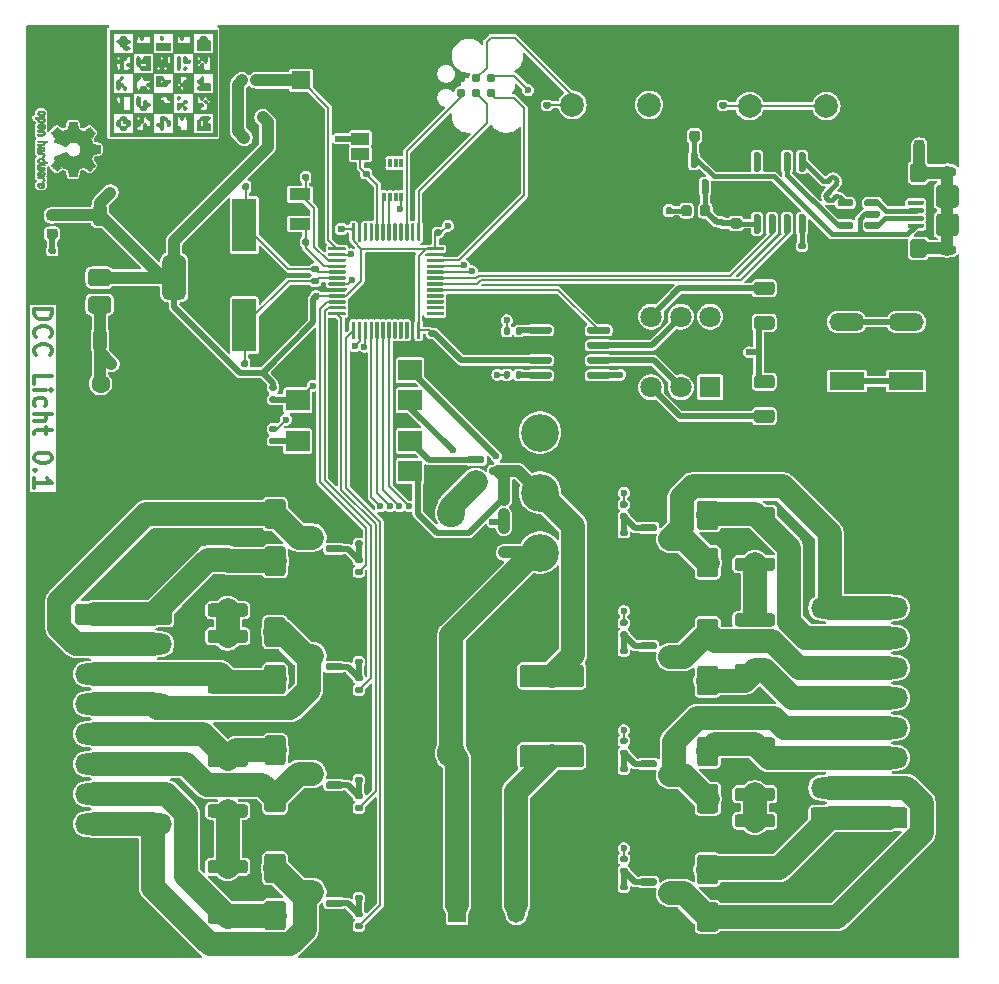
<source format=gbr>
G04 #@! TF.GenerationSoftware,KiCad,Pcbnew,8.0.8+1*
G04 #@! TF.CreationDate,2025-03-01T17:33:16+00:00*
G04 #@! TF.ProjectId,dcclicht,6463636c-6963-4687-942e-6b696361645f,rev?*
G04 #@! TF.SameCoordinates,Original*
G04 #@! TF.FileFunction,Copper,L1,Top*
G04 #@! TF.FilePolarity,Positive*
%FSLAX46Y46*%
G04 Gerber Fmt 4.6, Leading zero omitted, Abs format (unit mm)*
G04 Created by KiCad (PCBNEW 8.0.8+1) date 2025-03-01 17:33:16*
%MOMM*%
%LPD*%
G01*
G04 APERTURE LIST*
%ADD10C,0.300000*%
G04 #@! TA.AperFunction,NonConductor*
%ADD11C,0.300000*%
G04 #@! TD*
G04 #@! TA.AperFunction,EtchedComponent*
%ADD12C,0.010000*%
G04 #@! TD*
G04 #@! TA.AperFunction,ComponentPad*
%ADD13C,5.500000*%
G04 #@! TD*
G04 #@! TA.AperFunction,ComponentPad*
%ADD14R,1.800000X1.800000*%
G04 #@! TD*
G04 #@! TA.AperFunction,ComponentPad*
%ADD15C,1.800000*%
G04 #@! TD*
G04 #@! TA.AperFunction,SMDPad,CuDef*
%ADD16R,1.500000X1.000000*%
G04 #@! TD*
G04 #@! TA.AperFunction,ComponentPad*
%ADD17O,3.200000X1.800000*%
G04 #@! TD*
G04 #@! TA.AperFunction,SMDPad,CuDef*
%ADD18R,2.000000X1.780000*%
G04 #@! TD*
G04 #@! TA.AperFunction,ComponentPad*
%ADD19R,1.600000X1.600000*%
G04 #@! TD*
G04 #@! TA.AperFunction,ComponentPad*
%ADD20C,1.600000*%
G04 #@! TD*
G04 #@! TA.AperFunction,SMDPad,CuDef*
%ADD21R,0.300000X0.750000*%
G04 #@! TD*
G04 #@! TA.AperFunction,SMDPad,CuDef*
%ADD22R,1.500000X1.300000*%
G04 #@! TD*
G04 #@! TA.AperFunction,SMDPad,CuDef*
%ADD23R,2.000000X4.500000*%
G04 #@! TD*
G04 #@! TA.AperFunction,ComponentPad*
%ADD24R,3.000000X1.500000*%
G04 #@! TD*
G04 #@! TA.AperFunction,ComponentPad*
%ADD25O,3.000000X1.500000*%
G04 #@! TD*
G04 #@! TA.AperFunction,ComponentPad*
%ADD26C,2.400000*%
G04 #@! TD*
G04 #@! TA.AperFunction,ComponentPad*
%ADD27O,2.400000X2.400000*%
G04 #@! TD*
G04 #@! TA.AperFunction,SMDPad,CuDef*
%ADD28R,1.800000X1.000000*%
G04 #@! TD*
G04 #@! TA.AperFunction,ComponentPad*
%ADD29C,2.000000*%
G04 #@! TD*
G04 #@! TA.AperFunction,ConnectorPad*
%ADD30C,0.787400*%
G04 #@! TD*
G04 #@! TA.AperFunction,HeatsinkPad*
%ADD31O,1.600000X0.900000*%
G04 #@! TD*
G04 #@! TA.AperFunction,ComponentPad*
%ADD32R,3.200000X3.200000*%
G04 #@! TD*
G04 #@! TA.AperFunction,ComponentPad*
%ADD33C,3.200000*%
G04 #@! TD*
G04 #@! TA.AperFunction,ComponentPad*
%ADD34R,1.500000X3.000000*%
G04 #@! TD*
G04 #@! TA.AperFunction,ComponentPad*
%ADD35O,1.500000X3.000000*%
G04 #@! TD*
G04 #@! TA.AperFunction,ViaPad*
%ADD36C,0.600000*%
G04 #@! TD*
G04 #@! TA.AperFunction,ViaPad*
%ADD37C,1.600000*%
G04 #@! TD*
G04 #@! TA.AperFunction,Conductor*
%ADD38C,2.000000*%
G04 #@! TD*
G04 #@! TA.AperFunction,Conductor*
%ADD39C,1.000000*%
G04 #@! TD*
G04 #@! TA.AperFunction,Conductor*
%ADD40C,0.200000*%
G04 #@! TD*
G04 #@! TA.AperFunction,Conductor*
%ADD41C,0.500000*%
G04 #@! TD*
G04 #@! TA.AperFunction,Conductor*
%ADD42C,0.400000*%
G04 #@! TD*
G04 APERTURE END LIST*
D10*
D11*
X111199171Y-84554510D02*
X112699171Y-84554510D01*
X112699171Y-84554510D02*
X112699171Y-84911653D01*
X112699171Y-84911653D02*
X112627742Y-85125939D01*
X112627742Y-85125939D02*
X112484885Y-85268796D01*
X112484885Y-85268796D02*
X112342028Y-85340225D01*
X112342028Y-85340225D02*
X112056314Y-85411653D01*
X112056314Y-85411653D02*
X111842028Y-85411653D01*
X111842028Y-85411653D02*
X111556314Y-85340225D01*
X111556314Y-85340225D02*
X111413457Y-85268796D01*
X111413457Y-85268796D02*
X111270600Y-85125939D01*
X111270600Y-85125939D02*
X111199171Y-84911653D01*
X111199171Y-84911653D02*
X111199171Y-84554510D01*
X111342028Y-86911653D02*
X111270600Y-86840225D01*
X111270600Y-86840225D02*
X111199171Y-86625939D01*
X111199171Y-86625939D02*
X111199171Y-86483082D01*
X111199171Y-86483082D02*
X111270600Y-86268796D01*
X111270600Y-86268796D02*
X111413457Y-86125939D01*
X111413457Y-86125939D02*
X111556314Y-86054510D01*
X111556314Y-86054510D02*
X111842028Y-85983082D01*
X111842028Y-85983082D02*
X112056314Y-85983082D01*
X112056314Y-85983082D02*
X112342028Y-86054510D01*
X112342028Y-86054510D02*
X112484885Y-86125939D01*
X112484885Y-86125939D02*
X112627742Y-86268796D01*
X112627742Y-86268796D02*
X112699171Y-86483082D01*
X112699171Y-86483082D02*
X112699171Y-86625939D01*
X112699171Y-86625939D02*
X112627742Y-86840225D01*
X112627742Y-86840225D02*
X112556314Y-86911653D01*
X111342028Y-88411653D02*
X111270600Y-88340225D01*
X111270600Y-88340225D02*
X111199171Y-88125939D01*
X111199171Y-88125939D02*
X111199171Y-87983082D01*
X111199171Y-87983082D02*
X111270600Y-87768796D01*
X111270600Y-87768796D02*
X111413457Y-87625939D01*
X111413457Y-87625939D02*
X111556314Y-87554510D01*
X111556314Y-87554510D02*
X111842028Y-87483082D01*
X111842028Y-87483082D02*
X112056314Y-87483082D01*
X112056314Y-87483082D02*
X112342028Y-87554510D01*
X112342028Y-87554510D02*
X112484885Y-87625939D01*
X112484885Y-87625939D02*
X112627742Y-87768796D01*
X112627742Y-87768796D02*
X112699171Y-87983082D01*
X112699171Y-87983082D02*
X112699171Y-88125939D01*
X112699171Y-88125939D02*
X112627742Y-88340225D01*
X112627742Y-88340225D02*
X112556314Y-88411653D01*
X111199171Y-90911653D02*
X111199171Y-90197367D01*
X111199171Y-90197367D02*
X112699171Y-90197367D01*
X111199171Y-91411653D02*
X112199171Y-91411653D01*
X112699171Y-91411653D02*
X112627742Y-91340225D01*
X112627742Y-91340225D02*
X112556314Y-91411653D01*
X112556314Y-91411653D02*
X112627742Y-91483082D01*
X112627742Y-91483082D02*
X112699171Y-91411653D01*
X112699171Y-91411653D02*
X112556314Y-91411653D01*
X111270600Y-92768797D02*
X111199171Y-92625939D01*
X111199171Y-92625939D02*
X111199171Y-92340225D01*
X111199171Y-92340225D02*
X111270600Y-92197368D01*
X111270600Y-92197368D02*
X111342028Y-92125939D01*
X111342028Y-92125939D02*
X111484885Y-92054511D01*
X111484885Y-92054511D02*
X111913457Y-92054511D01*
X111913457Y-92054511D02*
X112056314Y-92125939D01*
X112056314Y-92125939D02*
X112127742Y-92197368D01*
X112127742Y-92197368D02*
X112199171Y-92340225D01*
X112199171Y-92340225D02*
X112199171Y-92625939D01*
X112199171Y-92625939D02*
X112127742Y-92768797D01*
X111199171Y-93411653D02*
X112699171Y-93411653D01*
X111199171Y-94054511D02*
X111984885Y-94054511D01*
X111984885Y-94054511D02*
X112127742Y-93983082D01*
X112127742Y-93983082D02*
X112199171Y-93840225D01*
X112199171Y-93840225D02*
X112199171Y-93625939D01*
X112199171Y-93625939D02*
X112127742Y-93483082D01*
X112127742Y-93483082D02*
X112056314Y-93411653D01*
X112199171Y-94554511D02*
X112199171Y-95125939D01*
X112699171Y-94768796D02*
X111413457Y-94768796D01*
X111413457Y-94768796D02*
X111270600Y-94840225D01*
X111270600Y-94840225D02*
X111199171Y-94983082D01*
X111199171Y-94983082D02*
X111199171Y-95125939D01*
X112699171Y-97054511D02*
X112699171Y-97197368D01*
X112699171Y-97197368D02*
X112627742Y-97340225D01*
X112627742Y-97340225D02*
X112556314Y-97411654D01*
X112556314Y-97411654D02*
X112413457Y-97483082D01*
X112413457Y-97483082D02*
X112127742Y-97554511D01*
X112127742Y-97554511D02*
X111770600Y-97554511D01*
X111770600Y-97554511D02*
X111484885Y-97483082D01*
X111484885Y-97483082D02*
X111342028Y-97411654D01*
X111342028Y-97411654D02*
X111270600Y-97340225D01*
X111270600Y-97340225D02*
X111199171Y-97197368D01*
X111199171Y-97197368D02*
X111199171Y-97054511D01*
X111199171Y-97054511D02*
X111270600Y-96911654D01*
X111270600Y-96911654D02*
X111342028Y-96840225D01*
X111342028Y-96840225D02*
X111484885Y-96768796D01*
X111484885Y-96768796D02*
X111770600Y-96697368D01*
X111770600Y-96697368D02*
X112127742Y-96697368D01*
X112127742Y-96697368D02*
X112413457Y-96768796D01*
X112413457Y-96768796D02*
X112556314Y-96840225D01*
X112556314Y-96840225D02*
X112627742Y-96911654D01*
X112627742Y-96911654D02*
X112699171Y-97054511D01*
X111342028Y-98197367D02*
X111270600Y-98268796D01*
X111270600Y-98268796D02*
X111199171Y-98197367D01*
X111199171Y-98197367D02*
X111270600Y-98125939D01*
X111270600Y-98125939D02*
X111342028Y-98197367D01*
X111342028Y-98197367D02*
X111199171Y-98197367D01*
X111199171Y-99697368D02*
X111199171Y-98840225D01*
X111199171Y-99268796D02*
X112699171Y-99268796D01*
X112699171Y-99268796D02*
X112484885Y-99125939D01*
X112484885Y-99125939D02*
X112342028Y-98983082D01*
X112342028Y-98983082D02*
X112270600Y-98840225D01*
D12*
X111779953Y-73366692D02*
X111856968Y-73370070D01*
X111913977Y-73377142D01*
X111955474Y-73389088D01*
X111985957Y-73407090D01*
X112009920Y-73432327D01*
X112026645Y-73457247D01*
X112048903Y-73517171D01*
X112053924Y-73586911D01*
X112041248Y-73652600D01*
X112033666Y-73669948D01*
X112000872Y-73711356D01*
X111953453Y-73746765D01*
X111902849Y-73768664D01*
X111877902Y-73772229D01*
X111843073Y-73760279D01*
X111824643Y-73734067D01*
X111813484Y-73705964D01*
X111811428Y-73693095D01*
X111826351Y-73686829D01*
X111858825Y-73674456D01*
X111873498Y-73669028D01*
X111924256Y-73638590D01*
X111949573Y-73594520D01*
X111948794Y-73538010D01*
X111947797Y-73533825D01*
X111933493Y-73503655D01*
X111905607Y-73481476D01*
X111860713Y-73466327D01*
X111795385Y-73457250D01*
X111706196Y-73453286D01*
X111658739Y-73452914D01*
X111583929Y-73452730D01*
X111532931Y-73451522D01*
X111500529Y-73448309D01*
X111481505Y-73442109D01*
X111470644Y-73431940D01*
X111462728Y-73416819D01*
X111462330Y-73415946D01*
X111450019Y-73386828D01*
X111445486Y-73372403D01*
X111459191Y-73370186D01*
X111497075Y-73368289D01*
X111554285Y-73366847D01*
X111625973Y-73365998D01*
X111678435Y-73365829D01*
X111779953Y-73366692D01*
G04 #@! TA.AperFunction,EtchedComponent*
G36*
X111779953Y-73366692D02*
G01*
X111856968Y-73370070D01*
X111913977Y-73377142D01*
X111955474Y-73389088D01*
X111985957Y-73407090D01*
X112009920Y-73432327D01*
X112026645Y-73457247D01*
X112048903Y-73517171D01*
X112053924Y-73586911D01*
X112041248Y-73652600D01*
X112033666Y-73669948D01*
X112000872Y-73711356D01*
X111953453Y-73746765D01*
X111902849Y-73768664D01*
X111877902Y-73772229D01*
X111843073Y-73760279D01*
X111824643Y-73734067D01*
X111813484Y-73705964D01*
X111811428Y-73693095D01*
X111826351Y-73686829D01*
X111858825Y-73674456D01*
X111873498Y-73669028D01*
X111924256Y-73638590D01*
X111949573Y-73594520D01*
X111948794Y-73538010D01*
X111947797Y-73533825D01*
X111933493Y-73503655D01*
X111905607Y-73481476D01*
X111860713Y-73466327D01*
X111795385Y-73457250D01*
X111706196Y-73453286D01*
X111658739Y-73452914D01*
X111583929Y-73452730D01*
X111532931Y-73451522D01*
X111500529Y-73448309D01*
X111481505Y-73442109D01*
X111470644Y-73431940D01*
X111462728Y-73416819D01*
X111462330Y-73415946D01*
X111450019Y-73386828D01*
X111445486Y-73372403D01*
X111459191Y-73370186D01*
X111497075Y-73368289D01*
X111554285Y-73366847D01*
X111625973Y-73365998D01*
X111678435Y-73365829D01*
X111779953Y-73366692D01*
G37*
G04 #@! TD.AperFunction*
X111688611Y-69406141D02*
X111781481Y-69407971D01*
X111850111Y-69410112D01*
X111899289Y-69413181D01*
X111933802Y-69417794D01*
X111958438Y-69424568D01*
X111977984Y-69434119D01*
X111995230Y-69445634D01*
X112050320Y-69501190D01*
X112082178Y-69568980D01*
X112089809Y-69642713D01*
X112072220Y-69716093D01*
X112045277Y-69762672D01*
X112018534Y-69795057D01*
X111990516Y-69818742D01*
X111956252Y-69835059D01*
X111910773Y-69845339D01*
X111849108Y-69850914D01*
X111766289Y-69853116D01*
X111706754Y-69853371D01*
X111487609Y-69853371D01*
X111459956Y-69791686D01*
X111432303Y-69730000D01*
X111672330Y-69722743D01*
X111761972Y-69719744D01*
X111827038Y-69716598D01*
X111871974Y-69712701D01*
X111901230Y-69707447D01*
X111919252Y-69700231D01*
X111930489Y-69690450D01*
X111932921Y-69687312D01*
X111951917Y-69639761D01*
X111944400Y-69591697D01*
X111924457Y-69563086D01*
X111910325Y-69551447D01*
X111891780Y-69543391D01*
X111863666Y-69538271D01*
X111820827Y-69535441D01*
X111758105Y-69534256D01*
X111692739Y-69534057D01*
X111610732Y-69534018D01*
X111552684Y-69532614D01*
X111513535Y-69527914D01*
X111488220Y-69517987D01*
X111471677Y-69500903D01*
X111458844Y-69474732D01*
X111445509Y-69439775D01*
X111430993Y-69401596D01*
X111688611Y-69406141D01*
G04 #@! TA.AperFunction,EtchedComponent*
G36*
X111688611Y-69406141D02*
G01*
X111781481Y-69407971D01*
X111850111Y-69410112D01*
X111899289Y-69413181D01*
X111933802Y-69417794D01*
X111958438Y-69424568D01*
X111977984Y-69434119D01*
X111995230Y-69445634D01*
X112050320Y-69501190D01*
X112082178Y-69568980D01*
X112089809Y-69642713D01*
X112072220Y-69716093D01*
X112045277Y-69762672D01*
X112018534Y-69795057D01*
X111990516Y-69818742D01*
X111956252Y-69835059D01*
X111910773Y-69845339D01*
X111849108Y-69850914D01*
X111766289Y-69853116D01*
X111706754Y-69853371D01*
X111487609Y-69853371D01*
X111459956Y-69791686D01*
X111432303Y-69730000D01*
X111672330Y-69722743D01*
X111761972Y-69719744D01*
X111827038Y-69716598D01*
X111871974Y-69712701D01*
X111901230Y-69707447D01*
X111919252Y-69700231D01*
X111930489Y-69690450D01*
X111932921Y-69687312D01*
X111951917Y-69639761D01*
X111944400Y-69591697D01*
X111924457Y-69563086D01*
X111910325Y-69551447D01*
X111891780Y-69543391D01*
X111863666Y-69538271D01*
X111820827Y-69535441D01*
X111758105Y-69534256D01*
X111692739Y-69534057D01*
X111610732Y-69534018D01*
X111552684Y-69532614D01*
X111513535Y-69527914D01*
X111488220Y-69517987D01*
X111471677Y-69500903D01*
X111458844Y-69474732D01*
X111445509Y-69439775D01*
X111430993Y-69401596D01*
X111688611Y-69406141D01*
G37*
G04 #@! TD.AperFunction*
X111666331Y-71277598D02*
X111681343Y-71277908D01*
X111770141Y-71280101D01*
X111834981Y-71282693D01*
X111880933Y-71286382D01*
X111913065Y-71291864D01*
X111936447Y-71299835D01*
X111956148Y-71310993D01*
X111964590Y-71316830D01*
X112001943Y-71350296D01*
X112030997Y-71387727D01*
X112033533Y-71392309D01*
X112053557Y-71459426D01*
X112050245Y-71529926D01*
X112025916Y-71595858D01*
X111982883Y-71649273D01*
X111952591Y-71670164D01*
X111897006Y-71692939D01*
X111856814Y-71692466D01*
X111829783Y-71668562D01*
X111825187Y-71659717D01*
X111810856Y-71621530D01*
X111814528Y-71602028D01*
X111838593Y-71595422D01*
X111851886Y-71595086D01*
X111900790Y-71582992D01*
X111935001Y-71551471D01*
X111951524Y-71507659D01*
X111947366Y-71458695D01*
X111925773Y-71418894D01*
X111913456Y-71405450D01*
X111898513Y-71395921D01*
X111875925Y-71389485D01*
X111840672Y-71385317D01*
X111787734Y-71382597D01*
X111712093Y-71380502D01*
X111688143Y-71379960D01*
X111606210Y-71377981D01*
X111548545Y-71375731D01*
X111510392Y-71372357D01*
X111486996Y-71367006D01*
X111473602Y-71358824D01*
X111465455Y-71346959D01*
X111461856Y-71339362D01*
X111449548Y-71307102D01*
X111445486Y-71288111D01*
X111459052Y-71281836D01*
X111500066Y-71278006D01*
X111569001Y-71276600D01*
X111666331Y-71277598D01*
G04 #@! TA.AperFunction,EtchedComponent*
G36*
X111666331Y-71277598D02*
G01*
X111681343Y-71277908D01*
X111770141Y-71280101D01*
X111834981Y-71282693D01*
X111880933Y-71286382D01*
X111913065Y-71291864D01*
X111936447Y-71299835D01*
X111956148Y-71310993D01*
X111964590Y-71316830D01*
X112001943Y-71350296D01*
X112030997Y-71387727D01*
X112033533Y-71392309D01*
X112053557Y-71459426D01*
X112050245Y-71529926D01*
X112025916Y-71595858D01*
X111982883Y-71649273D01*
X111952591Y-71670164D01*
X111897006Y-71692939D01*
X111856814Y-71692466D01*
X111829783Y-71668562D01*
X111825187Y-71659717D01*
X111810856Y-71621530D01*
X111814528Y-71602028D01*
X111838593Y-71595422D01*
X111851886Y-71595086D01*
X111900790Y-71582992D01*
X111935001Y-71551471D01*
X111951524Y-71507659D01*
X111947366Y-71458695D01*
X111925773Y-71418894D01*
X111913456Y-71405450D01*
X111898513Y-71395921D01*
X111875925Y-71389485D01*
X111840672Y-71385317D01*
X111787734Y-71382597D01*
X111712093Y-71380502D01*
X111688143Y-71379960D01*
X111606210Y-71377981D01*
X111548545Y-71375731D01*
X111510392Y-71372357D01*
X111486996Y-71367006D01*
X111473602Y-71358824D01*
X111465455Y-71346959D01*
X111461856Y-71339362D01*
X111449548Y-71307102D01*
X111445486Y-71288111D01*
X111459052Y-71281836D01*
X111500066Y-71278006D01*
X111569001Y-71276600D01*
X111666331Y-71277598D01*
G37*
G04 #@! TD.AperFunction*
X112038242Y-72314226D02*
X112050718Y-72346059D01*
X112055086Y-72364683D01*
X112041282Y-72369458D01*
X112002714Y-72373921D01*
X111943644Y-72377775D01*
X111868337Y-72380722D01*
X111804714Y-72382143D01*
X111554343Y-72386114D01*
X111549444Y-72420759D01*
X111552869Y-72452268D01*
X111563959Y-72467708D01*
X111584692Y-72472023D01*
X111628855Y-72475708D01*
X111690854Y-72478469D01*
X111765091Y-72480012D01*
X111803294Y-72480235D01*
X112023217Y-72480457D01*
X112039151Y-72526166D01*
X112049985Y-72558518D01*
X112055038Y-72576115D01*
X112055086Y-72576623D01*
X112041352Y-72578388D01*
X112003270Y-72580329D01*
X111945518Y-72582282D01*
X111872773Y-72584084D01*
X111804714Y-72585343D01*
X111554343Y-72589314D01*
X111554343Y-72676400D01*
X111782760Y-72680396D01*
X112011178Y-72684392D01*
X112033132Y-72726847D01*
X112048207Y-72758192D01*
X112055049Y-72776744D01*
X112055086Y-72777279D01*
X112041337Y-72779833D01*
X112003150Y-72782048D01*
X111945114Y-72783784D01*
X111871820Y-72784899D01*
X111794945Y-72785257D01*
X111534804Y-72785257D01*
X111488873Y-72739326D01*
X111460571Y-72707675D01*
X111449107Y-72679890D01*
X111449832Y-72641915D01*
X111451679Y-72626840D01*
X111457052Y-72579726D01*
X111460131Y-72540756D01*
X111460415Y-72531257D01*
X111458555Y-72499233D01*
X111453886Y-72453432D01*
X111451679Y-72435674D01*
X111448265Y-72392057D01*
X111455680Y-72362745D01*
X111478573Y-72333680D01*
X111488873Y-72323188D01*
X111534804Y-72277257D01*
X112021398Y-72277257D01*
X112038242Y-72314226D01*
G04 #@! TA.AperFunction,EtchedComponent*
G36*
X112038242Y-72314226D02*
G01*
X112050718Y-72346059D01*
X112055086Y-72364683D01*
X112041282Y-72369458D01*
X112002714Y-72373921D01*
X111943644Y-72377775D01*
X111868337Y-72380722D01*
X111804714Y-72382143D01*
X111554343Y-72386114D01*
X111549444Y-72420759D01*
X111552869Y-72452268D01*
X111563959Y-72467708D01*
X111584692Y-72472023D01*
X111628855Y-72475708D01*
X111690854Y-72478469D01*
X111765091Y-72480012D01*
X111803294Y-72480235D01*
X112023217Y-72480457D01*
X112039151Y-72526166D01*
X112049985Y-72558518D01*
X112055038Y-72576115D01*
X112055086Y-72576623D01*
X112041352Y-72578388D01*
X112003270Y-72580329D01*
X111945518Y-72582282D01*
X111872773Y-72584084D01*
X111804714Y-72585343D01*
X111554343Y-72589314D01*
X111554343Y-72676400D01*
X111782760Y-72680396D01*
X112011178Y-72684392D01*
X112033132Y-72726847D01*
X112048207Y-72758192D01*
X112055049Y-72776744D01*
X112055086Y-72777279D01*
X112041337Y-72779833D01*
X112003150Y-72782048D01*
X111945114Y-72783784D01*
X111871820Y-72784899D01*
X111794945Y-72785257D01*
X111534804Y-72785257D01*
X111488873Y-72739326D01*
X111460571Y-72707675D01*
X111449107Y-72679890D01*
X111449832Y-72641915D01*
X111451679Y-72626840D01*
X111457052Y-72579726D01*
X111460131Y-72540756D01*
X111460415Y-72531257D01*
X111458555Y-72499233D01*
X111453886Y-72453432D01*
X111451679Y-72435674D01*
X111448265Y-72392057D01*
X111455680Y-72362745D01*
X111478573Y-72333680D01*
X111488873Y-72323188D01*
X111534804Y-72277257D01*
X112021398Y-72277257D01*
X112038242Y-72314226D01*
G37*
G04 #@! TD.AperFunction*
X112250556Y-70321457D02*
X112270453Y-70368629D01*
X112148711Y-70375886D01*
X112089387Y-70380139D01*
X112054428Y-70385025D01*
X112039180Y-70391795D01*
X112038985Y-70401702D01*
X112040805Y-70404914D01*
X112053985Y-70447644D01*
X112053215Y-70503227D01*
X112039667Y-70559737D01*
X112022139Y-70595082D01*
X111994139Y-70631321D01*
X111962451Y-70657813D01*
X111922187Y-70675999D01*
X111868457Y-70687322D01*
X111796374Y-70693222D01*
X111701049Y-70695143D01*
X111682763Y-70695177D01*
X111477354Y-70695200D01*
X111461420Y-70649491D01*
X111450580Y-70617027D01*
X111445532Y-70599215D01*
X111445486Y-70598691D01*
X111459172Y-70596937D01*
X111496924Y-70595444D01*
X111553776Y-70594326D01*
X111624766Y-70593697D01*
X111667927Y-70593600D01*
X111753027Y-70593398D01*
X111814019Y-70592358D01*
X111855823Y-70589831D01*
X111883358Y-70585164D01*
X111901544Y-70577707D01*
X111915302Y-70566811D01*
X111921927Y-70560007D01*
X111948625Y-70513272D01*
X111950625Y-70462272D01*
X111928045Y-70416001D01*
X111919893Y-70407444D01*
X111904564Y-70394893D01*
X111886382Y-70386188D01*
X111860091Y-70380631D01*
X111820438Y-70377526D01*
X111762168Y-70376176D01*
X111681827Y-70375886D01*
X111477354Y-70375886D01*
X111461420Y-70330177D01*
X111450580Y-70297713D01*
X111445532Y-70279901D01*
X111445486Y-70279377D01*
X111459377Y-70278037D01*
X111498561Y-70276828D01*
X111559300Y-70275801D01*
X111637859Y-70275002D01*
X111730502Y-70274481D01*
X111833491Y-70274286D01*
X112230658Y-70274286D01*
X112250556Y-70321457D01*
G04 #@! TA.AperFunction,EtchedComponent*
G36*
X112250556Y-70321457D02*
G01*
X112270453Y-70368629D01*
X112148711Y-70375886D01*
X112089387Y-70380139D01*
X112054428Y-70385025D01*
X112039180Y-70391795D01*
X112038985Y-70401702D01*
X112040805Y-70404914D01*
X112053985Y-70447644D01*
X112053215Y-70503227D01*
X112039667Y-70559737D01*
X112022139Y-70595082D01*
X111994139Y-70631321D01*
X111962451Y-70657813D01*
X111922187Y-70675999D01*
X111868457Y-70687322D01*
X111796374Y-70693222D01*
X111701049Y-70695143D01*
X111682763Y-70695177D01*
X111477354Y-70695200D01*
X111461420Y-70649491D01*
X111450580Y-70617027D01*
X111445532Y-70599215D01*
X111445486Y-70598691D01*
X111459172Y-70596937D01*
X111496924Y-70595444D01*
X111553776Y-70594326D01*
X111624766Y-70593697D01*
X111667927Y-70593600D01*
X111753027Y-70593398D01*
X111814019Y-70592358D01*
X111855823Y-70589831D01*
X111883358Y-70585164D01*
X111901544Y-70577707D01*
X111915302Y-70566811D01*
X111921927Y-70560007D01*
X111948625Y-70513272D01*
X111950625Y-70462272D01*
X111928045Y-70416001D01*
X111919893Y-70407444D01*
X111904564Y-70394893D01*
X111886382Y-70386188D01*
X111860091Y-70380631D01*
X111820438Y-70377526D01*
X111762168Y-70376176D01*
X111681827Y-70375886D01*
X111477354Y-70375886D01*
X111461420Y-70330177D01*
X111450580Y-70297713D01*
X111445532Y-70279901D01*
X111445486Y-70279377D01*
X111459377Y-70278037D01*
X111498561Y-70276828D01*
X111559300Y-70275801D01*
X111637859Y-70275002D01*
X111730502Y-70274481D01*
X111833491Y-70274286D01*
X112230658Y-70274286D01*
X112250556Y-70321457D01*
G37*
G04 #@! TD.AperFunction*
X111769808Y-67734322D02*
X111839587Y-67734826D01*
X111891841Y-67737096D01*
X111928051Y-67742068D01*
X111954701Y-67750713D01*
X111978278Y-67764005D01*
X111982662Y-67766943D01*
X112041751Y-67816313D01*
X112076053Y-67870109D01*
X112089669Y-67935602D01*
X112090335Y-67957842D01*
X112078038Y-68041115D01*
X112042267Y-68109145D01*
X111984699Y-68159351D01*
X111947688Y-68177185D01*
X111892118Y-68191063D01*
X111821904Y-68198167D01*
X111745273Y-68198840D01*
X111670448Y-68193427D01*
X111605658Y-68182270D01*
X111559127Y-68165714D01*
X111551113Y-68160626D01*
X111491293Y-68100355D01*
X111455465Y-68028769D01*
X111444980Y-67951092D01*
X111446612Y-67943186D01*
X111580320Y-67943186D01*
X111581452Y-67976903D01*
X111602984Y-68010995D01*
X111625971Y-68031329D01*
X111659522Y-68043371D01*
X111712431Y-68050134D01*
X111718601Y-68050598D01*
X111814487Y-68051752D01*
X111885701Y-68039688D01*
X111931806Y-68014570D01*
X111952365Y-67976560D01*
X111953486Y-67962992D01*
X111947848Y-67927364D01*
X111928314Y-67902994D01*
X111890958Y-67888093D01*
X111831850Y-67880875D01*
X111769808Y-67879429D01*
X111703570Y-67880273D01*
X111659614Y-67883596D01*
X111631221Y-67890583D01*
X111611675Y-67902416D01*
X111605143Y-67908457D01*
X111580320Y-67943186D01*
X111446612Y-67943186D01*
X111461190Y-67872548D01*
X111470908Y-67850689D01*
X111500857Y-67808122D01*
X111540567Y-67770763D01*
X111545603Y-67767232D01*
X111569876Y-67752881D01*
X111595822Y-67743394D01*
X111629978Y-67737790D01*
X111678881Y-67735086D01*
X111749065Y-67734299D01*
X111764800Y-67734286D01*
X111769808Y-67734322D01*
G04 #@! TA.AperFunction,EtchedComponent*
G36*
X111769808Y-67734322D02*
G01*
X111839587Y-67734826D01*
X111891841Y-67737096D01*
X111928051Y-67742068D01*
X111954701Y-67750713D01*
X111978278Y-67764005D01*
X111982662Y-67766943D01*
X112041751Y-67816313D01*
X112076053Y-67870109D01*
X112089669Y-67935602D01*
X112090335Y-67957842D01*
X112078038Y-68041115D01*
X112042267Y-68109145D01*
X111984699Y-68159351D01*
X111947688Y-68177185D01*
X111892118Y-68191063D01*
X111821904Y-68198167D01*
X111745273Y-68198840D01*
X111670448Y-68193427D01*
X111605658Y-68182270D01*
X111559127Y-68165714D01*
X111551113Y-68160626D01*
X111491293Y-68100355D01*
X111455465Y-68028769D01*
X111444980Y-67951092D01*
X111446612Y-67943186D01*
X111580320Y-67943186D01*
X111581452Y-67976903D01*
X111602984Y-68010995D01*
X111625971Y-68031329D01*
X111659522Y-68043371D01*
X111712431Y-68050134D01*
X111718601Y-68050598D01*
X111814487Y-68051752D01*
X111885701Y-68039688D01*
X111931806Y-68014570D01*
X111952365Y-67976560D01*
X111953486Y-67962992D01*
X111947848Y-67927364D01*
X111928314Y-67902994D01*
X111890958Y-67888093D01*
X111831850Y-67880875D01*
X111769808Y-67879429D01*
X111703570Y-67880273D01*
X111659614Y-67883596D01*
X111631221Y-67890583D01*
X111611675Y-67902416D01*
X111605143Y-67908457D01*
X111580320Y-67943186D01*
X111446612Y-67943186D01*
X111461190Y-67872548D01*
X111470908Y-67850689D01*
X111500857Y-67808122D01*
X111540567Y-67770763D01*
X111545603Y-67767232D01*
X111569876Y-67752881D01*
X111595822Y-67743394D01*
X111629978Y-67737790D01*
X111678881Y-67735086D01*
X111749065Y-67734299D01*
X111764800Y-67734286D01*
X111769808Y-67734322D01*
G37*
G04 #@! TD.AperFunction*
X111793753Y-73860372D02*
X111837751Y-73861285D01*
X111904616Y-73868196D01*
X111953305Y-73881884D01*
X111989151Y-73904096D01*
X112017487Y-73936574D01*
X112026645Y-73950733D01*
X112050493Y-74015053D01*
X112051994Y-74085473D01*
X112033034Y-74153595D01*
X111995503Y-74211021D01*
X111961904Y-74238719D01*
X111900936Y-74260662D01*
X111852692Y-74262405D01*
X111788184Y-74258457D01*
X111723066Y-74109686D01*
X111689798Y-74037349D01*
X111663036Y-73990084D01*
X111639856Y-73965507D01*
X111617333Y-73961237D01*
X111592545Y-73974889D01*
X111576114Y-73989943D01*
X111549765Y-74033746D01*
X111547919Y-74081389D01*
X111568454Y-74125145D01*
X111609248Y-74157289D01*
X111623653Y-74163038D01*
X111668644Y-74190576D01*
X111687818Y-74222258D01*
X111704221Y-74265714D01*
X111642034Y-74265714D01*
X111599717Y-74261872D01*
X111564031Y-74246823D01*
X111523057Y-74215280D01*
X111517733Y-74210592D01*
X111481280Y-74175506D01*
X111461717Y-74145347D01*
X111452717Y-74107615D01*
X111449770Y-74076335D01*
X111449035Y-74020385D01*
X111458340Y-73980555D01*
X111472154Y-73955708D01*
X111475384Y-73951556D01*
X111764800Y-73951556D01*
X111770335Y-73968274D01*
X111784983Y-74004249D01*
X111805810Y-74052331D01*
X111810286Y-74062386D01*
X111841186Y-74123152D01*
X111868343Y-74156632D01*
X111893780Y-74163990D01*
X111919519Y-74146391D01*
X111930891Y-74131856D01*
X111953636Y-74079410D01*
X111949878Y-74030322D01*
X111922116Y-73989227D01*
X111872848Y-73960758D01*
X111833743Y-73951631D01*
X111793753Y-73948007D01*
X111768874Y-73949023D01*
X111764800Y-73951556D01*
X111475384Y-73951556D01*
X111502533Y-73916656D01*
X111535387Y-73889625D01*
X111576706Y-73872517D01*
X111632479Y-73863238D01*
X111708695Y-73859693D01*
X111747378Y-73859410D01*
X111793753Y-73860372D01*
G04 #@! TA.AperFunction,EtchedComponent*
G36*
X111793753Y-73860372D02*
G01*
X111837751Y-73861285D01*
X111904616Y-73868196D01*
X111953305Y-73881884D01*
X111989151Y-73904096D01*
X112017487Y-73936574D01*
X112026645Y-73950733D01*
X112050493Y-74015053D01*
X112051994Y-74085473D01*
X112033034Y-74153595D01*
X111995503Y-74211021D01*
X111961904Y-74238719D01*
X111900936Y-74260662D01*
X111852692Y-74262405D01*
X111788184Y-74258457D01*
X111723066Y-74109686D01*
X111689798Y-74037349D01*
X111663036Y-73990084D01*
X111639856Y-73965507D01*
X111617333Y-73961237D01*
X111592545Y-73974889D01*
X111576114Y-73989943D01*
X111549765Y-74033746D01*
X111547919Y-74081389D01*
X111568454Y-74125145D01*
X111609248Y-74157289D01*
X111623653Y-74163038D01*
X111668644Y-74190576D01*
X111687818Y-74222258D01*
X111704221Y-74265714D01*
X111642034Y-74265714D01*
X111599717Y-74261872D01*
X111564031Y-74246823D01*
X111523057Y-74215280D01*
X111517733Y-74210592D01*
X111481280Y-74175506D01*
X111461717Y-74145347D01*
X111452717Y-74107615D01*
X111449770Y-74076335D01*
X111449035Y-74020385D01*
X111458340Y-73980555D01*
X111472154Y-73955708D01*
X111475384Y-73951556D01*
X111764800Y-73951556D01*
X111770335Y-73968274D01*
X111784983Y-74004249D01*
X111805810Y-74052331D01*
X111810286Y-74062386D01*
X111841186Y-74123152D01*
X111868343Y-74156632D01*
X111893780Y-74163990D01*
X111919519Y-74146391D01*
X111930891Y-74131856D01*
X111953636Y-74079410D01*
X111949878Y-74030322D01*
X111922116Y-73989227D01*
X111872848Y-73960758D01*
X111833743Y-73951631D01*
X111793753Y-73948007D01*
X111768874Y-73949023D01*
X111764800Y-73951556D01*
X111475384Y-73951556D01*
X111502533Y-73916656D01*
X111535387Y-73889625D01*
X111576706Y-73872517D01*
X111632479Y-73863238D01*
X111708695Y-73859693D01*
X111747378Y-73859410D01*
X111793753Y-73860372D01*
G37*
G04 #@! TD.AperFunction*
X111754353Y-71769458D02*
X111841432Y-71772810D01*
X111909914Y-71784726D01*
X111961400Y-71807135D01*
X112001557Y-71842124D01*
X112022139Y-71869375D01*
X112044375Y-71918907D01*
X112054696Y-71976316D01*
X112051933Y-72029682D01*
X112040788Y-72059543D01*
X112037617Y-72071261D01*
X112049443Y-72079037D01*
X112081134Y-72084465D01*
X112129407Y-72088571D01*
X112183171Y-72093067D01*
X112215518Y-72099313D01*
X112234015Y-72110676D01*
X112246230Y-72130528D01*
X112251638Y-72143000D01*
X112271399Y-72190171D01*
X111934642Y-72190117D01*
X111826163Y-72189933D01*
X111742713Y-72189219D01*
X111680296Y-72187675D01*
X111634915Y-72185001D01*
X111602571Y-72180894D01*
X111579267Y-72175055D01*
X111561005Y-72167182D01*
X111550582Y-72161221D01*
X111494055Y-72111855D01*
X111458623Y-72049264D01*
X111450259Y-72003701D01*
X111550581Y-72003701D01*
X111575295Y-72051276D01*
X111578644Y-72054979D01*
X111596065Y-72070783D01*
X111616791Y-72080693D01*
X111647638Y-72086058D01*
X111695423Y-72088228D01*
X111748252Y-72088571D01*
X111814619Y-72087827D01*
X111858894Y-72084748D01*
X111887991Y-72078061D01*
X111908827Y-72066496D01*
X111919893Y-72057013D01*
X111947802Y-72012960D01*
X111951157Y-71962224D01*
X111929841Y-71913796D01*
X111921927Y-71904450D01*
X111904353Y-71888540D01*
X111883413Y-71878610D01*
X111852218Y-71873278D01*
X111803878Y-71871163D01*
X111754353Y-71870857D01*
X111689450Y-71871476D01*
X111646486Y-71874314D01*
X111618378Y-71880840D01*
X111598047Y-71892523D01*
X111582712Y-71906483D01*
X111553110Y-71953365D01*
X111550581Y-72003701D01*
X111450259Y-72003701D01*
X111445910Y-71980013D01*
X111457537Y-71910668D01*
X111478432Y-71869375D01*
X111514578Y-71826025D01*
X111558724Y-71796481D01*
X111616538Y-71778655D01*
X111693687Y-71770463D01*
X111750286Y-71769302D01*
X111754353Y-71769458D01*
G04 #@! TA.AperFunction,EtchedComponent*
G36*
X111754353Y-71769458D02*
G01*
X111841432Y-71772810D01*
X111909914Y-71784726D01*
X111961400Y-71807135D01*
X112001557Y-71842124D01*
X112022139Y-71869375D01*
X112044375Y-71918907D01*
X112054696Y-71976316D01*
X112051933Y-72029682D01*
X112040788Y-72059543D01*
X112037617Y-72071261D01*
X112049443Y-72079037D01*
X112081134Y-72084465D01*
X112129407Y-72088571D01*
X112183171Y-72093067D01*
X112215518Y-72099313D01*
X112234015Y-72110676D01*
X112246230Y-72130528D01*
X112251638Y-72143000D01*
X112271399Y-72190171D01*
X111934642Y-72190117D01*
X111826163Y-72189933D01*
X111742713Y-72189219D01*
X111680296Y-72187675D01*
X111634915Y-72185001D01*
X111602571Y-72180894D01*
X111579267Y-72175055D01*
X111561005Y-72167182D01*
X111550582Y-72161221D01*
X111494055Y-72111855D01*
X111458623Y-72049264D01*
X111450259Y-72003701D01*
X111550581Y-72003701D01*
X111575295Y-72051276D01*
X111578644Y-72054979D01*
X111596065Y-72070783D01*
X111616791Y-72080693D01*
X111647638Y-72086058D01*
X111695423Y-72088228D01*
X111748252Y-72088571D01*
X111814619Y-72087827D01*
X111858894Y-72084748D01*
X111887991Y-72078061D01*
X111908827Y-72066496D01*
X111919893Y-72057013D01*
X111947802Y-72012960D01*
X111951157Y-71962224D01*
X111929841Y-71913796D01*
X111921927Y-71904450D01*
X111904353Y-71888540D01*
X111883413Y-71878610D01*
X111852218Y-71873278D01*
X111803878Y-71871163D01*
X111754353Y-71870857D01*
X111689450Y-71871476D01*
X111646486Y-71874314D01*
X111618378Y-71880840D01*
X111598047Y-71892523D01*
X111582712Y-71906483D01*
X111553110Y-71953365D01*
X111550581Y-72003701D01*
X111450259Y-72003701D01*
X111445910Y-71980013D01*
X111457537Y-71910668D01*
X111478432Y-71869375D01*
X111514578Y-71826025D01*
X111558724Y-71796481D01*
X111616538Y-71778655D01*
X111693687Y-71770463D01*
X111750286Y-71769302D01*
X111754353Y-71769458D01*
G37*
G04 #@! TD.AperFunction*
X111857252Y-68843233D02*
X111893973Y-68847194D01*
X111963788Y-68871550D01*
X112012698Y-68905456D01*
X112062122Y-68966653D01*
X112086641Y-69034063D01*
X112088203Y-69102880D01*
X112068761Y-69168303D01*
X112030265Y-69225527D01*
X111974665Y-69269749D01*
X111903914Y-69296167D01*
X111851838Y-69301510D01*
X111830107Y-69300903D01*
X111813469Y-69295822D01*
X111798563Y-69281855D01*
X111782027Y-69254589D01*
X111760502Y-69209612D01*
X111730626Y-69142511D01*
X111730476Y-69142171D01*
X111702187Y-69080407D01*
X111677067Y-69029759D01*
X111657821Y-68995404D01*
X111656842Y-68994222D01*
X111815907Y-68994222D01*
X111822895Y-69018898D01*
X111839413Y-69057795D01*
X111860119Y-69101275D01*
X111860667Y-69102356D01*
X111880051Y-69139209D01*
X111892987Y-69154000D01*
X111906549Y-69150353D01*
X111924368Y-69134995D01*
X111950155Y-69095923D01*
X111952050Y-69053846D01*
X111933283Y-69016103D01*
X111897085Y-68990034D01*
X111857252Y-68982514D01*
X111825247Y-68984324D01*
X111815907Y-68994222D01*
X111656842Y-68994222D01*
X111647152Y-68982518D01*
X111647066Y-68982514D01*
X111623834Y-68993872D01*
X111598226Y-69020431D01*
X111579779Y-69050923D01*
X111576114Y-69066370D01*
X111588788Y-69108515D01*
X111620529Y-69144808D01*
X111655428Y-69162517D01*
X111681155Y-69179552D01*
X111710454Y-69212922D01*
X111735765Y-69252149D01*
X111749529Y-69286756D01*
X111750286Y-69293993D01*
X111737840Y-69302139D01*
X111706028Y-69302630D01*
X111663134Y-69296643D01*
X111617442Y-69285357D01*
X111577239Y-69269950D01*
X111575678Y-69269171D01*
X111510938Y-69222804D01*
X111466903Y-69162711D01*
X111445289Y-69094465D01*
X111447815Y-69023638D01*
X111476196Y-68955804D01*
X111478192Y-68952788D01*
X111526552Y-68899427D01*
X111589648Y-68864340D01*
X111672613Y-68844922D01*
X111695922Y-68842316D01*
X111805945Y-68837701D01*
X111857252Y-68843233D01*
G04 #@! TA.AperFunction,EtchedComponent*
G36*
X111857252Y-68843233D02*
G01*
X111893973Y-68847194D01*
X111963788Y-68871550D01*
X112012698Y-68905456D01*
X112062122Y-68966653D01*
X112086641Y-69034063D01*
X112088203Y-69102880D01*
X112068761Y-69168303D01*
X112030265Y-69225527D01*
X111974665Y-69269749D01*
X111903914Y-69296167D01*
X111851838Y-69301510D01*
X111830107Y-69300903D01*
X111813469Y-69295822D01*
X111798563Y-69281855D01*
X111782027Y-69254589D01*
X111760502Y-69209612D01*
X111730626Y-69142511D01*
X111730476Y-69142171D01*
X111702187Y-69080407D01*
X111677067Y-69029759D01*
X111657821Y-68995404D01*
X111656842Y-68994222D01*
X111815907Y-68994222D01*
X111822895Y-69018898D01*
X111839413Y-69057795D01*
X111860119Y-69101275D01*
X111860667Y-69102356D01*
X111880051Y-69139209D01*
X111892987Y-69154000D01*
X111906549Y-69150353D01*
X111924368Y-69134995D01*
X111950155Y-69095923D01*
X111952050Y-69053846D01*
X111933283Y-69016103D01*
X111897085Y-68990034D01*
X111857252Y-68982514D01*
X111825247Y-68984324D01*
X111815907Y-68994222D01*
X111656842Y-68994222D01*
X111647152Y-68982518D01*
X111647066Y-68982514D01*
X111623834Y-68993872D01*
X111598226Y-69020431D01*
X111579779Y-69050923D01*
X111576114Y-69066370D01*
X111588788Y-69108515D01*
X111620529Y-69144808D01*
X111655428Y-69162517D01*
X111681155Y-69179552D01*
X111710454Y-69212922D01*
X111735765Y-69252149D01*
X111749529Y-69286756D01*
X111750286Y-69293993D01*
X111737840Y-69302139D01*
X111706028Y-69302630D01*
X111663134Y-69296643D01*
X111617442Y-69285357D01*
X111577239Y-69269950D01*
X111575678Y-69269171D01*
X111510938Y-69222804D01*
X111466903Y-69162711D01*
X111445289Y-69094465D01*
X111447815Y-69023638D01*
X111476196Y-68955804D01*
X111478192Y-68952788D01*
X111526552Y-68899427D01*
X111589648Y-68864340D01*
X111672613Y-68844922D01*
X111695922Y-68842316D01*
X111805945Y-68837701D01*
X111857252Y-68843233D01*
G37*
G04 #@! TD.AperFunction*
X111919918Y-70796496D02*
X111987673Y-70838675D01*
X112010339Y-70860624D01*
X112039431Y-70910517D01*
X112052600Y-70973967D01*
X112049032Y-71039744D01*
X112027913Y-71096616D01*
X112027507Y-71097267D01*
X112001620Y-71132440D01*
X111971367Y-71158407D01*
X111931942Y-71176670D01*
X111878538Y-71188732D01*
X111806349Y-71196096D01*
X111710568Y-71200264D01*
X111696922Y-71200629D01*
X111491158Y-71205876D01*
X111468322Y-71161716D01*
X111452890Y-71129763D01*
X111445577Y-71110470D01*
X111445486Y-71109578D01*
X111458978Y-71106239D01*
X111495374Y-71103587D01*
X111548548Y-71101956D01*
X111591607Y-71101600D01*
X111661359Y-71101592D01*
X111705163Y-71098403D01*
X111726056Y-71087288D01*
X111727075Y-71063501D01*
X111711259Y-71022296D01*
X111682185Y-70960086D01*
X111658037Y-70914341D01*
X111637087Y-70890813D01*
X111614253Y-70883896D01*
X111613123Y-70883886D01*
X111573788Y-70895299D01*
X111552538Y-70929092D01*
X111549461Y-70980809D01*
X111549994Y-71018061D01*
X111539265Y-71037703D01*
X111513495Y-71049952D01*
X111480663Y-71057002D01*
X111462034Y-71046842D01*
X111459368Y-71043017D01*
X111448660Y-71007001D01*
X111447144Y-70956566D01*
X111454241Y-70904626D01*
X111467212Y-70867822D01*
X111510415Y-70816938D01*
X111570554Y-70788014D01*
X111617538Y-70782286D01*
X111659918Y-70786657D01*
X111694512Y-70802475D01*
X111725237Y-70833797D01*
X111756010Y-70884678D01*
X111790748Y-70959176D01*
X111792712Y-70963714D01*
X111823713Y-71030821D01*
X111849138Y-71072232D01*
X111871986Y-71089981D01*
X111895255Y-71086107D01*
X111921944Y-71062643D01*
X111928086Y-71055627D01*
X111951900Y-71008630D01*
X111950897Y-70959933D01*
X111927549Y-70917522D01*
X111884325Y-70889384D01*
X111875840Y-70886769D01*
X111834692Y-70861308D01*
X111814872Y-70829001D01*
X111795230Y-70782286D01*
X111846050Y-70782286D01*
X111919918Y-70796496D01*
G04 #@! TA.AperFunction,EtchedComponent*
G36*
X111919918Y-70796496D02*
G01*
X111987673Y-70838675D01*
X112010339Y-70860624D01*
X112039431Y-70910517D01*
X112052600Y-70973967D01*
X112049032Y-71039744D01*
X112027913Y-71096616D01*
X112027507Y-71097267D01*
X112001620Y-71132440D01*
X111971367Y-71158407D01*
X111931942Y-71176670D01*
X111878538Y-71188732D01*
X111806349Y-71196096D01*
X111710568Y-71200264D01*
X111696922Y-71200629D01*
X111491158Y-71205876D01*
X111468322Y-71161716D01*
X111452890Y-71129763D01*
X111445577Y-71110470D01*
X111445486Y-71109578D01*
X111458978Y-71106239D01*
X111495374Y-71103587D01*
X111548548Y-71101956D01*
X111591607Y-71101600D01*
X111661359Y-71101592D01*
X111705163Y-71098403D01*
X111726056Y-71087288D01*
X111727075Y-71063501D01*
X111711259Y-71022296D01*
X111682185Y-70960086D01*
X111658037Y-70914341D01*
X111637087Y-70890813D01*
X111614253Y-70883896D01*
X111613123Y-70883886D01*
X111573788Y-70895299D01*
X111552538Y-70929092D01*
X111549461Y-70980809D01*
X111549994Y-71018061D01*
X111539265Y-71037703D01*
X111513495Y-71049952D01*
X111480663Y-71057002D01*
X111462034Y-71046842D01*
X111459368Y-71043017D01*
X111448660Y-71007001D01*
X111447144Y-70956566D01*
X111454241Y-70904626D01*
X111467212Y-70867822D01*
X111510415Y-70816938D01*
X111570554Y-70788014D01*
X111617538Y-70782286D01*
X111659918Y-70786657D01*
X111694512Y-70802475D01*
X111725237Y-70833797D01*
X111756010Y-70884678D01*
X111790748Y-70959176D01*
X111792712Y-70963714D01*
X111823713Y-71030821D01*
X111849138Y-71072232D01*
X111871986Y-71089981D01*
X111895255Y-71086107D01*
X111921944Y-71062643D01*
X111928086Y-71055627D01*
X111951900Y-71008630D01*
X111950897Y-70959933D01*
X111927549Y-70917522D01*
X111884325Y-70889384D01*
X111875840Y-70886769D01*
X111834692Y-70861308D01*
X111814872Y-70829001D01*
X111795230Y-70782286D01*
X111846050Y-70782286D01*
X111919918Y-70796496D01*
G37*
G04 #@! TD.AperFunction*
X111694047Y-72891629D02*
X111728514Y-72922549D01*
X111747811Y-72953420D01*
X111772241Y-73001942D01*
X111797015Y-73058485D01*
X111800801Y-73067910D01*
X111828209Y-73130019D01*
X111852366Y-73165822D01*
X111876381Y-73177337D01*
X111903365Y-73166580D01*
X111924457Y-73148114D01*
X111950428Y-73104469D01*
X111952376Y-73056446D01*
X111932363Y-73012406D01*
X111892449Y-72980709D01*
X111882152Y-72976549D01*
X111844276Y-72952327D01*
X111816158Y-72916965D01*
X111793083Y-72872343D01*
X111858515Y-72872343D01*
X111898494Y-72874969D01*
X111930003Y-72886230D01*
X111963622Y-72911199D01*
X111989516Y-72935169D01*
X112026183Y-72972441D01*
X112045879Y-73001401D01*
X112053780Y-73032505D01*
X112055086Y-73067713D01*
X112043665Y-73144876D01*
X112024656Y-73186667D01*
X112001622Y-73219469D01*
X111975867Y-73243503D01*
X111942642Y-73260097D01*
X111897200Y-73270577D01*
X111834793Y-73276271D01*
X111750673Y-73278507D01*
X111695279Y-73278743D01*
X111479174Y-73278743D01*
X111462330Y-73241774D01*
X111450019Y-73212656D01*
X111445486Y-73198231D01*
X111458975Y-73195472D01*
X111495347Y-73193282D01*
X111548458Y-73191942D01*
X111590628Y-73191657D01*
X111651553Y-73190434D01*
X111699885Y-73187136D01*
X111729482Y-73182321D01*
X111735771Y-73178496D01*
X111729348Y-73152783D01*
X111712875Y-73112418D01*
X111690542Y-73065679D01*
X111666543Y-73020845D01*
X111645070Y-72986193D01*
X111630315Y-72970002D01*
X111630155Y-72969938D01*
X111602848Y-72971330D01*
X111576781Y-72983818D01*
X111555608Y-73005743D01*
X111548526Y-73037743D01*
X111549351Y-73065092D01*
X111549958Y-73103826D01*
X111540884Y-73124158D01*
X111516908Y-73136369D01*
X111512387Y-73137909D01*
X111478194Y-73143203D01*
X111457432Y-73129047D01*
X111447538Y-73092148D01*
X111445708Y-73052289D01*
X111459273Y-72980562D01*
X111478645Y-72943432D01*
X111524155Y-72897576D01*
X111580017Y-72873256D01*
X111639043Y-72871073D01*
X111694047Y-72891629D01*
G04 #@! TA.AperFunction,EtchedComponent*
G36*
X111694047Y-72891629D02*
G01*
X111728514Y-72922549D01*
X111747811Y-72953420D01*
X111772241Y-73001942D01*
X111797015Y-73058485D01*
X111800801Y-73067910D01*
X111828209Y-73130019D01*
X111852366Y-73165822D01*
X111876381Y-73177337D01*
X111903365Y-73166580D01*
X111924457Y-73148114D01*
X111950428Y-73104469D01*
X111952376Y-73056446D01*
X111932363Y-73012406D01*
X111892449Y-72980709D01*
X111882152Y-72976549D01*
X111844276Y-72952327D01*
X111816158Y-72916965D01*
X111793083Y-72872343D01*
X111858515Y-72872343D01*
X111898494Y-72874969D01*
X111930003Y-72886230D01*
X111963622Y-72911199D01*
X111989516Y-72935169D01*
X112026183Y-72972441D01*
X112045879Y-73001401D01*
X112053780Y-73032505D01*
X112055086Y-73067713D01*
X112043665Y-73144876D01*
X112024656Y-73186667D01*
X112001622Y-73219469D01*
X111975867Y-73243503D01*
X111942642Y-73260097D01*
X111897200Y-73270577D01*
X111834793Y-73276271D01*
X111750673Y-73278507D01*
X111695279Y-73278743D01*
X111479174Y-73278743D01*
X111462330Y-73241774D01*
X111450019Y-73212656D01*
X111445486Y-73198231D01*
X111458975Y-73195472D01*
X111495347Y-73193282D01*
X111548458Y-73191942D01*
X111590628Y-73191657D01*
X111651553Y-73190434D01*
X111699885Y-73187136D01*
X111729482Y-73182321D01*
X111735771Y-73178496D01*
X111729348Y-73152783D01*
X111712875Y-73112418D01*
X111690542Y-73065679D01*
X111666543Y-73020845D01*
X111645070Y-72986193D01*
X111630315Y-72970002D01*
X111630155Y-72969938D01*
X111602848Y-72971330D01*
X111576781Y-72983818D01*
X111555608Y-73005743D01*
X111548526Y-73037743D01*
X111549351Y-73065092D01*
X111549958Y-73103826D01*
X111540884Y-73124158D01*
X111516908Y-73136369D01*
X111512387Y-73137909D01*
X111478194Y-73143203D01*
X111457432Y-73129047D01*
X111447538Y-73092148D01*
X111445708Y-73052289D01*
X111459273Y-72980562D01*
X111478645Y-72943432D01*
X111524155Y-72897576D01*
X111580017Y-72873256D01*
X111639043Y-72871073D01*
X111694047Y-72891629D01*
G37*
G04 #@! TD.AperFunction*
X111446545Y-68287071D02*
X111554661Y-68288349D01*
X111587000Y-68288748D01*
X111698476Y-68290185D01*
X111771397Y-68291472D01*
X111784755Y-68291708D01*
X111849667Y-68293677D01*
X111897042Y-68296450D01*
X111930710Y-68300388D01*
X111954502Y-68305849D01*
X111972247Y-68313192D01*
X111987776Y-68322777D01*
X111993619Y-68326887D01*
X112048815Y-68381405D01*
X112080110Y-68450336D01*
X112088835Y-68530072D01*
X112080082Y-68599744D01*
X112052432Y-68655201D01*
X112001520Y-68704148D01*
X111982662Y-68717629D01*
X111957985Y-68732314D01*
X111931184Y-68741842D01*
X111895413Y-68747293D01*
X111843831Y-68749747D01*
X111775733Y-68750286D01*
X111682412Y-68747852D01*
X111612343Y-68739394D01*
X111560069Y-68723174D01*
X111520131Y-68697454D01*
X111487071Y-68660497D01*
X111485114Y-68657782D01*
X111465092Y-68621360D01*
X111455185Y-68577502D01*
X111453533Y-68539763D01*
X111580048Y-68539763D01*
X111604250Y-68575216D01*
X111605143Y-68576114D01*
X111623847Y-68590539D01*
X111649268Y-68599313D01*
X111688416Y-68603739D01*
X111748303Y-68605118D01*
X111761570Y-68605143D01*
X111844099Y-68601812D01*
X111901309Y-68590969D01*
X111936234Y-68571340D01*
X111951906Y-68541650D01*
X111953486Y-68524491D01*
X111946074Y-68483766D01*
X111921670Y-68455832D01*
X111877020Y-68439017D01*
X111808870Y-68431650D01*
X111771397Y-68430971D01*
X111709501Y-68431755D01*
X111669003Y-68435240D01*
X111642292Y-68443124D01*
X111621756Y-68457105D01*
X111611740Y-68466597D01*
X111582433Y-68505404D01*
X111580048Y-68539763D01*
X111453533Y-68539763D01*
X111452743Y-68521724D01*
X111452743Y-68431048D01*
X111364717Y-68431010D01*
X111315692Y-68430166D01*
X111286935Y-68425024D01*
X111269689Y-68411587D01*
X111255192Y-68385858D01*
X111252231Y-68379679D01*
X111238352Y-68350764D01*
X111229586Y-68328376D01*
X111228829Y-68311729D01*
X111238977Y-68300036D01*
X111262927Y-68292510D01*
X111303574Y-68288366D01*
X111363814Y-68286815D01*
X111446545Y-68287071D01*
G04 #@! TA.AperFunction,EtchedComponent*
G36*
X111446545Y-68287071D02*
G01*
X111554661Y-68288349D01*
X111587000Y-68288748D01*
X111698476Y-68290185D01*
X111771397Y-68291472D01*
X111784755Y-68291708D01*
X111849667Y-68293677D01*
X111897042Y-68296450D01*
X111930710Y-68300388D01*
X111954502Y-68305849D01*
X111972247Y-68313192D01*
X111987776Y-68322777D01*
X111993619Y-68326887D01*
X112048815Y-68381405D01*
X112080110Y-68450336D01*
X112088835Y-68530072D01*
X112080082Y-68599744D01*
X112052432Y-68655201D01*
X112001520Y-68704148D01*
X111982662Y-68717629D01*
X111957985Y-68732314D01*
X111931184Y-68741842D01*
X111895413Y-68747293D01*
X111843831Y-68749747D01*
X111775733Y-68750286D01*
X111682412Y-68747852D01*
X111612343Y-68739394D01*
X111560069Y-68723174D01*
X111520131Y-68697454D01*
X111487071Y-68660497D01*
X111485114Y-68657782D01*
X111465092Y-68621360D01*
X111455185Y-68577502D01*
X111453533Y-68539763D01*
X111580048Y-68539763D01*
X111604250Y-68575216D01*
X111605143Y-68576114D01*
X111623847Y-68590539D01*
X111649268Y-68599313D01*
X111688416Y-68603739D01*
X111748303Y-68605118D01*
X111761570Y-68605143D01*
X111844099Y-68601812D01*
X111901309Y-68590969D01*
X111936234Y-68571340D01*
X111951906Y-68541650D01*
X111953486Y-68524491D01*
X111946074Y-68483766D01*
X111921670Y-68455832D01*
X111877020Y-68439017D01*
X111808870Y-68431650D01*
X111771397Y-68430971D01*
X111709501Y-68431755D01*
X111669003Y-68435240D01*
X111642292Y-68443124D01*
X111621756Y-68457105D01*
X111611740Y-68466597D01*
X111582433Y-68505404D01*
X111580048Y-68539763D01*
X111453533Y-68539763D01*
X111452743Y-68521724D01*
X111452743Y-68431048D01*
X111364717Y-68431010D01*
X111315692Y-68430166D01*
X111286935Y-68425024D01*
X111269689Y-68411587D01*
X111255192Y-68385858D01*
X111252231Y-68379679D01*
X111238352Y-68350764D01*
X111229586Y-68328376D01*
X111228829Y-68311729D01*
X111238977Y-68300036D01*
X111262927Y-68292510D01*
X111303574Y-68288366D01*
X111363814Y-68286815D01*
X111446545Y-68287071D01*
G37*
G04 #@! TD.AperFunction*
X114568846Y-68706914D02*
X114647787Y-68707616D01*
X114704962Y-68709134D01*
X114744001Y-68711749D01*
X114768535Y-68715746D01*
X114782195Y-68721409D01*
X114788611Y-68729020D01*
X114789801Y-68732143D01*
X114794020Y-68750978D01*
X114802438Y-68792588D01*
X114814039Y-68851630D01*
X114827805Y-68922757D01*
X114842720Y-69000625D01*
X114857768Y-69079887D01*
X114871931Y-69155198D01*
X114884194Y-69221213D01*
X114893539Y-69272587D01*
X114898950Y-69303975D01*
X114899886Y-69310959D01*
X114912404Y-69317285D01*
X114945754Y-69331290D01*
X114993623Y-69350355D01*
X115012371Y-69357634D01*
X115084805Y-69386996D01*
X115164830Y-69421571D01*
X115232272Y-69452537D01*
X115283841Y-69475323D01*
X115326215Y-69490482D01*
X115352166Y-69495542D01*
X115355644Y-69494736D01*
X115372064Y-69484041D01*
X115408583Y-69459620D01*
X115461313Y-69424095D01*
X115526365Y-69380087D01*
X115599849Y-69330217D01*
X115614355Y-69320356D01*
X115700296Y-69262492D01*
X115765739Y-69219956D01*
X115813696Y-69191054D01*
X115847180Y-69174090D01*
X115869205Y-69167367D01*
X115882783Y-69169190D01*
X115882869Y-69169236D01*
X115900703Y-69183586D01*
X115935183Y-69215323D01*
X115982732Y-69261010D01*
X116039778Y-69317204D01*
X116102745Y-69380468D01*
X116109773Y-69387602D01*
X116186980Y-69467330D01*
X116243670Y-69528857D01*
X116280890Y-69573421D01*
X116299685Y-69602257D01*
X116302111Y-69614958D01*
X116291529Y-69633494D01*
X116267084Y-69671961D01*
X116231388Y-69726386D01*
X116187053Y-69792798D01*
X116136689Y-69867225D01*
X116124840Y-69884601D01*
X115956374Y-70131297D01*
X116006938Y-70242706D01*
X116036405Y-70310457D01*
X116066041Y-70383183D01*
X116089670Y-70445703D01*
X116090642Y-70448457D01*
X116108543Y-70497360D01*
X116123680Y-70535057D01*
X116132790Y-70553425D01*
X116132816Y-70553456D01*
X116149283Y-70559285D01*
X116189781Y-70569192D01*
X116249758Y-70582195D01*
X116324660Y-70597309D01*
X116409936Y-70613552D01*
X116417125Y-70614881D01*
X116504986Y-70631175D01*
X116584740Y-70646133D01*
X116651319Y-70658791D01*
X116699653Y-70668186D01*
X116724675Y-70673354D01*
X116725057Y-70673444D01*
X116735701Y-70676589D01*
X116743738Y-70682704D01*
X116749533Y-70695453D01*
X116753453Y-70718500D01*
X116755865Y-70755509D01*
X116757135Y-70810144D01*
X116757629Y-70886067D01*
X116757714Y-70986944D01*
X116757714Y-71000000D01*
X116757652Y-71103910D01*
X116757222Y-71182454D01*
X116756058Y-71239298D01*
X116753793Y-71278105D01*
X116750060Y-71302538D01*
X116744494Y-71316262D01*
X116736727Y-71322940D01*
X116726395Y-71326236D01*
X116725057Y-71326556D01*
X116700921Y-71331562D01*
X116653299Y-71340829D01*
X116587259Y-71353392D01*
X116507872Y-71368287D01*
X116420204Y-71384551D01*
X116417125Y-71385119D01*
X116331211Y-71401410D01*
X116255304Y-71416652D01*
X116193955Y-71429861D01*
X116151718Y-71440054D01*
X116133145Y-71446248D01*
X116132816Y-71446543D01*
X116123747Y-71464788D01*
X116108633Y-71502405D01*
X116090738Y-71551271D01*
X116090642Y-71551543D01*
X116067507Y-71613093D01*
X116038035Y-71685657D01*
X116008403Y-71754057D01*
X116006938Y-71757294D01*
X115956374Y-71868702D01*
X116124840Y-72115399D01*
X116176197Y-72191077D01*
X116222111Y-72259631D01*
X116259970Y-72317088D01*
X116287163Y-72359476D01*
X116301079Y-72382825D01*
X116302111Y-72385042D01*
X116297516Y-72402010D01*
X116275345Y-72433701D01*
X116234553Y-72481352D01*
X116174095Y-72546198D01*
X116109773Y-72612397D01*
X116046388Y-72676214D01*
X115988549Y-72733329D01*
X115939825Y-72780305D01*
X115903790Y-72813703D01*
X115884016Y-72830085D01*
X115882998Y-72830694D01*
X115869428Y-72832505D01*
X115847267Y-72825683D01*
X115813522Y-72808540D01*
X115765200Y-72779393D01*
X115699308Y-72736555D01*
X115614483Y-72679448D01*
X115539823Y-72628766D01*
X115472860Y-72583461D01*
X115417484Y-72546150D01*
X115377580Y-72519452D01*
X115357038Y-72505985D01*
X115355644Y-72505137D01*
X115335962Y-72506781D01*
X115297707Y-72519245D01*
X115248111Y-72540048D01*
X115232272Y-72547462D01*
X115161710Y-72579814D01*
X115081647Y-72614328D01*
X115012371Y-72642365D01*
X114960955Y-72662568D01*
X114921881Y-72678615D01*
X114901459Y-72687888D01*
X114899886Y-72689041D01*
X114897279Y-72706096D01*
X114890137Y-72746298D01*
X114879477Y-72804302D01*
X114866315Y-72874763D01*
X114851667Y-72952335D01*
X114836551Y-73031672D01*
X114821982Y-73107431D01*
X114808978Y-73174264D01*
X114798555Y-73226828D01*
X114791730Y-73259776D01*
X114789801Y-73267857D01*
X114785038Y-73276205D01*
X114774282Y-73282506D01*
X114753902Y-73287045D01*
X114720266Y-73290104D01*
X114669745Y-73291967D01*
X114598708Y-73292918D01*
X114503524Y-73293240D01*
X114464508Y-73293257D01*
X114147201Y-73293257D01*
X114132161Y-73217057D01*
X114124005Y-73174663D01*
X114112101Y-73111400D01*
X114097884Y-73034962D01*
X114082790Y-72953043D01*
X114078645Y-72930400D01*
X114063947Y-72854806D01*
X114049495Y-72788953D01*
X114036625Y-72738366D01*
X114026678Y-72708574D01*
X114023713Y-72703612D01*
X114002717Y-72691426D01*
X113962033Y-72673953D01*
X113909678Y-72654577D01*
X113898400Y-72650734D01*
X113828477Y-72625339D01*
X113749582Y-72593817D01*
X113678734Y-72562969D01*
X113678405Y-72562817D01*
X113567267Y-72511447D01*
X113318747Y-72680399D01*
X113070228Y-72849352D01*
X112852942Y-72632429D01*
X112788274Y-72566819D01*
X112731267Y-72506979D01*
X112684967Y-72456267D01*
X112652416Y-72418046D01*
X112636657Y-72395675D01*
X112635657Y-72392466D01*
X112643531Y-72373626D01*
X112665422Y-72335180D01*
X112698733Y-72281330D01*
X112740869Y-72216276D01*
X112788057Y-72145940D01*
X112836190Y-72074555D01*
X112878072Y-72010908D01*
X112911129Y-71959041D01*
X112932782Y-71922995D01*
X112940457Y-71906867D01*
X112933963Y-71887189D01*
X112916850Y-71849875D01*
X112892674Y-71802621D01*
X112889987Y-71797612D01*
X112858073Y-71733977D01*
X112842421Y-71690341D01*
X112842255Y-71663202D01*
X112856796Y-71649057D01*
X112857000Y-71648975D01*
X112874221Y-71641905D01*
X112915101Y-71625042D01*
X112976475Y-71599695D01*
X113055181Y-71567171D01*
X113148053Y-71528778D01*
X113251928Y-71485822D01*
X113352498Y-71444222D01*
X113463484Y-71398504D01*
X113566297Y-71356526D01*
X113657785Y-71319548D01*
X113734799Y-71288827D01*
X113794185Y-71265622D01*
X113832791Y-71251190D01*
X113847200Y-71246743D01*
X113863728Y-71257896D01*
X113890070Y-71287069D01*
X113919113Y-71325971D01*
X114010961Y-71436757D01*
X114116241Y-71523351D01*
X114232734Y-71584716D01*
X114358224Y-71619815D01*
X114490493Y-71627608D01*
X114551543Y-71621943D01*
X114678205Y-71591078D01*
X114790059Y-71537920D01*
X114885999Y-71465767D01*
X114964924Y-71377917D01*
X115025730Y-71277665D01*
X115067313Y-71168310D01*
X115088572Y-71053147D01*
X115088401Y-70935475D01*
X115065699Y-70818590D01*
X115019362Y-70705789D01*
X114948287Y-70600369D01*
X114908089Y-70556368D01*
X114804871Y-70471979D01*
X114692075Y-70413222D01*
X114572990Y-70379704D01*
X114450905Y-70371035D01*
X114329107Y-70386823D01*
X114210884Y-70426678D01*
X114099525Y-70490207D01*
X113998316Y-70577021D01*
X113919113Y-70674029D01*
X113888838Y-70714437D01*
X113862781Y-70742982D01*
X113847175Y-70753257D01*
X113830157Y-70747877D01*
X113789500Y-70732575D01*
X113728358Y-70708612D01*
X113649881Y-70677244D01*
X113557220Y-70639732D01*
X113453528Y-70597333D01*
X113352474Y-70555663D01*
X113241393Y-70509690D01*
X113138459Y-70467107D01*
X113046835Y-70429221D01*
X112969684Y-70397340D01*
X112910169Y-70372771D01*
X112871456Y-70356820D01*
X112857000Y-70350910D01*
X112842315Y-70336948D01*
X112842358Y-70309940D01*
X112857901Y-70266413D01*
X112889716Y-70202890D01*
X112889987Y-70202388D01*
X112914677Y-70154560D01*
X112932662Y-70115897D01*
X112940386Y-70094095D01*
X112940457Y-70093133D01*
X112932622Y-70076721D01*
X112910835Y-70040487D01*
X112877672Y-69988474D01*
X112835709Y-69924725D01*
X112788057Y-69854060D01*
X112739809Y-69782116D01*
X112697849Y-69717274D01*
X112664773Y-69663735D01*
X112643179Y-69625697D01*
X112635657Y-69607533D01*
X112645543Y-69590808D01*
X112673174Y-69557180D01*
X112715505Y-69510010D01*
X112769495Y-69452658D01*
X112832101Y-69388484D01*
X112853017Y-69367497D01*
X113070377Y-69150499D01*
X113312780Y-69315668D01*
X113387219Y-69365864D01*
X113454028Y-69409919D01*
X113509335Y-69445362D01*
X113549271Y-69469719D01*
X113569964Y-69480522D01*
X113571437Y-69480838D01*
X113590942Y-69475143D01*
X113630178Y-69459826D01*
X113682570Y-69437537D01*
X113717645Y-69421893D01*
X113784799Y-69392641D01*
X113852642Y-69365094D01*
X113909966Y-69343737D01*
X113927428Y-69337935D01*
X113974062Y-69321452D01*
X114010095Y-69305340D01*
X114023713Y-69296490D01*
X114032048Y-69276960D01*
X114043863Y-69234334D01*
X114057819Y-69174145D01*
X114072578Y-69101922D01*
X114078645Y-69069600D01*
X114093727Y-68987522D01*
X114108331Y-68908795D01*
X114121020Y-68841109D01*
X114130358Y-68792160D01*
X114132161Y-68782943D01*
X114147201Y-68706743D01*
X114464508Y-68706743D01*
X114568846Y-68706914D01*
G04 #@! TA.AperFunction,EtchedComponent*
G36*
X114568846Y-68706914D02*
G01*
X114647787Y-68707616D01*
X114704962Y-68709134D01*
X114744001Y-68711749D01*
X114768535Y-68715746D01*
X114782195Y-68721409D01*
X114788611Y-68729020D01*
X114789801Y-68732143D01*
X114794020Y-68750978D01*
X114802438Y-68792588D01*
X114814039Y-68851630D01*
X114827805Y-68922757D01*
X114842720Y-69000625D01*
X114857768Y-69079887D01*
X114871931Y-69155198D01*
X114884194Y-69221213D01*
X114893539Y-69272587D01*
X114898950Y-69303975D01*
X114899886Y-69310959D01*
X114912404Y-69317285D01*
X114945754Y-69331290D01*
X114993623Y-69350355D01*
X115012371Y-69357634D01*
X115084805Y-69386996D01*
X115164830Y-69421571D01*
X115232272Y-69452537D01*
X115283841Y-69475323D01*
X115326215Y-69490482D01*
X115352166Y-69495542D01*
X115355644Y-69494736D01*
X115372064Y-69484041D01*
X115408583Y-69459620D01*
X115461313Y-69424095D01*
X115526365Y-69380087D01*
X115599849Y-69330217D01*
X115614355Y-69320356D01*
X115700296Y-69262492D01*
X115765739Y-69219956D01*
X115813696Y-69191054D01*
X115847180Y-69174090D01*
X115869205Y-69167367D01*
X115882783Y-69169190D01*
X115882869Y-69169236D01*
X115900703Y-69183586D01*
X115935183Y-69215323D01*
X115982732Y-69261010D01*
X116039778Y-69317204D01*
X116102745Y-69380468D01*
X116109773Y-69387602D01*
X116186980Y-69467330D01*
X116243670Y-69528857D01*
X116280890Y-69573421D01*
X116299685Y-69602257D01*
X116302111Y-69614958D01*
X116291529Y-69633494D01*
X116267084Y-69671961D01*
X116231388Y-69726386D01*
X116187053Y-69792798D01*
X116136689Y-69867225D01*
X116124840Y-69884601D01*
X115956374Y-70131297D01*
X116006938Y-70242706D01*
X116036405Y-70310457D01*
X116066041Y-70383183D01*
X116089670Y-70445703D01*
X116090642Y-70448457D01*
X116108543Y-70497360D01*
X116123680Y-70535057D01*
X116132790Y-70553425D01*
X116132816Y-70553456D01*
X116149283Y-70559285D01*
X116189781Y-70569192D01*
X116249758Y-70582195D01*
X116324660Y-70597309D01*
X116409936Y-70613552D01*
X116417125Y-70614881D01*
X116504986Y-70631175D01*
X116584740Y-70646133D01*
X116651319Y-70658791D01*
X116699653Y-70668186D01*
X116724675Y-70673354D01*
X116725057Y-70673444D01*
X116735701Y-70676589D01*
X116743738Y-70682704D01*
X116749533Y-70695453D01*
X116753453Y-70718500D01*
X116755865Y-70755509D01*
X116757135Y-70810144D01*
X116757629Y-70886067D01*
X116757714Y-70986944D01*
X116757714Y-71000000D01*
X116757652Y-71103910D01*
X116757222Y-71182454D01*
X116756058Y-71239298D01*
X116753793Y-71278105D01*
X116750060Y-71302538D01*
X116744494Y-71316262D01*
X116736727Y-71322940D01*
X116726395Y-71326236D01*
X116725057Y-71326556D01*
X116700921Y-71331562D01*
X116653299Y-71340829D01*
X116587259Y-71353392D01*
X116507872Y-71368287D01*
X116420204Y-71384551D01*
X116417125Y-71385119D01*
X116331211Y-71401410D01*
X116255304Y-71416652D01*
X116193955Y-71429861D01*
X116151718Y-71440054D01*
X116133145Y-71446248D01*
X116132816Y-71446543D01*
X116123747Y-71464788D01*
X116108633Y-71502405D01*
X116090738Y-71551271D01*
X116090642Y-71551543D01*
X116067507Y-71613093D01*
X116038035Y-71685657D01*
X116008403Y-71754057D01*
X116006938Y-71757294D01*
X115956374Y-71868702D01*
X116124840Y-72115399D01*
X116176197Y-72191077D01*
X116222111Y-72259631D01*
X116259970Y-72317088D01*
X116287163Y-72359476D01*
X116301079Y-72382825D01*
X116302111Y-72385042D01*
X116297516Y-72402010D01*
X116275345Y-72433701D01*
X116234553Y-72481352D01*
X116174095Y-72546198D01*
X116109773Y-72612397D01*
X116046388Y-72676214D01*
X115988549Y-72733329D01*
X115939825Y-72780305D01*
X115903790Y-72813703D01*
X115884016Y-72830085D01*
X115882998Y-72830694D01*
X115869428Y-72832505D01*
X115847267Y-72825683D01*
X115813522Y-72808540D01*
X115765200Y-72779393D01*
X115699308Y-72736555D01*
X115614483Y-72679448D01*
X115539823Y-72628766D01*
X115472860Y-72583461D01*
X115417484Y-72546150D01*
X115377580Y-72519452D01*
X115357038Y-72505985D01*
X115355644Y-72505137D01*
X115335962Y-72506781D01*
X115297707Y-72519245D01*
X115248111Y-72540048D01*
X115232272Y-72547462D01*
X115161710Y-72579814D01*
X115081647Y-72614328D01*
X115012371Y-72642365D01*
X114960955Y-72662568D01*
X114921881Y-72678615D01*
X114901459Y-72687888D01*
X114899886Y-72689041D01*
X114897279Y-72706096D01*
X114890137Y-72746298D01*
X114879477Y-72804302D01*
X114866315Y-72874763D01*
X114851667Y-72952335D01*
X114836551Y-73031672D01*
X114821982Y-73107431D01*
X114808978Y-73174264D01*
X114798555Y-73226828D01*
X114791730Y-73259776D01*
X114789801Y-73267857D01*
X114785038Y-73276205D01*
X114774282Y-73282506D01*
X114753902Y-73287045D01*
X114720266Y-73290104D01*
X114669745Y-73291967D01*
X114598708Y-73292918D01*
X114503524Y-73293240D01*
X114464508Y-73293257D01*
X114147201Y-73293257D01*
X114132161Y-73217057D01*
X114124005Y-73174663D01*
X114112101Y-73111400D01*
X114097884Y-73034962D01*
X114082790Y-72953043D01*
X114078645Y-72930400D01*
X114063947Y-72854806D01*
X114049495Y-72788953D01*
X114036625Y-72738366D01*
X114026678Y-72708574D01*
X114023713Y-72703612D01*
X114002717Y-72691426D01*
X113962033Y-72673953D01*
X113909678Y-72654577D01*
X113898400Y-72650734D01*
X113828477Y-72625339D01*
X113749582Y-72593817D01*
X113678734Y-72562969D01*
X113678405Y-72562817D01*
X113567267Y-72511447D01*
X113318747Y-72680399D01*
X113070228Y-72849352D01*
X112852942Y-72632429D01*
X112788274Y-72566819D01*
X112731267Y-72506979D01*
X112684967Y-72456267D01*
X112652416Y-72418046D01*
X112636657Y-72395675D01*
X112635657Y-72392466D01*
X112643531Y-72373626D01*
X112665422Y-72335180D01*
X112698733Y-72281330D01*
X112740869Y-72216276D01*
X112788057Y-72145940D01*
X112836190Y-72074555D01*
X112878072Y-72010908D01*
X112911129Y-71959041D01*
X112932782Y-71922995D01*
X112940457Y-71906867D01*
X112933963Y-71887189D01*
X112916850Y-71849875D01*
X112892674Y-71802621D01*
X112889987Y-71797612D01*
X112858073Y-71733977D01*
X112842421Y-71690341D01*
X112842255Y-71663202D01*
X112856796Y-71649057D01*
X112857000Y-71648975D01*
X112874221Y-71641905D01*
X112915101Y-71625042D01*
X112976475Y-71599695D01*
X113055181Y-71567171D01*
X113148053Y-71528778D01*
X113251928Y-71485822D01*
X113352498Y-71444222D01*
X113463484Y-71398504D01*
X113566297Y-71356526D01*
X113657785Y-71319548D01*
X113734799Y-71288827D01*
X113794185Y-71265622D01*
X113832791Y-71251190D01*
X113847200Y-71246743D01*
X113863728Y-71257896D01*
X113890070Y-71287069D01*
X113919113Y-71325971D01*
X114010961Y-71436757D01*
X114116241Y-71523351D01*
X114232734Y-71584716D01*
X114358224Y-71619815D01*
X114490493Y-71627608D01*
X114551543Y-71621943D01*
X114678205Y-71591078D01*
X114790059Y-71537920D01*
X114885999Y-71465767D01*
X114964924Y-71377917D01*
X115025730Y-71277665D01*
X115067313Y-71168310D01*
X115088572Y-71053147D01*
X115088401Y-70935475D01*
X115065699Y-70818590D01*
X115019362Y-70705789D01*
X114948287Y-70600369D01*
X114908089Y-70556368D01*
X114804871Y-70471979D01*
X114692075Y-70413222D01*
X114572990Y-70379704D01*
X114450905Y-70371035D01*
X114329107Y-70386823D01*
X114210884Y-70426678D01*
X114099525Y-70490207D01*
X113998316Y-70577021D01*
X113919113Y-70674029D01*
X113888838Y-70714437D01*
X113862781Y-70742982D01*
X113847175Y-70753257D01*
X113830157Y-70747877D01*
X113789500Y-70732575D01*
X113728358Y-70708612D01*
X113649881Y-70677244D01*
X113557220Y-70639732D01*
X113453528Y-70597333D01*
X113352474Y-70555663D01*
X113241393Y-70509690D01*
X113138459Y-70467107D01*
X113046835Y-70429221D01*
X112969684Y-70397340D01*
X112910169Y-70372771D01*
X112871456Y-70356820D01*
X112857000Y-70350910D01*
X112842315Y-70336948D01*
X112842358Y-70309940D01*
X112857901Y-70266413D01*
X112889716Y-70202890D01*
X112889987Y-70202388D01*
X112914677Y-70154560D01*
X112932662Y-70115897D01*
X112940386Y-70094095D01*
X112940457Y-70093133D01*
X112932622Y-70076721D01*
X112910835Y-70040487D01*
X112877672Y-69988474D01*
X112835709Y-69924725D01*
X112788057Y-69854060D01*
X112739809Y-69782116D01*
X112697849Y-69717274D01*
X112664773Y-69663735D01*
X112643179Y-69625697D01*
X112635657Y-69607533D01*
X112645543Y-69590808D01*
X112673174Y-69557180D01*
X112715505Y-69510010D01*
X112769495Y-69452658D01*
X112832101Y-69388484D01*
X112853017Y-69367497D01*
X113070377Y-69150499D01*
X113312780Y-69315668D01*
X113387219Y-69365864D01*
X113454028Y-69409919D01*
X113509335Y-69445362D01*
X113549271Y-69469719D01*
X113569964Y-69480522D01*
X113571437Y-69480838D01*
X113590942Y-69475143D01*
X113630178Y-69459826D01*
X113682570Y-69437537D01*
X113717645Y-69421893D01*
X113784799Y-69392641D01*
X113852642Y-69365094D01*
X113909966Y-69343737D01*
X113927428Y-69337935D01*
X113974062Y-69321452D01*
X114010095Y-69305340D01*
X114023713Y-69296490D01*
X114032048Y-69276960D01*
X114043863Y-69234334D01*
X114057819Y-69174145D01*
X114072578Y-69101922D01*
X114078645Y-69069600D01*
X114093727Y-68987522D01*
X114108331Y-68908795D01*
X114121020Y-68841109D01*
X114130358Y-68792160D01*
X114132161Y-68782943D01*
X114147201Y-68706743D01*
X114464508Y-68706743D01*
X114568846Y-68706914D01*
G37*
G04 #@! TD.AperFunction*
X122666017Y-62569917D02*
X121533983Y-62569917D01*
X121533983Y-62003900D01*
X122666017Y-62003900D01*
X122666017Y-62569917D01*
G04 #@! TA.AperFunction,EtchedComponent*
G36*
X122666017Y-62569917D02*
G01*
X121533983Y-62569917D01*
X121533983Y-62003900D01*
X122666017Y-62003900D01*
X122666017Y-62569917D01*
G37*
G04 #@! TD.AperFunction*
X122076745Y-61487912D02*
X122100000Y-61579387D01*
X122049971Y-61697636D01*
X121958496Y-61720892D01*
X121840248Y-61670862D01*
X121816992Y-61579387D01*
X121867021Y-61461139D01*
X121958496Y-61437883D01*
X122076745Y-61487912D01*
G04 #@! TA.AperFunction,EtchedComponent*
G36*
X122076745Y-61487912D02*
G01*
X122100000Y-61579387D01*
X122049971Y-61697636D01*
X121958496Y-61720892D01*
X121840248Y-61670862D01*
X121816992Y-61579387D01*
X121867021Y-61461139D01*
X121958496Y-61437883D01*
X122076745Y-61487912D01*
G37*
G04 #@! TD.AperFunction*
X123491786Y-66582063D02*
X123515042Y-66673538D01*
X123465013Y-66791786D01*
X123373538Y-66815042D01*
X123255289Y-66765013D01*
X123232034Y-66673538D01*
X123282063Y-66555289D01*
X123373538Y-66532034D01*
X123491786Y-66582063D01*
G04 #@! TA.AperFunction,EtchedComponent*
G36*
X123491786Y-66582063D02*
G01*
X123515042Y-66673538D01*
X123465013Y-66791786D01*
X123373538Y-66815042D01*
X123255289Y-66765013D01*
X123232034Y-66673538D01*
X123282063Y-66555289D01*
X123373538Y-66532034D01*
X123491786Y-66582063D01*
G37*
G04 #@! TD.AperFunction*
X124057803Y-64034988D02*
X124081059Y-64126463D01*
X124031029Y-64244711D01*
X123939555Y-64267967D01*
X123821306Y-64217937D01*
X123798050Y-64126463D01*
X123848080Y-64008214D01*
X123939555Y-63984958D01*
X124057803Y-64034988D01*
G04 #@! TA.AperFunction,EtchedComponent*
G36*
X124057803Y-64034988D02*
G01*
X124081059Y-64126463D01*
X124031029Y-64244711D01*
X123939555Y-64267967D01*
X123821306Y-64217937D01*
X123798050Y-64126463D01*
X123848080Y-64008214D01*
X123939555Y-63984958D01*
X124057803Y-64034988D01*
G37*
G04 #@! TD.AperFunction*
X125755853Y-66865071D02*
X125779109Y-66956546D01*
X125729080Y-67074795D01*
X125637605Y-67098050D01*
X125519356Y-67048021D01*
X125496100Y-66956546D01*
X125546130Y-66838298D01*
X125637605Y-66815042D01*
X125755853Y-66865071D01*
G04 #@! TA.AperFunction,EtchedComponent*
G36*
X125755853Y-66865071D02*
G01*
X125779109Y-66956546D01*
X125729080Y-67074795D01*
X125637605Y-67098050D01*
X125519356Y-67048021D01*
X125496100Y-66956546D01*
X125546130Y-66838298D01*
X125637605Y-66815042D01*
X125755853Y-66865071D01*
G37*
G04 #@! TD.AperFunction*
X124057803Y-63185963D02*
X124081059Y-63277438D01*
X124131088Y-63395686D01*
X124222563Y-63418942D01*
X124340811Y-63468971D01*
X124364067Y-63560446D01*
X124340334Y-63653023D01*
X124244410Y-63693939D01*
X124081059Y-63701950D01*
X123899910Y-63695142D01*
X123819417Y-63647485D01*
X123798731Y-63518131D01*
X123798050Y-63418942D01*
X123809917Y-63233787D01*
X123857879Y-63151956D01*
X123939555Y-63135933D01*
X124057803Y-63185963D01*
G04 #@! TA.AperFunction,EtchedComponent*
G36*
X124057803Y-63185963D02*
G01*
X124081059Y-63277438D01*
X124131088Y-63395686D01*
X124222563Y-63418942D01*
X124340811Y-63468971D01*
X124364067Y-63560446D01*
X124340334Y-63653023D01*
X124244410Y-63693939D01*
X124081059Y-63701950D01*
X123899910Y-63695142D01*
X123819417Y-63647485D01*
X123798731Y-63518131D01*
X123798050Y-63418942D01*
X123809917Y-63233787D01*
X123857879Y-63151956D01*
X123939555Y-63135933D01*
X124057803Y-63185963D01*
G37*
G04 #@! TD.AperFunction*
X123444041Y-63147750D02*
X123486296Y-63202177D01*
X123507417Y-63327678D01*
X123514521Y-63552715D01*
X123515042Y-63701950D01*
X123512088Y-63983964D01*
X123498481Y-64152982D01*
X123467106Y-64237467D01*
X123410846Y-64265884D01*
X123373538Y-64267967D01*
X123303034Y-64256150D01*
X123260780Y-64201723D01*
X123239659Y-64076223D01*
X123232554Y-63851185D01*
X123232034Y-63701950D01*
X123234988Y-63419936D01*
X123248595Y-63250918D01*
X123279970Y-63166433D01*
X123336229Y-63138016D01*
X123373538Y-63135933D01*
X123444041Y-63147750D01*
G04 #@! TA.AperFunction,EtchedComponent*
G36*
X123444041Y-63147750D02*
G01*
X123486296Y-63202177D01*
X123507417Y-63327678D01*
X123514521Y-63552715D01*
X123515042Y-63701950D01*
X123512088Y-63983964D01*
X123498481Y-64152982D01*
X123467106Y-64237467D01*
X123410846Y-64265884D01*
X123373538Y-64267967D01*
X123303034Y-64256150D01*
X123260780Y-64201723D01*
X123239659Y-64076223D01*
X123232554Y-63851185D01*
X123232034Y-63701950D01*
X123234988Y-63419936D01*
X123248595Y-63250918D01*
X123279970Y-63166433D01*
X123336229Y-63138016D01*
X123373538Y-63135933D01*
X123444041Y-63147750D01*
G37*
G04 #@! TD.AperFunction*
X125681255Y-61449750D02*
X125763086Y-61497712D01*
X125779109Y-61579387D01*
X125829138Y-61697636D01*
X125920613Y-61720892D01*
X125999646Y-61736381D01*
X126042351Y-61804423D01*
X126059516Y-61957380D01*
X126062117Y-62145404D01*
X126062117Y-62569917D01*
X124930084Y-62569917D01*
X124930084Y-62145404D01*
X124935247Y-61908305D01*
X124957928Y-61780189D01*
X125008913Y-61728696D01*
X125071588Y-61720892D01*
X125189836Y-61670862D01*
X125213092Y-61579387D01*
X125236825Y-61486810D01*
X125332749Y-61445895D01*
X125496100Y-61437883D01*
X125681255Y-61449750D01*
G04 #@! TA.AperFunction,EtchedComponent*
G36*
X125681255Y-61449750D02*
G01*
X125763086Y-61497712D01*
X125779109Y-61579387D01*
X125829138Y-61697636D01*
X125920613Y-61720892D01*
X125999646Y-61736381D01*
X126042351Y-61804423D01*
X126059516Y-61957380D01*
X126062117Y-62145404D01*
X126062117Y-62569917D01*
X124930084Y-62569917D01*
X124930084Y-62145404D01*
X124935247Y-61908305D01*
X124957928Y-61780189D01*
X125008913Y-61728696D01*
X125071588Y-61720892D01*
X125189836Y-61670862D01*
X125213092Y-61579387D01*
X125236825Y-61486810D01*
X125332749Y-61445895D01*
X125496100Y-61437883D01*
X125681255Y-61449750D01*
G37*
G04 #@! TD.AperFunction*
X122002146Y-64845850D02*
X122083977Y-64893812D01*
X122100000Y-64975488D01*
X122123733Y-65068065D01*
X122219657Y-65108980D01*
X122383009Y-65116992D01*
X122568163Y-65128858D01*
X122649994Y-65176820D01*
X122666017Y-65258496D01*
X122615988Y-65376745D01*
X122524513Y-65400000D01*
X122406264Y-65450029D01*
X122383009Y-65541504D01*
X122367519Y-65620537D01*
X122299477Y-65663243D01*
X122146520Y-65680407D01*
X121958496Y-65683009D01*
X121533983Y-65683009D01*
X121533983Y-65258496D01*
X121816992Y-65258496D01*
X121867021Y-65376745D01*
X121958496Y-65400000D01*
X122076745Y-65349971D01*
X122100000Y-65258496D01*
X122049971Y-65140248D01*
X121958496Y-65116992D01*
X121840248Y-65167021D01*
X121816992Y-65258496D01*
X121533983Y-65258496D01*
X121533983Y-64833983D01*
X121816992Y-64833983D01*
X122002146Y-64845850D01*
G04 #@! TA.AperFunction,EtchedComponent*
G36*
X122002146Y-64845850D02*
G01*
X122083977Y-64893812D01*
X122100000Y-64975488D01*
X122123733Y-65068065D01*
X122219657Y-65108980D01*
X122383009Y-65116992D01*
X122568163Y-65128858D01*
X122649994Y-65176820D01*
X122666017Y-65258496D01*
X122615988Y-65376745D01*
X122524513Y-65400000D01*
X122406264Y-65450029D01*
X122383009Y-65541504D01*
X122367519Y-65620537D01*
X122299477Y-65663243D01*
X122146520Y-65680407D01*
X121958496Y-65683009D01*
X121533983Y-65683009D01*
X121533983Y-65258496D01*
X121816992Y-65258496D01*
X121867021Y-65376745D01*
X121958496Y-65400000D01*
X122076745Y-65349971D01*
X122100000Y-65258496D01*
X122049971Y-65140248D01*
X121958496Y-65116992D01*
X121840248Y-65167021D01*
X121816992Y-65258496D01*
X121533983Y-65258496D01*
X121533983Y-64833983D01*
X121816992Y-64833983D01*
X122002146Y-64845850D01*
G37*
G04 #@! TD.AperFunction*
X124057803Y-66865071D02*
X124081059Y-66956546D01*
X124031029Y-67074795D01*
X123939555Y-67098050D01*
X123821306Y-67148080D01*
X123798050Y-67239555D01*
X123848080Y-67357803D01*
X123939555Y-67381059D01*
X124057803Y-67431088D01*
X124081059Y-67522563D01*
X124031029Y-67640811D01*
X123939555Y-67664067D01*
X123821306Y-67614038D01*
X123798050Y-67522563D01*
X123748021Y-67404314D01*
X123656546Y-67381059D01*
X123538298Y-67431088D01*
X123515042Y-67522563D01*
X123465013Y-67640811D01*
X123373538Y-67664067D01*
X123280961Y-67640334D01*
X123240045Y-67544410D01*
X123232034Y-67381059D01*
X123238842Y-67199910D01*
X123286499Y-67119417D01*
X123415853Y-67098731D01*
X123515042Y-67098050D01*
X123700196Y-67086184D01*
X123782027Y-67038222D01*
X123798050Y-66956546D01*
X123848080Y-66838298D01*
X123939555Y-66815042D01*
X124057803Y-66865071D01*
G04 #@! TA.AperFunction,EtchedComponent*
G36*
X124057803Y-66865071D02*
G01*
X124081059Y-66956546D01*
X124031029Y-67074795D01*
X123939555Y-67098050D01*
X123821306Y-67148080D01*
X123798050Y-67239555D01*
X123848080Y-67357803D01*
X123939555Y-67381059D01*
X124057803Y-67431088D01*
X124081059Y-67522563D01*
X124031029Y-67640811D01*
X123939555Y-67664067D01*
X123821306Y-67614038D01*
X123798050Y-67522563D01*
X123748021Y-67404314D01*
X123656546Y-67381059D01*
X123538298Y-67431088D01*
X123515042Y-67522563D01*
X123465013Y-67640811D01*
X123373538Y-67664067D01*
X123280961Y-67640334D01*
X123240045Y-67544410D01*
X123232034Y-67381059D01*
X123238842Y-67199910D01*
X123286499Y-67119417D01*
X123415853Y-67098731D01*
X123515042Y-67098050D01*
X123700196Y-67086184D01*
X123782027Y-67038222D01*
X123798050Y-66956546D01*
X123848080Y-66838298D01*
X123939555Y-66815042D01*
X124057803Y-66865071D01*
G37*
G04 #@! TD.AperFunction*
X125447173Y-64857716D02*
X125488089Y-64953640D01*
X125496100Y-65116992D01*
X125502909Y-65298140D01*
X125550565Y-65378633D01*
X125679920Y-65399320D01*
X125779109Y-65400000D01*
X125960257Y-65406808D01*
X126040750Y-65454465D01*
X126061437Y-65583820D01*
X126062117Y-65683009D01*
X126062117Y-65966017D01*
X125496100Y-65966017D01*
X125214087Y-65963063D01*
X125045069Y-65949456D01*
X124960583Y-65918081D01*
X124932167Y-65861821D01*
X124930084Y-65824513D01*
X124980113Y-65706264D01*
X125071588Y-65683009D01*
X125189836Y-65632979D01*
X125213092Y-65541504D01*
X125163063Y-65423256D01*
X125071588Y-65400000D01*
X124953339Y-65349971D01*
X124930084Y-65258496D01*
X124980113Y-65140248D01*
X125071588Y-65116992D01*
X125189836Y-65066963D01*
X125213092Y-64975488D01*
X125263121Y-64857239D01*
X125354596Y-64833983D01*
X125447173Y-64857716D01*
G04 #@! TA.AperFunction,EtchedComponent*
G36*
X125447173Y-64857716D02*
G01*
X125488089Y-64953640D01*
X125496100Y-65116992D01*
X125502909Y-65298140D01*
X125550565Y-65378633D01*
X125679920Y-65399320D01*
X125779109Y-65400000D01*
X125960257Y-65406808D01*
X126040750Y-65454465D01*
X126061437Y-65583820D01*
X126062117Y-65683009D01*
X126062117Y-65966017D01*
X125496100Y-65966017D01*
X125214087Y-65963063D01*
X125045069Y-65949456D01*
X124960583Y-65918081D01*
X124932167Y-65861821D01*
X124930084Y-65824513D01*
X124980113Y-65706264D01*
X125071588Y-65683009D01*
X125189836Y-65632979D01*
X125213092Y-65541504D01*
X125163063Y-65423256D01*
X125071588Y-65400000D01*
X124953339Y-65349971D01*
X124930084Y-65258496D01*
X124980113Y-65140248D01*
X125071588Y-65116992D01*
X125189836Y-65066963D01*
X125213092Y-64975488D01*
X125263121Y-64857239D01*
X125354596Y-64833983D01*
X125447173Y-64857716D01*
G37*
G04 #@! TD.AperFunction*
X118680644Y-64884013D02*
X118703900Y-64975488D01*
X118653871Y-65093736D01*
X118562396Y-65116992D01*
X118444147Y-65167021D01*
X118420892Y-65258496D01*
X118470921Y-65376745D01*
X118562396Y-65400000D01*
X118680644Y-65450029D01*
X118703900Y-65541504D01*
X118753929Y-65659753D01*
X118845404Y-65683009D01*
X118963653Y-65733038D01*
X118986908Y-65824513D01*
X118936879Y-65942761D01*
X118845404Y-65966017D01*
X118727156Y-65915988D01*
X118703900Y-65824513D01*
X118653871Y-65706264D01*
X118562396Y-65683009D01*
X118444147Y-65733038D01*
X118420892Y-65824513D01*
X118370862Y-65942761D01*
X118279387Y-65966017D01*
X118200354Y-65950527D01*
X118157649Y-65882485D01*
X118140485Y-65729529D01*
X118137883Y-65541504D01*
X118143046Y-65304406D01*
X118165727Y-65176290D01*
X118216713Y-65124796D01*
X118279387Y-65116992D01*
X118397636Y-65066963D01*
X118420892Y-64975488D01*
X118470921Y-64857239D01*
X118562396Y-64833983D01*
X118680644Y-64884013D01*
G04 #@! TA.AperFunction,EtchedComponent*
G36*
X118680644Y-64884013D02*
G01*
X118703900Y-64975488D01*
X118653871Y-65093736D01*
X118562396Y-65116992D01*
X118444147Y-65167021D01*
X118420892Y-65258496D01*
X118470921Y-65376745D01*
X118562396Y-65400000D01*
X118680644Y-65450029D01*
X118703900Y-65541504D01*
X118753929Y-65659753D01*
X118845404Y-65683009D01*
X118963653Y-65733038D01*
X118986908Y-65824513D01*
X118936879Y-65942761D01*
X118845404Y-65966017D01*
X118727156Y-65915988D01*
X118703900Y-65824513D01*
X118653871Y-65706264D01*
X118562396Y-65683009D01*
X118444147Y-65733038D01*
X118420892Y-65824513D01*
X118370862Y-65942761D01*
X118279387Y-65966017D01*
X118200354Y-65950527D01*
X118157649Y-65882485D01*
X118140485Y-65729529D01*
X118137883Y-65541504D01*
X118143046Y-65304406D01*
X118165727Y-65176290D01*
X118216713Y-65124796D01*
X118279387Y-65116992D01*
X118397636Y-65066963D01*
X118420892Y-64975488D01*
X118470921Y-64857239D01*
X118562396Y-64833983D01*
X118680644Y-64884013D01*
G37*
G04 #@! TD.AperFunction*
X118889054Y-61449750D02*
X118970885Y-61497712D01*
X118986908Y-61579387D01*
X119036938Y-61697636D01*
X119128412Y-61720892D01*
X119246661Y-61770921D01*
X119269917Y-61862396D01*
X119219887Y-61980644D01*
X119128412Y-62003900D01*
X119010164Y-62053929D01*
X118986908Y-62145404D01*
X119036938Y-62263653D01*
X119128412Y-62286908D01*
X119246661Y-62336938D01*
X119269917Y-62428412D01*
X119246184Y-62520990D01*
X119150260Y-62561905D01*
X118986908Y-62569917D01*
X118801754Y-62558050D01*
X118719923Y-62510088D01*
X118703900Y-62428412D01*
X118653871Y-62310164D01*
X118562396Y-62286908D01*
X118444147Y-62236879D01*
X118420892Y-62145404D01*
X118370862Y-62027156D01*
X118279387Y-62003900D01*
X118161139Y-61953871D01*
X118137883Y-61862396D01*
X118187912Y-61744147D01*
X118279387Y-61720892D01*
X118397636Y-61670862D01*
X118420892Y-61579387D01*
X118444624Y-61486810D01*
X118540548Y-61445895D01*
X118703900Y-61437883D01*
X118889054Y-61449750D01*
G04 #@! TA.AperFunction,EtchedComponent*
G36*
X118889054Y-61449750D02*
G01*
X118970885Y-61497712D01*
X118986908Y-61579387D01*
X119036938Y-61697636D01*
X119128412Y-61720892D01*
X119246661Y-61770921D01*
X119269917Y-61862396D01*
X119219887Y-61980644D01*
X119128412Y-62003900D01*
X119010164Y-62053929D01*
X118986908Y-62145404D01*
X119036938Y-62263653D01*
X119128412Y-62286908D01*
X119246661Y-62336938D01*
X119269917Y-62428412D01*
X119246184Y-62520990D01*
X119150260Y-62561905D01*
X118986908Y-62569917D01*
X118801754Y-62558050D01*
X118719923Y-62510088D01*
X118703900Y-62428412D01*
X118653871Y-62310164D01*
X118562396Y-62286908D01*
X118444147Y-62236879D01*
X118420892Y-62145404D01*
X118370862Y-62027156D01*
X118279387Y-62003900D01*
X118161139Y-61953871D01*
X118137883Y-61862396D01*
X118187912Y-61744147D01*
X118279387Y-61720892D01*
X118397636Y-61670862D01*
X118420892Y-61579387D01*
X118444624Y-61486810D01*
X118540548Y-61445895D01*
X118703900Y-61437883D01*
X118889054Y-61449750D01*
G37*
G04 #@! TD.AperFunction*
X120056470Y-66547523D02*
X120099176Y-66615566D01*
X120116340Y-66768522D01*
X120118942Y-66956546D01*
X120124105Y-67193645D01*
X120146786Y-67321761D01*
X120197771Y-67373254D01*
X120260446Y-67381059D01*
X120353023Y-67357326D01*
X120393939Y-67261402D01*
X120401950Y-67098050D01*
X120413816Y-66912896D01*
X120461778Y-66831065D01*
X120543454Y-66815042D01*
X120661703Y-66865071D01*
X120684958Y-66956546D01*
X120734988Y-67074795D01*
X120826463Y-67098050D01*
X120944711Y-67148080D01*
X120967967Y-67239555D01*
X120917937Y-67357803D01*
X120826463Y-67381059D01*
X120708214Y-67431088D01*
X120684958Y-67522563D01*
X120661226Y-67615140D01*
X120565302Y-67656056D01*
X120401950Y-67664067D01*
X120216796Y-67652201D01*
X120134965Y-67604239D01*
X120118942Y-67522563D01*
X120068912Y-67404314D01*
X119977438Y-67381059D01*
X119898405Y-67365569D01*
X119855699Y-67297527D01*
X119838535Y-67144571D01*
X119835933Y-66956546D01*
X119841097Y-66719447D01*
X119863777Y-66591332D01*
X119914763Y-66539838D01*
X119977438Y-66532034D01*
X120056470Y-66547523D01*
G04 #@! TA.AperFunction,EtchedComponent*
G36*
X120056470Y-66547523D02*
G01*
X120099176Y-66615566D01*
X120116340Y-66768522D01*
X120118942Y-66956546D01*
X120124105Y-67193645D01*
X120146786Y-67321761D01*
X120197771Y-67373254D01*
X120260446Y-67381059D01*
X120353023Y-67357326D01*
X120393939Y-67261402D01*
X120401950Y-67098050D01*
X120413816Y-66912896D01*
X120461778Y-66831065D01*
X120543454Y-66815042D01*
X120661703Y-66865071D01*
X120684958Y-66956546D01*
X120734988Y-67074795D01*
X120826463Y-67098050D01*
X120944711Y-67148080D01*
X120967967Y-67239555D01*
X120917937Y-67357803D01*
X120826463Y-67381059D01*
X120708214Y-67431088D01*
X120684958Y-67522563D01*
X120661226Y-67615140D01*
X120565302Y-67656056D01*
X120401950Y-67664067D01*
X120216796Y-67652201D01*
X120134965Y-67604239D01*
X120118942Y-67522563D01*
X120068912Y-67404314D01*
X119977438Y-67381059D01*
X119898405Y-67365569D01*
X119855699Y-67297527D01*
X119838535Y-67144571D01*
X119835933Y-66956546D01*
X119841097Y-66719447D01*
X119863777Y-66591332D01*
X119914763Y-66539838D01*
X119977438Y-66532034D01*
X120056470Y-66547523D01*
G37*
G04 #@! TD.AperFunction*
X122285155Y-68241950D02*
X122366986Y-68289912D01*
X122383009Y-68371588D01*
X122433038Y-68489836D01*
X122524513Y-68513092D01*
X122617090Y-68536825D01*
X122658005Y-68632749D01*
X122666017Y-68796100D01*
X122654151Y-68981255D01*
X122606189Y-69063086D01*
X122524513Y-69079109D01*
X122431936Y-69055376D01*
X122391020Y-68959452D01*
X122383009Y-68796100D01*
X122371142Y-68610946D01*
X122323180Y-68529115D01*
X122241504Y-68513092D01*
X122162471Y-68528582D01*
X122119766Y-68596624D01*
X122102602Y-68749580D01*
X122100000Y-68937605D01*
X122094837Y-69174704D01*
X122072156Y-69302819D01*
X122021171Y-69354313D01*
X121958496Y-69362117D01*
X121840248Y-69312088D01*
X121816992Y-69220613D01*
X121766963Y-69102365D01*
X121675488Y-69079109D01*
X121557239Y-69029080D01*
X121533983Y-68937605D01*
X121584013Y-68819356D01*
X121675488Y-68796100D01*
X121768065Y-68772368D01*
X121808980Y-68676444D01*
X121816992Y-68513092D01*
X121823800Y-68331944D01*
X121871457Y-68251451D01*
X122000811Y-68230764D01*
X122100000Y-68230084D01*
X122285155Y-68241950D01*
G04 #@! TA.AperFunction,EtchedComponent*
G36*
X122285155Y-68241950D02*
G01*
X122366986Y-68289912D01*
X122383009Y-68371588D01*
X122433038Y-68489836D01*
X122524513Y-68513092D01*
X122617090Y-68536825D01*
X122658005Y-68632749D01*
X122666017Y-68796100D01*
X122654151Y-68981255D01*
X122606189Y-69063086D01*
X122524513Y-69079109D01*
X122431936Y-69055376D01*
X122391020Y-68959452D01*
X122383009Y-68796100D01*
X122371142Y-68610946D01*
X122323180Y-68529115D01*
X122241504Y-68513092D01*
X122162471Y-68528582D01*
X122119766Y-68596624D01*
X122102602Y-68749580D01*
X122100000Y-68937605D01*
X122094837Y-69174704D01*
X122072156Y-69302819D01*
X122021171Y-69354313D01*
X121958496Y-69362117D01*
X121840248Y-69312088D01*
X121816992Y-69220613D01*
X121766963Y-69102365D01*
X121675488Y-69079109D01*
X121557239Y-69029080D01*
X121533983Y-68937605D01*
X121584013Y-68819356D01*
X121675488Y-68796100D01*
X121768065Y-68772368D01*
X121808980Y-68676444D01*
X121816992Y-68513092D01*
X121823800Y-68331944D01*
X121871457Y-68251451D01*
X122000811Y-68230764D01*
X122100000Y-68230084D01*
X122285155Y-68241950D01*
G37*
G04 #@! TD.AperFunction*
X120967967Y-64267967D02*
X120543454Y-64267967D01*
X120306355Y-64262804D01*
X120178240Y-64240123D01*
X120126746Y-64189137D01*
X120118942Y-64126463D01*
X120068912Y-64008214D01*
X119977438Y-63984958D01*
X119898405Y-63969469D01*
X119855699Y-63901427D01*
X119849194Y-63843454D01*
X120118942Y-63843454D01*
X120142675Y-63936031D01*
X120238598Y-63976947D01*
X120401950Y-63984958D01*
X120587104Y-63973092D01*
X120668935Y-63925130D01*
X120684958Y-63843454D01*
X120661226Y-63750877D01*
X120565302Y-63709962D01*
X120401950Y-63701950D01*
X120216796Y-63713816D01*
X120134965Y-63761778D01*
X120118942Y-63843454D01*
X119849194Y-63843454D01*
X119838535Y-63748470D01*
X119835933Y-63560446D01*
X119841097Y-63323347D01*
X119863777Y-63195231D01*
X119914763Y-63143738D01*
X119977438Y-63135933D01*
X120095686Y-63185963D01*
X120118942Y-63277438D01*
X120168971Y-63395686D01*
X120260446Y-63418942D01*
X120378694Y-63368912D01*
X120401950Y-63277438D01*
X120425683Y-63184860D01*
X120521607Y-63143945D01*
X120684958Y-63135933D01*
X120967967Y-63135933D01*
X120967967Y-64267967D01*
G04 #@! TA.AperFunction,EtchedComponent*
G36*
X120967967Y-64267967D02*
G01*
X120543454Y-64267967D01*
X120306355Y-64262804D01*
X120178240Y-64240123D01*
X120126746Y-64189137D01*
X120118942Y-64126463D01*
X120068912Y-64008214D01*
X119977438Y-63984958D01*
X119898405Y-63969469D01*
X119855699Y-63901427D01*
X119849194Y-63843454D01*
X120118942Y-63843454D01*
X120142675Y-63936031D01*
X120238598Y-63976947D01*
X120401950Y-63984958D01*
X120587104Y-63973092D01*
X120668935Y-63925130D01*
X120684958Y-63843454D01*
X120661226Y-63750877D01*
X120565302Y-63709962D01*
X120401950Y-63701950D01*
X120216796Y-63713816D01*
X120134965Y-63761778D01*
X120118942Y-63843454D01*
X119849194Y-63843454D01*
X119838535Y-63748470D01*
X119835933Y-63560446D01*
X119841097Y-63323347D01*
X119863777Y-63195231D01*
X119914763Y-63143738D01*
X119977438Y-63135933D01*
X120095686Y-63185963D01*
X120118942Y-63277438D01*
X120168971Y-63395686D01*
X120260446Y-63418942D01*
X120378694Y-63368912D01*
X120401950Y-63277438D01*
X120425683Y-63184860D01*
X120521607Y-63143945D01*
X120684958Y-63135933D01*
X120967967Y-63135933D01*
X120967967Y-64267967D01*
G37*
G04 #@! TD.AperFunction*
X125874704Y-68235247D02*
X126002819Y-68257928D01*
X126054313Y-68308913D01*
X126062117Y-68371588D01*
X126012088Y-68489836D01*
X125920613Y-68513092D01*
X125802365Y-68563121D01*
X125779109Y-68654596D01*
X125829138Y-68772845D01*
X125920613Y-68796100D01*
X126013190Y-68819833D01*
X126054106Y-68915757D01*
X126062117Y-69079109D01*
X126062117Y-69362117D01*
X124930084Y-69362117D01*
X124930084Y-68937605D01*
X124933165Y-68796100D01*
X125213092Y-68796100D01*
X125224959Y-68981255D01*
X125272920Y-69063086D01*
X125354596Y-69079109D01*
X125447173Y-69055376D01*
X125488089Y-68959452D01*
X125496100Y-68796100D01*
X125484234Y-68610946D01*
X125436272Y-68529115D01*
X125354596Y-68513092D01*
X125262019Y-68536825D01*
X125221104Y-68632749D01*
X125213092Y-68796100D01*
X124933165Y-68796100D01*
X124935247Y-68700506D01*
X124957928Y-68572390D01*
X125008913Y-68520896D01*
X125071588Y-68513092D01*
X125189836Y-68463063D01*
X125213092Y-68371588D01*
X125228582Y-68292555D01*
X125296624Y-68249850D01*
X125449580Y-68232685D01*
X125637605Y-68230084D01*
X125874704Y-68235247D01*
G04 #@! TA.AperFunction,EtchedComponent*
G36*
X125874704Y-68235247D02*
G01*
X126002819Y-68257928D01*
X126054313Y-68308913D01*
X126062117Y-68371588D01*
X126012088Y-68489836D01*
X125920613Y-68513092D01*
X125802365Y-68563121D01*
X125779109Y-68654596D01*
X125829138Y-68772845D01*
X125920613Y-68796100D01*
X126013190Y-68819833D01*
X126054106Y-68915757D01*
X126062117Y-69079109D01*
X126062117Y-69362117D01*
X124930084Y-69362117D01*
X124930084Y-68937605D01*
X124933165Y-68796100D01*
X125213092Y-68796100D01*
X125224959Y-68981255D01*
X125272920Y-69063086D01*
X125354596Y-69079109D01*
X125447173Y-69055376D01*
X125488089Y-68959452D01*
X125496100Y-68796100D01*
X125484234Y-68610946D01*
X125436272Y-68529115D01*
X125354596Y-68513092D01*
X125262019Y-68536825D01*
X125221104Y-68632749D01*
X125213092Y-68796100D01*
X124933165Y-68796100D01*
X124935247Y-68700506D01*
X124957928Y-68572390D01*
X125008913Y-68520896D01*
X125071588Y-68513092D01*
X125189836Y-68463063D01*
X125213092Y-68371588D01*
X125228582Y-68292555D01*
X125296624Y-68249850D01*
X125449580Y-68232685D01*
X125637605Y-68230084D01*
X125874704Y-68235247D01*
G37*
G04 #@! TD.AperFunction*
X118889054Y-68241950D02*
X118970885Y-68289912D01*
X118986908Y-68371588D01*
X119036938Y-68489836D01*
X119128412Y-68513092D01*
X119220990Y-68536825D01*
X119261905Y-68632749D01*
X119269917Y-68796100D01*
X119258050Y-68981255D01*
X119210088Y-69063086D01*
X119128412Y-69079109D01*
X119010164Y-69129138D01*
X118986908Y-69220613D01*
X118963175Y-69313190D01*
X118867252Y-69354106D01*
X118703900Y-69362117D01*
X118518746Y-69350251D01*
X118436915Y-69302289D01*
X118420892Y-69220613D01*
X118370862Y-69102365D01*
X118279387Y-69079109D01*
X118186810Y-69055376D01*
X118145895Y-68959452D01*
X118137883Y-68796100D01*
X118420892Y-68796100D01*
X118427700Y-68977249D01*
X118475357Y-69057742D01*
X118604711Y-69078428D01*
X118703900Y-69079109D01*
X118889054Y-69067242D01*
X118970885Y-69019281D01*
X118986908Y-68937605D01*
X118936879Y-68819356D01*
X118845404Y-68796100D01*
X118727156Y-68746071D01*
X118703900Y-68654596D01*
X118653871Y-68536348D01*
X118562396Y-68513092D01*
X118469819Y-68536825D01*
X118428903Y-68632749D01*
X118420892Y-68796100D01*
X118137883Y-68796100D01*
X118149750Y-68610946D01*
X118197712Y-68529115D01*
X118279387Y-68513092D01*
X118397636Y-68463063D01*
X118420892Y-68371588D01*
X118444624Y-68279011D01*
X118540548Y-68238095D01*
X118703900Y-68230084D01*
X118889054Y-68241950D01*
G04 #@! TA.AperFunction,EtchedComponent*
G36*
X118889054Y-68241950D02*
G01*
X118970885Y-68289912D01*
X118986908Y-68371588D01*
X119036938Y-68489836D01*
X119128412Y-68513092D01*
X119220990Y-68536825D01*
X119261905Y-68632749D01*
X119269917Y-68796100D01*
X119258050Y-68981255D01*
X119210088Y-69063086D01*
X119128412Y-69079109D01*
X119010164Y-69129138D01*
X118986908Y-69220613D01*
X118963175Y-69313190D01*
X118867252Y-69354106D01*
X118703900Y-69362117D01*
X118518746Y-69350251D01*
X118436915Y-69302289D01*
X118420892Y-69220613D01*
X118370862Y-69102365D01*
X118279387Y-69079109D01*
X118186810Y-69055376D01*
X118145895Y-68959452D01*
X118137883Y-68796100D01*
X118420892Y-68796100D01*
X118427700Y-68977249D01*
X118475357Y-69057742D01*
X118604711Y-69078428D01*
X118703900Y-69079109D01*
X118889054Y-69067242D01*
X118970885Y-69019281D01*
X118986908Y-68937605D01*
X118936879Y-68819356D01*
X118845404Y-68796100D01*
X118727156Y-68746071D01*
X118703900Y-68654596D01*
X118653871Y-68536348D01*
X118562396Y-68513092D01*
X118469819Y-68536825D01*
X118428903Y-68632749D01*
X118420892Y-68796100D01*
X118137883Y-68796100D01*
X118149750Y-68610946D01*
X118197712Y-68529115D01*
X118279387Y-68513092D01*
X118397636Y-68463063D01*
X118420892Y-68371588D01*
X118444624Y-68279011D01*
X118540548Y-68238095D01*
X118703900Y-68230084D01*
X118889054Y-68241950D01*
G37*
G04 #@! TD.AperFunction*
X121250975Y-66249025D02*
X122949025Y-66249025D01*
X122949025Y-65541504D01*
X123232034Y-65541504D01*
X123282063Y-65659753D01*
X123373538Y-65683009D01*
X123491786Y-65733038D01*
X123515042Y-65824513D01*
X123565071Y-65942761D01*
X123656546Y-65966017D01*
X123774795Y-65915988D01*
X123798050Y-65824513D01*
X123748021Y-65706264D01*
X123656546Y-65683009D01*
X123538298Y-65632979D01*
X123515042Y-65541504D01*
X123565071Y-65423256D01*
X123656546Y-65400000D01*
X123774795Y-65349971D01*
X123798050Y-65258496D01*
X123848080Y-65140248D01*
X123939555Y-65116992D01*
X124057803Y-65066963D01*
X124081059Y-64975488D01*
X124057326Y-64882911D01*
X123961402Y-64841995D01*
X123798050Y-64833983D01*
X123616902Y-64840792D01*
X123536409Y-64888448D01*
X123515723Y-65017803D01*
X123515042Y-65116992D01*
X123503176Y-65302146D01*
X123455214Y-65383977D01*
X123373538Y-65400000D01*
X123255289Y-65450029D01*
X123232034Y-65541504D01*
X122949025Y-65541504D01*
X122949025Y-64550975D01*
X124647075Y-64550975D01*
X124647075Y-66249025D01*
X122949025Y-66249025D01*
X122949025Y-67947075D01*
X121250975Y-67947075D01*
X121250975Y-66673538D01*
X121816992Y-66673538D01*
X121867021Y-66791786D01*
X121958496Y-66815042D01*
X122076745Y-66865071D01*
X122100000Y-66956546D01*
X122123733Y-67049123D01*
X122219657Y-67090039D01*
X122383009Y-67098050D01*
X122568163Y-67086184D01*
X122649994Y-67038222D01*
X122666017Y-66956546D01*
X122615988Y-66838298D01*
X122524513Y-66815042D01*
X122406264Y-66765013D01*
X122383009Y-66673538D01*
X122359276Y-66580961D01*
X122263352Y-66540045D01*
X122100000Y-66532034D01*
X121914846Y-66543900D01*
X121833015Y-66591862D01*
X121816992Y-66673538D01*
X121250975Y-66673538D01*
X121250975Y-66249025D01*
X119552925Y-66249025D01*
X119552925Y-65541504D01*
X119835933Y-65541504D01*
X119841097Y-65778603D01*
X119863777Y-65906719D01*
X119914763Y-65958213D01*
X119977438Y-65966017D01*
X120095686Y-65915988D01*
X120118942Y-65824513D01*
X120142675Y-65731936D01*
X120238598Y-65691020D01*
X120401950Y-65683009D01*
X120587104Y-65694875D01*
X120668935Y-65742837D01*
X120684958Y-65824513D01*
X120734988Y-65942761D01*
X120826463Y-65966017D01*
X120944711Y-65915988D01*
X120967967Y-65824513D01*
X120917937Y-65706264D01*
X120826463Y-65683009D01*
X120708214Y-65632979D01*
X120684958Y-65541504D01*
X120734988Y-65423256D01*
X120826463Y-65400000D01*
X120944711Y-65349971D01*
X120967967Y-65258496D01*
X120944234Y-65165919D01*
X120848310Y-65125003D01*
X120684958Y-65116992D01*
X120499804Y-65105125D01*
X120417973Y-65057164D01*
X120401950Y-64975488D01*
X120351921Y-64857239D01*
X120260446Y-64833983D01*
X120142197Y-64884013D01*
X120118942Y-64975488D01*
X120068912Y-65093736D01*
X119977438Y-65116992D01*
X119898405Y-65132481D01*
X119855699Y-65200524D01*
X119838535Y-65353480D01*
X119835933Y-65541504D01*
X119552925Y-65541504D01*
X119552925Y-64550975D01*
X121250975Y-64550975D01*
X121250975Y-66249025D01*
G04 #@! TA.AperFunction,EtchedComponent*
G36*
X121250975Y-66249025D02*
G01*
X122949025Y-66249025D01*
X122949025Y-65541504D01*
X123232034Y-65541504D01*
X123282063Y-65659753D01*
X123373538Y-65683009D01*
X123491786Y-65733038D01*
X123515042Y-65824513D01*
X123565071Y-65942761D01*
X123656546Y-65966017D01*
X123774795Y-65915988D01*
X123798050Y-65824513D01*
X123748021Y-65706264D01*
X123656546Y-65683009D01*
X123538298Y-65632979D01*
X123515042Y-65541504D01*
X123565071Y-65423256D01*
X123656546Y-65400000D01*
X123774795Y-65349971D01*
X123798050Y-65258496D01*
X123848080Y-65140248D01*
X123939555Y-65116992D01*
X124057803Y-65066963D01*
X124081059Y-64975488D01*
X124057326Y-64882911D01*
X123961402Y-64841995D01*
X123798050Y-64833983D01*
X123616902Y-64840792D01*
X123536409Y-64888448D01*
X123515723Y-65017803D01*
X123515042Y-65116992D01*
X123503176Y-65302146D01*
X123455214Y-65383977D01*
X123373538Y-65400000D01*
X123255289Y-65450029D01*
X123232034Y-65541504D01*
X122949025Y-65541504D01*
X122949025Y-64550975D01*
X124647075Y-64550975D01*
X124647075Y-66249025D01*
X122949025Y-66249025D01*
X122949025Y-67947075D01*
X121250975Y-67947075D01*
X121250975Y-66673538D01*
X121816992Y-66673538D01*
X121867021Y-66791786D01*
X121958496Y-66815042D01*
X122076745Y-66865071D01*
X122100000Y-66956546D01*
X122123733Y-67049123D01*
X122219657Y-67090039D01*
X122383009Y-67098050D01*
X122568163Y-67086184D01*
X122649994Y-67038222D01*
X122666017Y-66956546D01*
X122615988Y-66838298D01*
X122524513Y-66815042D01*
X122406264Y-66765013D01*
X122383009Y-66673538D01*
X122359276Y-66580961D01*
X122263352Y-66540045D01*
X122100000Y-66532034D01*
X121914846Y-66543900D01*
X121833015Y-66591862D01*
X121816992Y-66673538D01*
X121250975Y-66673538D01*
X121250975Y-66249025D01*
X119552925Y-66249025D01*
X119552925Y-65541504D01*
X119835933Y-65541504D01*
X119841097Y-65778603D01*
X119863777Y-65906719D01*
X119914763Y-65958213D01*
X119977438Y-65966017D01*
X120095686Y-65915988D01*
X120118942Y-65824513D01*
X120142675Y-65731936D01*
X120238598Y-65691020D01*
X120401950Y-65683009D01*
X120587104Y-65694875D01*
X120668935Y-65742837D01*
X120684958Y-65824513D01*
X120734988Y-65942761D01*
X120826463Y-65966017D01*
X120944711Y-65915988D01*
X120967967Y-65824513D01*
X120917937Y-65706264D01*
X120826463Y-65683009D01*
X120708214Y-65632979D01*
X120684958Y-65541504D01*
X120734988Y-65423256D01*
X120826463Y-65400000D01*
X120944711Y-65349971D01*
X120967967Y-65258496D01*
X120944234Y-65165919D01*
X120848310Y-65125003D01*
X120684958Y-65116992D01*
X120499804Y-65105125D01*
X120417973Y-65057164D01*
X120401950Y-64975488D01*
X120351921Y-64857239D01*
X120260446Y-64833983D01*
X120142197Y-64884013D01*
X120118942Y-64975488D01*
X120068912Y-65093736D01*
X119977438Y-65116992D01*
X119898405Y-65132481D01*
X119855699Y-65200524D01*
X119838535Y-65353480D01*
X119835933Y-65541504D01*
X119552925Y-65541504D01*
X119552925Y-64550975D01*
X121250975Y-64550975D01*
X121250975Y-66249025D01*
G37*
G04 #@! TD.AperFunction*
X122949025Y-64550975D02*
X121250975Y-64550975D01*
X121250975Y-64126463D01*
X121533983Y-64126463D01*
X121584013Y-64244711D01*
X121675488Y-64267967D01*
X121793736Y-64217937D01*
X121816992Y-64126463D01*
X122100000Y-64126463D01*
X122150029Y-64244711D01*
X122241504Y-64267967D01*
X122359753Y-64217937D01*
X122383009Y-64126463D01*
X122332979Y-64008214D01*
X122241504Y-63984958D01*
X122123256Y-64034988D01*
X122100000Y-64126463D01*
X121816992Y-64126463D01*
X121766963Y-64008214D01*
X121675488Y-63984958D01*
X121557239Y-64034988D01*
X121533983Y-64126463D01*
X121250975Y-64126463D01*
X121250975Y-63277438D01*
X121816992Y-63277438D01*
X121867021Y-63395686D01*
X121958496Y-63418942D01*
X122383009Y-63418942D01*
X122394875Y-63604096D01*
X122442837Y-63685927D01*
X122524513Y-63701950D01*
X122617090Y-63678217D01*
X122658005Y-63582293D01*
X122666017Y-63418942D01*
X122654151Y-63233787D01*
X122606189Y-63151956D01*
X122524513Y-63135933D01*
X122431936Y-63159666D01*
X122391020Y-63255590D01*
X122383009Y-63418942D01*
X121958496Y-63418942D01*
X122076745Y-63368912D01*
X122100000Y-63277438D01*
X122049971Y-63159189D01*
X121958496Y-63135933D01*
X121840248Y-63185963D01*
X121816992Y-63277438D01*
X121250975Y-63277438D01*
X121250975Y-62852925D01*
X122949025Y-62852925D01*
X122949025Y-64550975D01*
G04 #@! TA.AperFunction,EtchedComponent*
G36*
X122949025Y-64550975D02*
G01*
X121250975Y-64550975D01*
X121250975Y-64126463D01*
X121533983Y-64126463D01*
X121584013Y-64244711D01*
X121675488Y-64267967D01*
X121793736Y-64217937D01*
X121816992Y-64126463D01*
X122100000Y-64126463D01*
X122150029Y-64244711D01*
X122241504Y-64267967D01*
X122359753Y-64217937D01*
X122383009Y-64126463D01*
X122332979Y-64008214D01*
X122241504Y-63984958D01*
X122123256Y-64034988D01*
X122100000Y-64126463D01*
X121816992Y-64126463D01*
X121766963Y-64008214D01*
X121675488Y-63984958D01*
X121557239Y-64034988D01*
X121533983Y-64126463D01*
X121250975Y-64126463D01*
X121250975Y-63277438D01*
X121816992Y-63277438D01*
X121867021Y-63395686D01*
X121958496Y-63418942D01*
X122383009Y-63418942D01*
X122394875Y-63604096D01*
X122442837Y-63685927D01*
X122524513Y-63701950D01*
X122617090Y-63678217D01*
X122658005Y-63582293D01*
X122666017Y-63418942D01*
X122654151Y-63233787D01*
X122606189Y-63151956D01*
X122524513Y-63135933D01*
X122431936Y-63159666D01*
X122391020Y-63255590D01*
X122383009Y-63418942D01*
X121958496Y-63418942D01*
X122076745Y-63368912D01*
X122100000Y-63277438D01*
X122049971Y-63159189D01*
X121958496Y-63135933D01*
X121840248Y-63185963D01*
X121816992Y-63277438D01*
X121250975Y-63277438D01*
X121250975Y-62852925D01*
X122949025Y-62852925D01*
X122949025Y-64550975D01*
G37*
G04 #@! TD.AperFunction*
X126628134Y-69928134D02*
X117571867Y-69928134D01*
X117571867Y-67947075D01*
X117571867Y-67664067D01*
X118703900Y-67664067D01*
X119269917Y-67664067D01*
X119269917Y-66532034D01*
X118703900Y-66532034D01*
X118703900Y-67664067D01*
X117571867Y-67664067D01*
X117571867Y-66815042D01*
X118137883Y-66815042D01*
X118149750Y-67000196D01*
X118197712Y-67082027D01*
X118279387Y-67098050D01*
X118371965Y-67074318D01*
X118412880Y-66978394D01*
X118420892Y-66815042D01*
X118409025Y-66629888D01*
X118361063Y-66548057D01*
X118279387Y-66532034D01*
X118186810Y-66555766D01*
X118145895Y-66651690D01*
X118137883Y-66815042D01*
X117571867Y-66815042D01*
X117571867Y-66249025D01*
X117854875Y-66249025D01*
X119552925Y-66249025D01*
X119552925Y-67947075D01*
X117854875Y-67947075D01*
X117854875Y-69645126D01*
X119552925Y-69645126D01*
X119552925Y-69220613D01*
X119835933Y-69220613D01*
X119859666Y-69313190D01*
X119955590Y-69354106D01*
X120118942Y-69362117D01*
X120300090Y-69355309D01*
X120380583Y-69307652D01*
X120401270Y-69178298D01*
X120401950Y-69079109D01*
X120413816Y-68893955D01*
X120461778Y-68812123D01*
X120543454Y-68796100D01*
X120661703Y-68846130D01*
X120684958Y-68937605D01*
X120734988Y-69055853D01*
X120826463Y-69079109D01*
X120919040Y-69055376D01*
X120959955Y-68959452D01*
X120967967Y-68796100D01*
X120956100Y-68610946D01*
X120908138Y-68529115D01*
X120826463Y-68513092D01*
X120708214Y-68463063D01*
X120684958Y-68371588D01*
X120634929Y-68253339D01*
X120543454Y-68230084D01*
X120450877Y-68253817D01*
X120409962Y-68349740D01*
X120401950Y-68513092D01*
X120390084Y-68698246D01*
X120342122Y-68780078D01*
X120260446Y-68796100D01*
X120142197Y-68846130D01*
X120118942Y-68937605D01*
X120068912Y-69055853D01*
X119977438Y-69079109D01*
X119859189Y-69129138D01*
X119835933Y-69220613D01*
X119552925Y-69220613D01*
X119552925Y-68371588D01*
X119835933Y-68371588D01*
X119885963Y-68489836D01*
X119977438Y-68513092D01*
X120095686Y-68463063D01*
X120118942Y-68371588D01*
X120068912Y-68253339D01*
X119977438Y-68230084D01*
X119859189Y-68280113D01*
X119835933Y-68371588D01*
X119552925Y-68371588D01*
X119552925Y-67947075D01*
X121250975Y-67947075D01*
X121250975Y-69645126D01*
X122949025Y-69645126D01*
X122949025Y-68654596D01*
X123232034Y-68654596D01*
X123237197Y-68891695D01*
X123259878Y-69019811D01*
X123310863Y-69071304D01*
X123373538Y-69079109D01*
X123491786Y-69129138D01*
X123515042Y-69220613D01*
X123538775Y-69313190D01*
X123634699Y-69354106D01*
X123798050Y-69362117D01*
X124081059Y-69362117D01*
X124081059Y-68796100D01*
X124078104Y-68514087D01*
X124064498Y-68345069D01*
X124033123Y-68260583D01*
X123976863Y-68232167D01*
X123939555Y-68230084D01*
X123821306Y-68280113D01*
X123798050Y-68371588D01*
X123748021Y-68489836D01*
X123656546Y-68513092D01*
X123538298Y-68463063D01*
X123515042Y-68371588D01*
X123465013Y-68253339D01*
X123373538Y-68230084D01*
X123294505Y-68245573D01*
X123251800Y-68313616D01*
X123234635Y-68466572D01*
X123232034Y-68654596D01*
X122949025Y-68654596D01*
X122949025Y-67947075D01*
X124647075Y-67947075D01*
X124647075Y-69645126D01*
X126345126Y-69645126D01*
X126345126Y-67947075D01*
X124647075Y-67947075D01*
X124647075Y-66815042D01*
X124930084Y-66815042D01*
X124936892Y-66996190D01*
X124984549Y-67076683D01*
X125113903Y-67097370D01*
X125213092Y-67098050D01*
X125398246Y-67109917D01*
X125480078Y-67157879D01*
X125496100Y-67239555D01*
X125446071Y-67357803D01*
X125354596Y-67381059D01*
X125236348Y-67431088D01*
X125213092Y-67522563D01*
X125236825Y-67615140D01*
X125332749Y-67656056D01*
X125496100Y-67664067D01*
X125677249Y-67657259D01*
X125757742Y-67609602D01*
X125778428Y-67480248D01*
X125779109Y-67381059D01*
X125790975Y-67195904D01*
X125838937Y-67114073D01*
X125920613Y-67098050D01*
X126038862Y-67048021D01*
X126062117Y-66956546D01*
X126012088Y-66838298D01*
X125920613Y-66815042D01*
X125802365Y-66765013D01*
X125779109Y-66673538D01*
X125729080Y-66555289D01*
X125637605Y-66532034D01*
X125519356Y-66582063D01*
X125496100Y-66673538D01*
X125446071Y-66791786D01*
X125354596Y-66815042D01*
X125236348Y-66765013D01*
X125213092Y-66673538D01*
X125163063Y-66555289D01*
X125071588Y-66532034D01*
X124979011Y-66555766D01*
X124938095Y-66651690D01*
X124930084Y-66815042D01*
X124647075Y-66815042D01*
X124647075Y-66249025D01*
X126345126Y-66249025D01*
X126345126Y-64550975D01*
X124647075Y-64550975D01*
X124647075Y-63843454D01*
X124930084Y-63843454D01*
X124980113Y-63961703D01*
X125071588Y-63984958D01*
X125189836Y-63934929D01*
X125213092Y-63843454D01*
X125263121Y-63725206D01*
X125354596Y-63701950D01*
X125447173Y-63725683D01*
X125488089Y-63821607D01*
X125496100Y-63984958D01*
X125502909Y-64166107D01*
X125550565Y-64246600D01*
X125679920Y-64267286D01*
X125779109Y-64267967D01*
X126062117Y-64267967D01*
X126062117Y-63701950D01*
X126059163Y-63419936D01*
X126045556Y-63250918D01*
X126014181Y-63166433D01*
X125957922Y-63138016D01*
X125920613Y-63135933D01*
X125828036Y-63159666D01*
X125787120Y-63255590D01*
X125779109Y-63418942D01*
X125767242Y-63604096D01*
X125719281Y-63685927D01*
X125637605Y-63701950D01*
X125519356Y-63651921D01*
X125496100Y-63560446D01*
X125446071Y-63442197D01*
X125354596Y-63418942D01*
X125236348Y-63368912D01*
X125213092Y-63277438D01*
X125163063Y-63159189D01*
X125071588Y-63135933D01*
X124953339Y-63185963D01*
X124930084Y-63277438D01*
X124980113Y-63395686D01*
X125071588Y-63418942D01*
X125189836Y-63468971D01*
X125213092Y-63560446D01*
X125163063Y-63678694D01*
X125071588Y-63701950D01*
X124953339Y-63751979D01*
X124930084Y-63843454D01*
X124647075Y-63843454D01*
X124647075Y-63277438D01*
X124647075Y-62852925D01*
X126345126Y-62852925D01*
X126345126Y-61154875D01*
X124647075Y-61154875D01*
X124647075Y-62852925D01*
X122949025Y-62852925D01*
X122949025Y-62003900D01*
X123232034Y-62003900D01*
X124364067Y-62003900D01*
X124364067Y-61720892D01*
X124357259Y-61539743D01*
X124309602Y-61459250D01*
X124180248Y-61438564D01*
X124081059Y-61437883D01*
X123895904Y-61449750D01*
X123814073Y-61497712D01*
X123798050Y-61579387D01*
X123748021Y-61697636D01*
X123656546Y-61720892D01*
X123538298Y-61670862D01*
X123515042Y-61579387D01*
X123465013Y-61461139D01*
X123373538Y-61437883D01*
X123280961Y-61461616D01*
X123240045Y-61557540D01*
X123232034Y-61720892D01*
X123232034Y-62003900D01*
X122949025Y-62003900D01*
X122949025Y-61720892D01*
X122949025Y-61154875D01*
X121250975Y-61154875D01*
X121250975Y-62852925D01*
X119552925Y-62852925D01*
X119552925Y-64550975D01*
X117854875Y-64550975D01*
X117854875Y-66249025D01*
X117571867Y-66249025D01*
X117571867Y-64550975D01*
X117571867Y-63984958D01*
X118137883Y-63984958D01*
X118149750Y-64170113D01*
X118197712Y-64251944D01*
X118279387Y-64267967D01*
X118703900Y-64267967D01*
X118986908Y-64267967D01*
X119172063Y-64256100D01*
X119253894Y-64208138D01*
X119269917Y-64126463D01*
X119219887Y-64008214D01*
X119128412Y-63984958D01*
X119010164Y-63934929D01*
X118986908Y-63843454D01*
X119036938Y-63725206D01*
X119128412Y-63701950D01*
X119220990Y-63678217D01*
X119261905Y-63582293D01*
X119269917Y-63418942D01*
X119258050Y-63233787D01*
X119210088Y-63151956D01*
X119128412Y-63135933D01*
X119010164Y-63185963D01*
X118986908Y-63277438D01*
X118936879Y-63395686D01*
X118845404Y-63418942D01*
X118766371Y-63434431D01*
X118723666Y-63502474D01*
X118706501Y-63655430D01*
X118703900Y-63843454D01*
X118703900Y-64267967D01*
X118279387Y-64267967D01*
X118371965Y-64244234D01*
X118412880Y-64148310D01*
X118420892Y-63984958D01*
X118411823Y-63843454D01*
X118409025Y-63799804D01*
X118361063Y-63717973D01*
X118279387Y-63701950D01*
X118186810Y-63725683D01*
X118145895Y-63821607D01*
X118137883Y-63984958D01*
X117571867Y-63984958D01*
X117571867Y-63277438D01*
X118137883Y-63277438D01*
X118187912Y-63395686D01*
X118279387Y-63418942D01*
X118397636Y-63368912D01*
X118420892Y-63277438D01*
X118370862Y-63159189D01*
X118279387Y-63135933D01*
X118161139Y-63185963D01*
X118137883Y-63277438D01*
X117571867Y-63277438D01*
X117571867Y-62852925D01*
X117854875Y-62852925D01*
X119552925Y-62852925D01*
X119552925Y-62003900D01*
X119835933Y-62003900D01*
X120967967Y-62003900D01*
X120967967Y-61720892D01*
X120961159Y-61539743D01*
X120913502Y-61459250D01*
X120784147Y-61438564D01*
X120684958Y-61437883D01*
X120499804Y-61449750D01*
X120417973Y-61497712D01*
X120401950Y-61579387D01*
X120351921Y-61697636D01*
X120260446Y-61720892D01*
X120142197Y-61670862D01*
X120118942Y-61579387D01*
X120068912Y-61461139D01*
X119977438Y-61437883D01*
X119884860Y-61461616D01*
X119843945Y-61557540D01*
X119835933Y-61720892D01*
X119835933Y-62003900D01*
X119552925Y-62003900D01*
X119552925Y-61720892D01*
X119552925Y-61154875D01*
X117854875Y-61154875D01*
X117854875Y-62852925D01*
X117571867Y-62852925D01*
X117571867Y-61154875D01*
X117571867Y-60871867D01*
X126628134Y-60871867D01*
X126628134Y-69928134D01*
G04 #@! TA.AperFunction,EtchedComponent*
G36*
X126628134Y-69928134D02*
G01*
X117571867Y-69928134D01*
X117571867Y-67947075D01*
X117571867Y-67664067D01*
X118703900Y-67664067D01*
X119269917Y-67664067D01*
X119269917Y-66532034D01*
X118703900Y-66532034D01*
X118703900Y-67664067D01*
X117571867Y-67664067D01*
X117571867Y-66815042D01*
X118137883Y-66815042D01*
X118149750Y-67000196D01*
X118197712Y-67082027D01*
X118279387Y-67098050D01*
X118371965Y-67074318D01*
X118412880Y-66978394D01*
X118420892Y-66815042D01*
X118409025Y-66629888D01*
X118361063Y-66548057D01*
X118279387Y-66532034D01*
X118186810Y-66555766D01*
X118145895Y-66651690D01*
X118137883Y-66815042D01*
X117571867Y-66815042D01*
X117571867Y-66249025D01*
X117854875Y-66249025D01*
X119552925Y-66249025D01*
X119552925Y-67947075D01*
X117854875Y-67947075D01*
X117854875Y-69645126D01*
X119552925Y-69645126D01*
X119552925Y-69220613D01*
X119835933Y-69220613D01*
X119859666Y-69313190D01*
X119955590Y-69354106D01*
X120118942Y-69362117D01*
X120300090Y-69355309D01*
X120380583Y-69307652D01*
X120401270Y-69178298D01*
X120401950Y-69079109D01*
X120413816Y-68893955D01*
X120461778Y-68812123D01*
X120543454Y-68796100D01*
X120661703Y-68846130D01*
X120684958Y-68937605D01*
X120734988Y-69055853D01*
X120826463Y-69079109D01*
X120919040Y-69055376D01*
X120959955Y-68959452D01*
X120967967Y-68796100D01*
X120956100Y-68610946D01*
X120908138Y-68529115D01*
X120826463Y-68513092D01*
X120708214Y-68463063D01*
X120684958Y-68371588D01*
X120634929Y-68253339D01*
X120543454Y-68230084D01*
X120450877Y-68253817D01*
X120409962Y-68349740D01*
X120401950Y-68513092D01*
X120390084Y-68698246D01*
X120342122Y-68780078D01*
X120260446Y-68796100D01*
X120142197Y-68846130D01*
X120118942Y-68937605D01*
X120068912Y-69055853D01*
X119977438Y-69079109D01*
X119859189Y-69129138D01*
X119835933Y-69220613D01*
X119552925Y-69220613D01*
X119552925Y-68371588D01*
X119835933Y-68371588D01*
X119885963Y-68489836D01*
X119977438Y-68513092D01*
X120095686Y-68463063D01*
X120118942Y-68371588D01*
X120068912Y-68253339D01*
X119977438Y-68230084D01*
X119859189Y-68280113D01*
X119835933Y-68371588D01*
X119552925Y-68371588D01*
X119552925Y-67947075D01*
X121250975Y-67947075D01*
X121250975Y-69645126D01*
X122949025Y-69645126D01*
X122949025Y-68654596D01*
X123232034Y-68654596D01*
X123237197Y-68891695D01*
X123259878Y-69019811D01*
X123310863Y-69071304D01*
X123373538Y-69079109D01*
X123491786Y-69129138D01*
X123515042Y-69220613D01*
X123538775Y-69313190D01*
X123634699Y-69354106D01*
X123798050Y-69362117D01*
X124081059Y-69362117D01*
X124081059Y-68796100D01*
X124078104Y-68514087D01*
X124064498Y-68345069D01*
X124033123Y-68260583D01*
X123976863Y-68232167D01*
X123939555Y-68230084D01*
X123821306Y-68280113D01*
X123798050Y-68371588D01*
X123748021Y-68489836D01*
X123656546Y-68513092D01*
X123538298Y-68463063D01*
X123515042Y-68371588D01*
X123465013Y-68253339D01*
X123373538Y-68230084D01*
X123294505Y-68245573D01*
X123251800Y-68313616D01*
X123234635Y-68466572D01*
X123232034Y-68654596D01*
X122949025Y-68654596D01*
X122949025Y-67947075D01*
X124647075Y-67947075D01*
X124647075Y-69645126D01*
X126345126Y-69645126D01*
X126345126Y-67947075D01*
X124647075Y-67947075D01*
X124647075Y-66815042D01*
X124930084Y-66815042D01*
X124936892Y-66996190D01*
X124984549Y-67076683D01*
X125113903Y-67097370D01*
X125213092Y-67098050D01*
X125398246Y-67109917D01*
X125480078Y-67157879D01*
X125496100Y-67239555D01*
X125446071Y-67357803D01*
X125354596Y-67381059D01*
X125236348Y-67431088D01*
X125213092Y-67522563D01*
X125236825Y-67615140D01*
X125332749Y-67656056D01*
X125496100Y-67664067D01*
X125677249Y-67657259D01*
X125757742Y-67609602D01*
X125778428Y-67480248D01*
X125779109Y-67381059D01*
X125790975Y-67195904D01*
X125838937Y-67114073D01*
X125920613Y-67098050D01*
X126038862Y-67048021D01*
X126062117Y-66956546D01*
X126012088Y-66838298D01*
X125920613Y-66815042D01*
X125802365Y-66765013D01*
X125779109Y-66673538D01*
X125729080Y-66555289D01*
X125637605Y-66532034D01*
X125519356Y-66582063D01*
X125496100Y-66673538D01*
X125446071Y-66791786D01*
X125354596Y-66815042D01*
X125236348Y-66765013D01*
X125213092Y-66673538D01*
X125163063Y-66555289D01*
X125071588Y-66532034D01*
X124979011Y-66555766D01*
X124938095Y-66651690D01*
X124930084Y-66815042D01*
X124647075Y-66815042D01*
X124647075Y-66249025D01*
X126345126Y-66249025D01*
X126345126Y-64550975D01*
X124647075Y-64550975D01*
X124647075Y-63843454D01*
X124930084Y-63843454D01*
X124980113Y-63961703D01*
X125071588Y-63984958D01*
X125189836Y-63934929D01*
X125213092Y-63843454D01*
X125263121Y-63725206D01*
X125354596Y-63701950D01*
X125447173Y-63725683D01*
X125488089Y-63821607D01*
X125496100Y-63984958D01*
X125502909Y-64166107D01*
X125550565Y-64246600D01*
X125679920Y-64267286D01*
X125779109Y-64267967D01*
X126062117Y-64267967D01*
X126062117Y-63701950D01*
X126059163Y-63419936D01*
X126045556Y-63250918D01*
X126014181Y-63166433D01*
X125957922Y-63138016D01*
X125920613Y-63135933D01*
X125828036Y-63159666D01*
X125787120Y-63255590D01*
X125779109Y-63418942D01*
X125767242Y-63604096D01*
X125719281Y-63685927D01*
X125637605Y-63701950D01*
X125519356Y-63651921D01*
X125496100Y-63560446D01*
X125446071Y-63442197D01*
X125354596Y-63418942D01*
X125236348Y-63368912D01*
X125213092Y-63277438D01*
X125163063Y-63159189D01*
X125071588Y-63135933D01*
X124953339Y-63185963D01*
X124930084Y-63277438D01*
X124980113Y-63395686D01*
X125071588Y-63418942D01*
X125189836Y-63468971D01*
X125213092Y-63560446D01*
X125163063Y-63678694D01*
X125071588Y-63701950D01*
X124953339Y-63751979D01*
X124930084Y-63843454D01*
X124647075Y-63843454D01*
X124647075Y-63277438D01*
X124647075Y-62852925D01*
X126345126Y-62852925D01*
X126345126Y-61154875D01*
X124647075Y-61154875D01*
X124647075Y-62852925D01*
X122949025Y-62852925D01*
X122949025Y-62003900D01*
X123232034Y-62003900D01*
X124364067Y-62003900D01*
X124364067Y-61720892D01*
X124357259Y-61539743D01*
X124309602Y-61459250D01*
X124180248Y-61438564D01*
X124081059Y-61437883D01*
X123895904Y-61449750D01*
X123814073Y-61497712D01*
X123798050Y-61579387D01*
X123748021Y-61697636D01*
X123656546Y-61720892D01*
X123538298Y-61670862D01*
X123515042Y-61579387D01*
X123465013Y-61461139D01*
X123373538Y-61437883D01*
X123280961Y-61461616D01*
X123240045Y-61557540D01*
X123232034Y-61720892D01*
X123232034Y-62003900D01*
X122949025Y-62003900D01*
X122949025Y-61720892D01*
X122949025Y-61154875D01*
X121250975Y-61154875D01*
X121250975Y-62852925D01*
X119552925Y-62852925D01*
X119552925Y-64550975D01*
X117854875Y-64550975D01*
X117854875Y-66249025D01*
X117571867Y-66249025D01*
X117571867Y-64550975D01*
X117571867Y-63984958D01*
X118137883Y-63984958D01*
X118149750Y-64170113D01*
X118197712Y-64251944D01*
X118279387Y-64267967D01*
X118703900Y-64267967D01*
X118986908Y-64267967D01*
X119172063Y-64256100D01*
X119253894Y-64208138D01*
X119269917Y-64126463D01*
X119219887Y-64008214D01*
X119128412Y-63984958D01*
X119010164Y-63934929D01*
X118986908Y-63843454D01*
X119036938Y-63725206D01*
X119128412Y-63701950D01*
X119220990Y-63678217D01*
X119261905Y-63582293D01*
X119269917Y-63418942D01*
X119258050Y-63233787D01*
X119210088Y-63151956D01*
X119128412Y-63135933D01*
X119010164Y-63185963D01*
X118986908Y-63277438D01*
X118936879Y-63395686D01*
X118845404Y-63418942D01*
X118766371Y-63434431D01*
X118723666Y-63502474D01*
X118706501Y-63655430D01*
X118703900Y-63843454D01*
X118703900Y-64267967D01*
X118279387Y-64267967D01*
X118371965Y-64244234D01*
X118412880Y-64148310D01*
X118420892Y-63984958D01*
X118411823Y-63843454D01*
X118409025Y-63799804D01*
X118361063Y-63717973D01*
X118279387Y-63701950D01*
X118186810Y-63725683D01*
X118145895Y-63821607D01*
X118137883Y-63984958D01*
X117571867Y-63984958D01*
X117571867Y-63277438D01*
X118137883Y-63277438D01*
X118187912Y-63395686D01*
X118279387Y-63418942D01*
X118397636Y-63368912D01*
X118420892Y-63277438D01*
X118370862Y-63159189D01*
X118279387Y-63135933D01*
X118161139Y-63185963D01*
X118137883Y-63277438D01*
X117571867Y-63277438D01*
X117571867Y-62852925D01*
X117854875Y-62852925D01*
X119552925Y-62852925D01*
X119552925Y-62003900D01*
X119835933Y-62003900D01*
X120967967Y-62003900D01*
X120967967Y-61720892D01*
X120961159Y-61539743D01*
X120913502Y-61459250D01*
X120784147Y-61438564D01*
X120684958Y-61437883D01*
X120499804Y-61449750D01*
X120417973Y-61497712D01*
X120401950Y-61579387D01*
X120351921Y-61697636D01*
X120260446Y-61720892D01*
X120142197Y-61670862D01*
X120118942Y-61579387D01*
X120068912Y-61461139D01*
X119977438Y-61437883D01*
X119884860Y-61461616D01*
X119843945Y-61557540D01*
X119835933Y-61720892D01*
X119835933Y-62003900D01*
X119552925Y-62003900D01*
X119552925Y-61720892D01*
X119552925Y-61154875D01*
X117854875Y-61154875D01*
X117854875Y-62852925D01*
X117571867Y-62852925D01*
X117571867Y-61154875D01*
X117571867Y-60871867D01*
X126628134Y-60871867D01*
X126628134Y-69928134D01*
G37*
G04 #@! TD.AperFunction*
G04 #@! TA.AperFunction,SMDPad,CuDef*
G36*
G01*
X160915000Y-103220000D02*
X161285000Y-103220000D01*
G75*
G02*
X161420000Y-103355000I0J-135000D01*
G01*
X161420000Y-103625000D01*
G75*
G02*
X161285000Y-103760000I-135000J0D01*
G01*
X160915000Y-103760000D01*
G75*
G02*
X160780000Y-103625000I0J135000D01*
G01*
X160780000Y-103355000D01*
G75*
G02*
X160915000Y-103220000I135000J0D01*
G01*
G37*
G04 #@! TD.AperFunction*
G04 #@! TA.AperFunction,SMDPad,CuDef*
G36*
G01*
X160915000Y-104240000D02*
X161285000Y-104240000D01*
G75*
G02*
X161420000Y-104375000I0J-135000D01*
G01*
X161420000Y-104645000D01*
G75*
G02*
X161285000Y-104780000I-135000J0D01*
G01*
X160915000Y-104780000D01*
G75*
G02*
X160780000Y-104645000I0J135000D01*
G01*
X160780000Y-104375000D01*
G75*
G02*
X160915000Y-104240000I135000J0D01*
G01*
G37*
G04 #@! TD.AperFunction*
D13*
X114000000Y-64000000D03*
G04 #@! TA.AperFunction,SMDPad,CuDef*
G36*
G01*
X170750000Y-120800000D02*
X173650000Y-120800000D01*
G75*
G02*
X173900000Y-121050000I0J-250000D01*
G01*
X173900000Y-121675000D01*
G75*
G02*
X173650000Y-121925000I-250000J0D01*
G01*
X170750000Y-121925000D01*
G75*
G02*
X170500000Y-121675000I0J250000D01*
G01*
X170500000Y-121050000D01*
G75*
G02*
X170750000Y-120800000I250000J0D01*
G01*
G37*
G04 #@! TD.AperFunction*
G04 #@! TA.AperFunction,SMDPad,CuDef*
G36*
G01*
X170750000Y-125075000D02*
X173650000Y-125075000D01*
G75*
G02*
X173900000Y-125325000I0J-250000D01*
G01*
X173900000Y-125950000D01*
G75*
G02*
X173650000Y-126200000I-250000J0D01*
G01*
X170750000Y-126200000D01*
G75*
G02*
X170500000Y-125950000I0J250000D01*
G01*
X170500000Y-125325000D01*
G75*
G02*
X170750000Y-125075000I250000J0D01*
G01*
G37*
G04 #@! TD.AperFunction*
X186000000Y-136000000D03*
D14*
X168422500Y-91172500D03*
D15*
X165922500Y-91172500D03*
X163422500Y-91172500D03*
X168422500Y-85172500D03*
X165922500Y-85172500D03*
X163422500Y-85172500D03*
G04 #@! TA.AperFunction,SMDPad,CuDef*
G36*
G01*
X152480000Y-86215000D02*
X152480000Y-86585000D01*
G75*
G02*
X152345000Y-86720000I-135000J0D01*
G01*
X152075000Y-86720000D01*
G75*
G02*
X151940000Y-86585000I0J135000D01*
G01*
X151940000Y-86215000D01*
G75*
G02*
X152075000Y-86080000I135000J0D01*
G01*
X152345000Y-86080000D01*
G75*
G02*
X152480000Y-86215000I0J-135000D01*
G01*
G37*
G04 #@! TD.AperFunction*
G04 #@! TA.AperFunction,SMDPad,CuDef*
G36*
G01*
X151460000Y-86215000D02*
X151460000Y-86585000D01*
G75*
G02*
X151325000Y-86720000I-135000J0D01*
G01*
X151055000Y-86720000D01*
G75*
G02*
X150920000Y-86585000I0J135000D01*
G01*
X150920000Y-86215000D01*
G75*
G02*
X151055000Y-86080000I135000J0D01*
G01*
X151325000Y-86080000D01*
G75*
G02*
X151460000Y-86215000I0J-135000D01*
G01*
G37*
G04 #@! TD.AperFunction*
D16*
X138800000Y-71400000D03*
X138800000Y-70100000D03*
G04 #@! TA.AperFunction,SMDPad,CuDef*
G36*
G01*
X147825000Y-97450000D02*
X147825000Y-97150000D01*
G75*
G02*
X147975000Y-97000000I150000J0D01*
G01*
X149150000Y-97000000D01*
G75*
G02*
X149300000Y-97150000I0J-150000D01*
G01*
X149300000Y-97450000D01*
G75*
G02*
X149150000Y-97600000I-150000J0D01*
G01*
X147975000Y-97600000D01*
G75*
G02*
X147825000Y-97450000I0J150000D01*
G01*
G37*
G04 #@! TD.AperFunction*
G04 #@! TA.AperFunction,SMDPad,CuDef*
G36*
G01*
X147825000Y-99350000D02*
X147825000Y-99050000D01*
G75*
G02*
X147975000Y-98900000I150000J0D01*
G01*
X149150000Y-98900000D01*
G75*
G02*
X149300000Y-99050000I0J-150000D01*
G01*
X149300000Y-99350000D01*
G75*
G02*
X149150000Y-99500000I-150000J0D01*
G01*
X147975000Y-99500000D01*
G75*
G02*
X147825000Y-99350000I0J150000D01*
G01*
G37*
G04 #@! TD.AperFunction*
G04 #@! TA.AperFunction,SMDPad,CuDef*
G36*
G01*
X149700000Y-98400000D02*
X149700000Y-98100000D01*
G75*
G02*
X149850000Y-97950000I150000J0D01*
G01*
X151025000Y-97950000D01*
G75*
G02*
X151175000Y-98100000I0J-150000D01*
G01*
X151175000Y-98400000D01*
G75*
G02*
X151025000Y-98550000I-150000J0D01*
G01*
X149850000Y-98550000D01*
G75*
G02*
X149700000Y-98400000I0J150000D01*
G01*
G37*
G04 #@! TD.AperFunction*
G04 #@! TA.AperFunction,SMDPad,CuDef*
G36*
G01*
X166250000Y-74862500D02*
X165950000Y-74862500D01*
G75*
G02*
X165800000Y-74712500I0J150000D01*
G01*
X165800000Y-73687500D01*
G75*
G02*
X165950000Y-73537500I150000J0D01*
G01*
X166250000Y-73537500D01*
G75*
G02*
X166400000Y-73687500I0J-150000D01*
G01*
X166400000Y-74712500D01*
G75*
G02*
X166250000Y-74862500I-150000J0D01*
G01*
G37*
G04 #@! TD.AperFunction*
G04 #@! TA.AperFunction,SMDPad,CuDef*
G36*
G01*
X168150000Y-74862500D02*
X167850000Y-74862500D01*
G75*
G02*
X167700000Y-74712500I0J150000D01*
G01*
X167700000Y-73687500D01*
G75*
G02*
X167850000Y-73537500I150000J0D01*
G01*
X168150000Y-73537500D01*
G75*
G02*
X168300000Y-73687500I0J-150000D01*
G01*
X168300000Y-74712500D01*
G75*
G02*
X168150000Y-74862500I-150000J0D01*
G01*
G37*
G04 #@! TD.AperFunction*
G04 #@! TA.AperFunction,SMDPad,CuDef*
G36*
G01*
X167200000Y-72587500D02*
X166900000Y-72587500D01*
G75*
G02*
X166750000Y-72437500I0J150000D01*
G01*
X166750000Y-71412500D01*
G75*
G02*
X166900000Y-71262500I150000J0D01*
G01*
X167200000Y-71262500D01*
G75*
G02*
X167350000Y-71412500I0J-150000D01*
G01*
X167350000Y-72437500D01*
G75*
G02*
X167200000Y-72587500I-150000J0D01*
G01*
G37*
G04 #@! TD.AperFunction*
G04 #@! TA.AperFunction,SMDPad,CuDef*
G36*
G01*
X116175000Y-77225000D02*
X116175000Y-75925000D01*
G75*
G02*
X116425000Y-75675000I250000J0D01*
G01*
X117075000Y-75675000D01*
G75*
G02*
X117325000Y-75925000I0J-250000D01*
G01*
X117325000Y-77225000D01*
G75*
G02*
X117075000Y-77475000I-250000J0D01*
G01*
X116425000Y-77475000D01*
G75*
G02*
X116175000Y-77225000I0J250000D01*
G01*
G37*
G04 #@! TD.AperFunction*
G04 #@! TA.AperFunction,SMDPad,CuDef*
G36*
G01*
X119125000Y-77225000D02*
X119125000Y-75925000D01*
G75*
G02*
X119375000Y-75675000I250000J0D01*
G01*
X120025000Y-75675000D01*
G75*
G02*
X120275000Y-75925000I0J-250000D01*
G01*
X120275000Y-77225000D01*
G75*
G02*
X120025000Y-77475000I-250000J0D01*
G01*
X119375000Y-77475000D01*
G75*
G02*
X119125000Y-77225000I0J250000D01*
G01*
G37*
G04 #@! TD.AperFunction*
G04 #@! TA.AperFunction,SMDPad,CuDef*
G36*
G01*
X128697651Y-65360000D02*
X128697651Y-64990000D01*
G75*
G02*
X128832651Y-64855000I135000J0D01*
G01*
X129102651Y-64855000D01*
G75*
G02*
X129237651Y-64990000I0J-135000D01*
G01*
X129237651Y-65360000D01*
G75*
G02*
X129102651Y-65495000I-135000J0D01*
G01*
X128832651Y-65495000D01*
G75*
G02*
X128697651Y-65360000I0J135000D01*
G01*
G37*
G04 #@! TD.AperFunction*
G04 #@! TA.AperFunction,SMDPad,CuDef*
G36*
G01*
X129717651Y-65360000D02*
X129717651Y-64990000D01*
G75*
G02*
X129852651Y-64855000I135000J0D01*
G01*
X130122651Y-64855000D01*
G75*
G02*
X130257651Y-64990000I0J-135000D01*
G01*
X130257651Y-65360000D01*
G75*
G02*
X130122651Y-65495000I-135000J0D01*
G01*
X129852651Y-65495000D01*
G75*
G02*
X129717651Y-65360000I0J135000D01*
G01*
G37*
G04 #@! TD.AperFunction*
G04 #@! TA.AperFunction,SMDPad,CuDef*
G36*
G01*
X173650000Y-132700000D02*
X170750000Y-132700000D01*
G75*
G02*
X170500000Y-132450000I0J250000D01*
G01*
X170500000Y-131825000D01*
G75*
G02*
X170750000Y-131575000I250000J0D01*
G01*
X173650000Y-131575000D01*
G75*
G02*
X173900000Y-131825000I0J-250000D01*
G01*
X173900000Y-132450000D01*
G75*
G02*
X173650000Y-132700000I-250000J0D01*
G01*
G37*
G04 #@! TD.AperFunction*
G04 #@! TA.AperFunction,SMDPad,CuDef*
G36*
G01*
X173650000Y-128425000D02*
X170750000Y-128425000D01*
G75*
G02*
X170500000Y-128175000I0J250000D01*
G01*
X170500000Y-127550000D01*
G75*
G02*
X170750000Y-127300000I250000J0D01*
G01*
X173650000Y-127300000D01*
G75*
G02*
X173900000Y-127550000I0J-250000D01*
G01*
X173900000Y-128175000D01*
G75*
G02*
X173650000Y-128425000I-250000J0D01*
G01*
G37*
G04 #@! TD.AperFunction*
G04 #@! TA.AperFunction,ComponentPad*
G36*
G01*
X119900000Y-109480000D02*
X122600000Y-109480000D01*
G75*
G02*
X122850000Y-109730000I0J-250000D01*
G01*
X122850000Y-111030000D01*
G75*
G02*
X122600000Y-111280000I-250000J0D01*
G01*
X119900000Y-111280000D01*
G75*
G02*
X119650000Y-111030000I0J250000D01*
G01*
X119650000Y-109730000D01*
G75*
G02*
X119900000Y-109480000I250000J0D01*
G01*
G37*
G04 #@! TD.AperFunction*
G04 #@! TA.AperFunction,ComponentPad*
G36*
G01*
X114900000Y-109480000D02*
X117600000Y-109480000D01*
G75*
G02*
X117850000Y-109730000I0J-250000D01*
G01*
X117850000Y-111030000D01*
G75*
G02*
X117600000Y-111280000I-250000J0D01*
G01*
X114900000Y-111280000D01*
G75*
G02*
X114650000Y-111030000I0J250000D01*
G01*
X114650000Y-109730000D01*
G75*
G02*
X114900000Y-109480000I250000J0D01*
G01*
G37*
G04 #@! TD.AperFunction*
D17*
X121250000Y-112920000D03*
X116250000Y-112920000D03*
X121250000Y-115460000D03*
X116250000Y-115460000D03*
X121250000Y-118000000D03*
X116250000Y-118000000D03*
X121250000Y-120540000D03*
X116250000Y-120540000D03*
X121250000Y-123080000D03*
X116250000Y-123080000D03*
X121250000Y-125620000D03*
X116250000Y-125620000D03*
X121250000Y-128160000D03*
X116250000Y-128160000D03*
G04 #@! TA.AperFunction,SMDPad,CuDef*
G36*
G01*
X161285000Y-122380000D02*
X160915000Y-122380000D01*
G75*
G02*
X160780000Y-122245000I0J135000D01*
G01*
X160780000Y-121975000D01*
G75*
G02*
X160915000Y-121840000I135000J0D01*
G01*
X161285000Y-121840000D01*
G75*
G02*
X161420000Y-121975000I0J-135000D01*
G01*
X161420000Y-122245000D01*
G75*
G02*
X161285000Y-122380000I-135000J0D01*
G01*
G37*
G04 #@! TD.AperFunction*
G04 #@! TA.AperFunction,SMDPad,CuDef*
G36*
G01*
X161285000Y-121360000D02*
X160915000Y-121360000D01*
G75*
G02*
X160780000Y-121225000I0J135000D01*
G01*
X160780000Y-120955000D01*
G75*
G02*
X160915000Y-120820000I135000J0D01*
G01*
X161285000Y-120820000D01*
G75*
G02*
X161420000Y-120955000I0J-135000D01*
G01*
X161420000Y-121225000D01*
G75*
G02*
X161285000Y-121360000I-135000J0D01*
G01*
G37*
G04 #@! TD.AperFunction*
G04 #@! TA.AperFunction,SMDPad,CuDef*
G36*
G01*
X132217960Y-107140000D02*
X130917960Y-107140000D01*
G75*
G02*
X130667960Y-106890000I0J250000D01*
G01*
X130667960Y-104890000D01*
G75*
G02*
X130917960Y-104640000I250000J0D01*
G01*
X132217960Y-104640000D01*
G75*
G02*
X132467960Y-104890000I0J-250000D01*
G01*
X132467960Y-106890000D01*
G75*
G02*
X132217960Y-107140000I-250000J0D01*
G01*
G37*
G04 #@! TD.AperFunction*
G04 #@! TA.AperFunction,SMDPad,CuDef*
G36*
G01*
X132217960Y-103140000D02*
X130917960Y-103140000D01*
G75*
G02*
X130667960Y-102890000I0J250000D01*
G01*
X130667960Y-100890000D01*
G75*
G02*
X130917960Y-100640000I250000J0D01*
G01*
X132217960Y-100640000D01*
G75*
G02*
X132467960Y-100890000I0J-250000D01*
G01*
X132467960Y-102890000D01*
G75*
G02*
X132217960Y-103140000I-250000J0D01*
G01*
G37*
G04 #@! TD.AperFunction*
G04 #@! TA.AperFunction,SMDPad,CuDef*
G36*
G01*
X132217960Y-137140000D02*
X130917960Y-137140000D01*
G75*
G02*
X130667960Y-136890000I0J250000D01*
G01*
X130667960Y-134890000D01*
G75*
G02*
X130917960Y-134640000I250000J0D01*
G01*
X132217960Y-134640000D01*
G75*
G02*
X132467960Y-134890000I0J-250000D01*
G01*
X132467960Y-136890000D01*
G75*
G02*
X132217960Y-137140000I-250000J0D01*
G01*
G37*
G04 #@! TD.AperFunction*
G04 #@! TA.AperFunction,SMDPad,CuDef*
G36*
G01*
X132217960Y-133140000D02*
X130917960Y-133140000D01*
G75*
G02*
X130667960Y-132890000I0J250000D01*
G01*
X130667960Y-130890000D01*
G75*
G02*
X130917960Y-130640000I250000J0D01*
G01*
X132217960Y-130640000D01*
G75*
G02*
X132467960Y-130890000I0J-250000D01*
G01*
X132467960Y-132890000D01*
G75*
G02*
X132217960Y-133140000I-250000J0D01*
G01*
G37*
G04 #@! TD.AperFunction*
G04 #@! TA.AperFunction,SMDPad,CuDef*
G36*
G01*
X172375000Y-90125000D02*
X173625000Y-90125000D01*
G75*
G02*
X173875000Y-90375000I0J-250000D01*
G01*
X173875000Y-91000000D01*
G75*
G02*
X173625000Y-91250000I-250000J0D01*
G01*
X172375000Y-91250000D01*
G75*
G02*
X172125000Y-91000000I0J250000D01*
G01*
X172125000Y-90375000D01*
G75*
G02*
X172375000Y-90125000I250000J0D01*
G01*
G37*
G04 #@! TD.AperFunction*
G04 #@! TA.AperFunction,SMDPad,CuDef*
G36*
G01*
X172375000Y-93050000D02*
X173625000Y-93050000D01*
G75*
G02*
X173875000Y-93300000I0J-250000D01*
G01*
X173875000Y-93925000D01*
G75*
G02*
X173625000Y-94175000I-250000J0D01*
G01*
X172375000Y-94175000D01*
G75*
G02*
X172125000Y-93925000I0J250000D01*
G01*
X172125000Y-93300000D01*
G75*
G02*
X172375000Y-93050000I250000J0D01*
G01*
G37*
G04 #@! TD.AperFunction*
G04 #@! TA.AperFunction,SMDPad,CuDef*
G36*
G01*
X153050000Y-86495000D02*
X153050000Y-86195000D01*
G75*
G02*
X153200000Y-86045000I150000J0D01*
G01*
X154850000Y-86045000D01*
G75*
G02*
X155000000Y-86195000I0J-150000D01*
G01*
X155000000Y-86495000D01*
G75*
G02*
X154850000Y-86645000I-150000J0D01*
G01*
X153200000Y-86645000D01*
G75*
G02*
X153050000Y-86495000I0J150000D01*
G01*
G37*
G04 #@! TD.AperFunction*
G04 #@! TA.AperFunction,SMDPad,CuDef*
G36*
G01*
X153050000Y-87765000D02*
X153050000Y-87465000D01*
G75*
G02*
X153200000Y-87315000I150000J0D01*
G01*
X154850000Y-87315000D01*
G75*
G02*
X155000000Y-87465000I0J-150000D01*
G01*
X155000000Y-87765000D01*
G75*
G02*
X154850000Y-87915000I-150000J0D01*
G01*
X153200000Y-87915000D01*
G75*
G02*
X153050000Y-87765000I0J150000D01*
G01*
G37*
G04 #@! TD.AperFunction*
G04 #@! TA.AperFunction,SMDPad,CuDef*
G36*
G01*
X153050000Y-89035000D02*
X153050000Y-88735000D01*
G75*
G02*
X153200000Y-88585000I150000J0D01*
G01*
X154850000Y-88585000D01*
G75*
G02*
X155000000Y-88735000I0J-150000D01*
G01*
X155000000Y-89035000D01*
G75*
G02*
X154850000Y-89185000I-150000J0D01*
G01*
X153200000Y-89185000D01*
G75*
G02*
X153050000Y-89035000I0J150000D01*
G01*
G37*
G04 #@! TD.AperFunction*
G04 #@! TA.AperFunction,SMDPad,CuDef*
G36*
G01*
X153050000Y-90305000D02*
X153050000Y-90005000D01*
G75*
G02*
X153200000Y-89855000I150000J0D01*
G01*
X154850000Y-89855000D01*
G75*
G02*
X155000000Y-90005000I0J-150000D01*
G01*
X155000000Y-90305000D01*
G75*
G02*
X154850000Y-90455000I-150000J0D01*
G01*
X153200000Y-90455000D01*
G75*
G02*
X153050000Y-90305000I0J150000D01*
G01*
G37*
G04 #@! TD.AperFunction*
G04 #@! TA.AperFunction,SMDPad,CuDef*
G36*
G01*
X158000000Y-90305000D02*
X158000000Y-90005000D01*
G75*
G02*
X158150000Y-89855000I150000J0D01*
G01*
X159800000Y-89855000D01*
G75*
G02*
X159950000Y-90005000I0J-150000D01*
G01*
X159950000Y-90305000D01*
G75*
G02*
X159800000Y-90455000I-150000J0D01*
G01*
X158150000Y-90455000D01*
G75*
G02*
X158000000Y-90305000I0J150000D01*
G01*
G37*
G04 #@! TD.AperFunction*
G04 #@! TA.AperFunction,SMDPad,CuDef*
G36*
G01*
X158000000Y-89035000D02*
X158000000Y-88735000D01*
G75*
G02*
X158150000Y-88585000I150000J0D01*
G01*
X159800000Y-88585000D01*
G75*
G02*
X159950000Y-88735000I0J-150000D01*
G01*
X159950000Y-89035000D01*
G75*
G02*
X159800000Y-89185000I-150000J0D01*
G01*
X158150000Y-89185000D01*
G75*
G02*
X158000000Y-89035000I0J150000D01*
G01*
G37*
G04 #@! TD.AperFunction*
G04 #@! TA.AperFunction,SMDPad,CuDef*
G36*
G01*
X158000000Y-87765000D02*
X158000000Y-87465000D01*
G75*
G02*
X158150000Y-87315000I150000J0D01*
G01*
X159800000Y-87315000D01*
G75*
G02*
X159950000Y-87465000I0J-150000D01*
G01*
X159950000Y-87765000D01*
G75*
G02*
X159800000Y-87915000I-150000J0D01*
G01*
X158150000Y-87915000D01*
G75*
G02*
X158000000Y-87765000I0J150000D01*
G01*
G37*
G04 #@! TD.AperFunction*
G04 #@! TA.AperFunction,SMDPad,CuDef*
G36*
G01*
X158000000Y-86495000D02*
X158000000Y-86195000D01*
G75*
G02*
X158150000Y-86045000I150000J0D01*
G01*
X159800000Y-86045000D01*
G75*
G02*
X159950000Y-86195000I0J-150000D01*
G01*
X159950000Y-86495000D01*
G75*
G02*
X159800000Y-86645000I-150000J0D01*
G01*
X158150000Y-86645000D01*
G75*
G02*
X158000000Y-86495000I0J150000D01*
G01*
G37*
G04 #@! TD.AperFunction*
G04 #@! TA.AperFunction,SMDPad,CuDef*
G36*
G01*
X168850000Y-117250000D02*
X167550000Y-117250000D01*
G75*
G02*
X167300000Y-117000000I0J250000D01*
G01*
X167300000Y-115000000D01*
G75*
G02*
X167550000Y-114750000I250000J0D01*
G01*
X168850000Y-114750000D01*
G75*
G02*
X169100000Y-115000000I0J-250000D01*
G01*
X169100000Y-117000000D01*
G75*
G02*
X168850000Y-117250000I-250000J0D01*
G01*
G37*
G04 #@! TD.AperFunction*
G04 #@! TA.AperFunction,SMDPad,CuDef*
G36*
G01*
X168850000Y-113250000D02*
X167550000Y-113250000D01*
G75*
G02*
X167300000Y-113000000I0J250000D01*
G01*
X167300000Y-111000000D01*
G75*
G02*
X167550000Y-110750000I250000J0D01*
G01*
X168850000Y-110750000D01*
G75*
G02*
X169100000Y-111000000I0J-250000D01*
G01*
X169100000Y-113000000D01*
G75*
G02*
X168850000Y-113250000I-250000J0D01*
G01*
G37*
G04 #@! TD.AperFunction*
G04 #@! TA.AperFunction,SMDPad,CuDef*
G36*
G01*
X162425000Y-133200000D02*
X162425000Y-132900000D01*
G75*
G02*
X162575000Y-132750000I150000J0D01*
G01*
X163750000Y-132750000D01*
G75*
G02*
X163900000Y-132900000I0J-150000D01*
G01*
X163900000Y-133200000D01*
G75*
G02*
X163750000Y-133350000I-150000J0D01*
G01*
X162575000Y-133350000D01*
G75*
G02*
X162425000Y-133200000I0J150000D01*
G01*
G37*
G04 #@! TD.AperFunction*
G04 #@! TA.AperFunction,SMDPad,CuDef*
G36*
G01*
X162425000Y-135100000D02*
X162425000Y-134800000D01*
G75*
G02*
X162575000Y-134650000I150000J0D01*
G01*
X163750000Y-134650000D01*
G75*
G02*
X163900000Y-134800000I0J-150000D01*
G01*
X163900000Y-135100000D01*
G75*
G02*
X163750000Y-135250000I-150000J0D01*
G01*
X162575000Y-135250000D01*
G75*
G02*
X162425000Y-135100000I0J150000D01*
G01*
G37*
G04 #@! TD.AperFunction*
G04 #@! TA.AperFunction,SMDPad,CuDef*
G36*
G01*
X164300000Y-134150000D02*
X164300000Y-133850000D01*
G75*
G02*
X164450000Y-133700000I150000J0D01*
G01*
X165625000Y-133700000D01*
G75*
G02*
X165775000Y-133850000I0J-150000D01*
G01*
X165775000Y-134150000D01*
G75*
G02*
X165625000Y-134300000I-150000J0D01*
G01*
X164450000Y-134300000D01*
G75*
G02*
X164300000Y-134150000I0J150000D01*
G01*
G37*
G04 #@! TD.AperFunction*
G04 #@! TA.AperFunction,SMDPad,CuDef*
G36*
G01*
X116175000Y-87825000D02*
X116175000Y-86525000D01*
G75*
G02*
X116425000Y-86275000I250000J0D01*
G01*
X117075000Y-86275000D01*
G75*
G02*
X117325000Y-86525000I0J-250000D01*
G01*
X117325000Y-87825000D01*
G75*
G02*
X117075000Y-88075000I-250000J0D01*
G01*
X116425000Y-88075000D01*
G75*
G02*
X116175000Y-87825000I0J250000D01*
G01*
G37*
G04 #@! TD.AperFunction*
G04 #@! TA.AperFunction,SMDPad,CuDef*
G36*
G01*
X119125000Y-87825000D02*
X119125000Y-86525000D01*
G75*
G02*
X119375000Y-86275000I250000J0D01*
G01*
X120025000Y-86275000D01*
G75*
G02*
X120275000Y-86525000I0J-250000D01*
G01*
X120275000Y-87825000D01*
G75*
G02*
X120025000Y-88075000I-250000J0D01*
G01*
X119375000Y-88075000D01*
G75*
G02*
X119125000Y-87825000I0J250000D01*
G01*
G37*
G04 #@! TD.AperFunction*
D18*
X143015000Y-92270000D03*
X143015000Y-89730000D03*
X133485000Y-89730000D03*
X133485000Y-92270000D03*
G04 #@! TA.AperFunction,SMDPad,CuDef*
G36*
G01*
X138482960Y-115510000D02*
X138852960Y-115510000D01*
G75*
G02*
X138987960Y-115645000I0J-135000D01*
G01*
X138987960Y-115915000D01*
G75*
G02*
X138852960Y-116050000I-135000J0D01*
G01*
X138482960Y-116050000D01*
G75*
G02*
X138347960Y-115915000I0J135000D01*
G01*
X138347960Y-115645000D01*
G75*
G02*
X138482960Y-115510000I135000J0D01*
G01*
G37*
G04 #@! TD.AperFunction*
G04 #@! TA.AperFunction,SMDPad,CuDef*
G36*
G01*
X138482960Y-116530000D02*
X138852960Y-116530000D01*
G75*
G02*
X138987960Y-116665000I0J-135000D01*
G01*
X138987960Y-116935000D01*
G75*
G02*
X138852960Y-117070000I-135000J0D01*
G01*
X138482960Y-117070000D01*
G75*
G02*
X138347960Y-116935000I0J135000D01*
G01*
X138347960Y-116665000D01*
G75*
G02*
X138482960Y-116530000I135000J0D01*
G01*
G37*
G04 #@! TD.AperFunction*
G04 #@! TA.AperFunction,SMDPad,CuDef*
G36*
G01*
X112885000Y-80890000D02*
X112515000Y-80890000D01*
G75*
G02*
X112380000Y-80755000I0J135000D01*
G01*
X112380000Y-80485000D01*
G75*
G02*
X112515000Y-80350000I135000J0D01*
G01*
X112885000Y-80350000D01*
G75*
G02*
X113020000Y-80485000I0J-135000D01*
G01*
X113020000Y-80755000D01*
G75*
G02*
X112885000Y-80890000I-135000J0D01*
G01*
G37*
G04 #@! TD.AperFunction*
G04 #@! TA.AperFunction,SMDPad,CuDef*
G36*
G01*
X112885000Y-79870000D02*
X112515000Y-79870000D01*
G75*
G02*
X112380000Y-79735000I0J135000D01*
G01*
X112380000Y-79465000D01*
G75*
G02*
X112515000Y-79330000I135000J0D01*
G01*
X112885000Y-79330000D01*
G75*
G02*
X113020000Y-79465000I0J-135000D01*
G01*
X113020000Y-79735000D01*
G75*
G02*
X112885000Y-79870000I-135000J0D01*
G01*
G37*
G04 #@! TD.AperFunction*
G04 #@! TA.AperFunction,SMDPad,CuDef*
G36*
G01*
X129017960Y-117090000D02*
X126117960Y-117090000D01*
G75*
G02*
X125867960Y-116840000I0J250000D01*
G01*
X125867960Y-116215000D01*
G75*
G02*
X126117960Y-115965000I250000J0D01*
G01*
X129017960Y-115965000D01*
G75*
G02*
X129267960Y-116215000I0J-250000D01*
G01*
X129267960Y-116840000D01*
G75*
G02*
X129017960Y-117090000I-250000J0D01*
G01*
G37*
G04 #@! TD.AperFunction*
G04 #@! TA.AperFunction,SMDPad,CuDef*
G36*
G01*
X129017960Y-112815000D02*
X126117960Y-112815000D01*
G75*
G02*
X125867960Y-112565000I0J250000D01*
G01*
X125867960Y-111940000D01*
G75*
G02*
X126117960Y-111690000I250000J0D01*
G01*
X129017960Y-111690000D01*
G75*
G02*
X129267960Y-111940000I0J-250000D01*
G01*
X129267960Y-112565000D01*
G75*
G02*
X129017960Y-112815000I-250000J0D01*
G01*
G37*
G04 #@! TD.AperFunction*
G04 #@! TA.AperFunction,SMDPad,CuDef*
G36*
G01*
X137342960Y-124690000D02*
X137342960Y-124990000D01*
G75*
G02*
X137192960Y-125140000I-150000J0D01*
G01*
X136017960Y-125140000D01*
G75*
G02*
X135867960Y-124990000I0J150000D01*
G01*
X135867960Y-124690000D01*
G75*
G02*
X136017960Y-124540000I150000J0D01*
G01*
X137192960Y-124540000D01*
G75*
G02*
X137342960Y-124690000I0J-150000D01*
G01*
G37*
G04 #@! TD.AperFunction*
G04 #@! TA.AperFunction,SMDPad,CuDef*
G36*
G01*
X137342960Y-122790000D02*
X137342960Y-123090000D01*
G75*
G02*
X137192960Y-123240000I-150000J0D01*
G01*
X136017960Y-123240000D01*
G75*
G02*
X135867960Y-123090000I0J150000D01*
G01*
X135867960Y-122790000D01*
G75*
G02*
X136017960Y-122640000I150000J0D01*
G01*
X137192960Y-122640000D01*
G75*
G02*
X137342960Y-122790000I0J-150000D01*
G01*
G37*
G04 #@! TD.AperFunction*
G04 #@! TA.AperFunction,SMDPad,CuDef*
G36*
G01*
X135467960Y-123740000D02*
X135467960Y-124040000D01*
G75*
G02*
X135317960Y-124190000I-150000J0D01*
G01*
X134142960Y-124190000D01*
G75*
G02*
X133992960Y-124040000I0J150000D01*
G01*
X133992960Y-123740000D01*
G75*
G02*
X134142960Y-123590000I150000J0D01*
G01*
X135317960Y-123590000D01*
G75*
G02*
X135467960Y-123740000I0J-150000D01*
G01*
G37*
G04 #@! TD.AperFunction*
D19*
X133775000Y-65175000D03*
D20*
X137275000Y-65175000D03*
D21*
X142275000Y-72175000D03*
X141775000Y-72175000D03*
X141275000Y-72175000D03*
X140775000Y-72175000D03*
X140775000Y-75075000D03*
X141275000Y-75075000D03*
X141775000Y-75075000D03*
X142275000Y-75075000D03*
D22*
X141525000Y-73625000D03*
G04 #@! TA.AperFunction,SMDPad,CuDef*
G36*
G01*
X162425000Y-103200000D02*
X162425000Y-102900000D01*
G75*
G02*
X162575000Y-102750000I150000J0D01*
G01*
X163750000Y-102750000D01*
G75*
G02*
X163900000Y-102900000I0J-150000D01*
G01*
X163900000Y-103200000D01*
G75*
G02*
X163750000Y-103350000I-150000J0D01*
G01*
X162575000Y-103350000D01*
G75*
G02*
X162425000Y-103200000I0J150000D01*
G01*
G37*
G04 #@! TD.AperFunction*
G04 #@! TA.AperFunction,SMDPad,CuDef*
G36*
G01*
X162425000Y-105100000D02*
X162425000Y-104800000D01*
G75*
G02*
X162575000Y-104650000I150000J0D01*
G01*
X163750000Y-104650000D01*
G75*
G02*
X163900000Y-104800000I0J-150000D01*
G01*
X163900000Y-105100000D01*
G75*
G02*
X163750000Y-105250000I-150000J0D01*
G01*
X162575000Y-105250000D01*
G75*
G02*
X162425000Y-105100000I0J150000D01*
G01*
G37*
G04 #@! TD.AperFunction*
G04 #@! TA.AperFunction,SMDPad,CuDef*
G36*
G01*
X164300000Y-104150000D02*
X164300000Y-103850000D01*
G75*
G02*
X164450000Y-103700000I150000J0D01*
G01*
X165625000Y-103700000D01*
G75*
G02*
X165775000Y-103850000I0J-150000D01*
G01*
X165775000Y-104150000D01*
G75*
G02*
X165625000Y-104300000I-150000J0D01*
G01*
X164450000Y-104300000D01*
G75*
G02*
X164300000Y-104150000I0J150000D01*
G01*
G37*
G04 #@! TD.AperFunction*
D23*
X128975000Y-85925000D03*
X128975000Y-77425000D03*
G04 #@! TA.AperFunction,SMDPad,CuDef*
G36*
G01*
X130335000Y-74005000D02*
X130335000Y-74345000D01*
G75*
G02*
X130195000Y-74485000I-140000J0D01*
G01*
X129915000Y-74485000D01*
G75*
G02*
X129775000Y-74345000I0J140000D01*
G01*
X129775000Y-74005000D01*
G75*
G02*
X129915000Y-73865000I140000J0D01*
G01*
X130195000Y-73865000D01*
G75*
G02*
X130335000Y-74005000I0J-140000D01*
G01*
G37*
G04 #@! TD.AperFunction*
G04 #@! TA.AperFunction,SMDPad,CuDef*
G36*
G01*
X129375000Y-74005000D02*
X129375000Y-74345000D01*
G75*
G02*
X129235000Y-74485000I-140000J0D01*
G01*
X128955000Y-74485000D01*
G75*
G02*
X128815000Y-74345000I0J140000D01*
G01*
X128815000Y-74005000D01*
G75*
G02*
X128955000Y-73865000I140000J0D01*
G01*
X129235000Y-73865000D01*
G75*
G02*
X129375000Y-74005000I0J-140000D01*
G01*
G37*
G04 #@! TD.AperFunction*
G04 #@! TA.AperFunction,SMDPad,CuDef*
G36*
G01*
X172375000Y-82225000D02*
X173625000Y-82225000D01*
G75*
G02*
X173875000Y-82475000I0J-250000D01*
G01*
X173875000Y-83100000D01*
G75*
G02*
X173625000Y-83350000I-250000J0D01*
G01*
X172375000Y-83350000D01*
G75*
G02*
X172125000Y-83100000I0J250000D01*
G01*
X172125000Y-82475000D01*
G75*
G02*
X172375000Y-82225000I250000J0D01*
G01*
G37*
G04 #@! TD.AperFunction*
G04 #@! TA.AperFunction,SMDPad,CuDef*
G36*
G01*
X172375000Y-85150000D02*
X173625000Y-85150000D01*
G75*
G02*
X173875000Y-85400000I0J-250000D01*
G01*
X173875000Y-86025000D01*
G75*
G02*
X173625000Y-86275000I-250000J0D01*
G01*
X172375000Y-86275000D01*
G75*
G02*
X172125000Y-86025000I0J250000D01*
G01*
X172125000Y-85400000D01*
G75*
G02*
X172375000Y-85150000I250000J0D01*
G01*
G37*
G04 #@! TD.AperFunction*
G04 #@! TA.AperFunction,SMDPad,CuDef*
G36*
G01*
X126117960Y-122190000D02*
X129017960Y-122190000D01*
G75*
G02*
X129267960Y-122440000I0J-250000D01*
G01*
X129267960Y-123065000D01*
G75*
G02*
X129017960Y-123315000I-250000J0D01*
G01*
X126117960Y-123315000D01*
G75*
G02*
X125867960Y-123065000I0J250000D01*
G01*
X125867960Y-122440000D01*
G75*
G02*
X126117960Y-122190000I250000J0D01*
G01*
G37*
G04 #@! TD.AperFunction*
G04 #@! TA.AperFunction,SMDPad,CuDef*
G36*
G01*
X126117960Y-126465000D02*
X129017960Y-126465000D01*
G75*
G02*
X129267960Y-126715000I0J-250000D01*
G01*
X129267960Y-127340000D01*
G75*
G02*
X129017960Y-127590000I-250000J0D01*
G01*
X126117960Y-127590000D01*
G75*
G02*
X125867960Y-127340000I0J250000D01*
G01*
X125867960Y-126715000D01*
G75*
G02*
X126117960Y-126465000I250000J0D01*
G01*
G37*
G04 #@! TD.AperFunction*
G04 #@! TA.AperFunction,SMDPad,CuDef*
G36*
G01*
X112956250Y-78612500D02*
X112443750Y-78612500D01*
G75*
G02*
X112225000Y-78393750I0J218750D01*
G01*
X112225000Y-77956250D01*
G75*
G02*
X112443750Y-77737500I218750J0D01*
G01*
X112956250Y-77737500D01*
G75*
G02*
X113175000Y-77956250I0J-218750D01*
G01*
X113175000Y-78393750D01*
G75*
G02*
X112956250Y-78612500I-218750J0D01*
G01*
G37*
G04 #@! TD.AperFunction*
G04 #@! TA.AperFunction,SMDPad,CuDef*
G36*
G01*
X112956250Y-77037500D02*
X112443750Y-77037500D01*
G75*
G02*
X112225000Y-76818750I0J218750D01*
G01*
X112225000Y-76381250D01*
G75*
G02*
X112443750Y-76162500I218750J0D01*
G01*
X112956250Y-76162500D01*
G75*
G02*
X113175000Y-76381250I0J-218750D01*
G01*
X113175000Y-76818750D01*
G75*
G02*
X112956250Y-77037500I-218750J0D01*
G01*
G37*
G04 #@! TD.AperFunction*
G04 #@! TA.AperFunction,SMDPad,CuDef*
G36*
G01*
X173760000Y-88080000D02*
X173760000Y-88420000D01*
G75*
G02*
X173620000Y-88560000I-140000J0D01*
G01*
X173340000Y-88560000D01*
G75*
G02*
X173200000Y-88420000I0J140000D01*
G01*
X173200000Y-88080000D01*
G75*
G02*
X173340000Y-87940000I140000J0D01*
G01*
X173620000Y-87940000D01*
G75*
G02*
X173760000Y-88080000I0J-140000D01*
G01*
G37*
G04 #@! TD.AperFunction*
G04 #@! TA.AperFunction,SMDPad,CuDef*
G36*
G01*
X172800000Y-88080000D02*
X172800000Y-88420000D01*
G75*
G02*
X172660000Y-88560000I-140000J0D01*
G01*
X172380000Y-88560000D01*
G75*
G02*
X172240000Y-88420000I0J140000D01*
G01*
X172240000Y-88080000D01*
G75*
G02*
X172380000Y-87940000I140000J0D01*
G01*
X172660000Y-87940000D01*
G75*
G02*
X172800000Y-88080000I0J-140000D01*
G01*
G37*
G04 #@! TD.AperFunction*
G04 #@! TA.AperFunction,SMDPad,CuDef*
G36*
G01*
X136075000Y-79500000D02*
X136075000Y-79350000D01*
G75*
G02*
X136150000Y-79275000I75000J0D01*
G01*
X137475000Y-79275000D01*
G75*
G02*
X137550000Y-79350000I0J-75000D01*
G01*
X137550000Y-79500000D01*
G75*
G02*
X137475000Y-79575000I-75000J0D01*
G01*
X136150000Y-79575000D01*
G75*
G02*
X136075000Y-79500000I0J75000D01*
G01*
G37*
G04 #@! TD.AperFunction*
G04 #@! TA.AperFunction,SMDPad,CuDef*
G36*
G01*
X136075000Y-80000000D02*
X136075000Y-79850000D01*
G75*
G02*
X136150000Y-79775000I75000J0D01*
G01*
X137475000Y-79775000D01*
G75*
G02*
X137550000Y-79850000I0J-75000D01*
G01*
X137550000Y-80000000D01*
G75*
G02*
X137475000Y-80075000I-75000J0D01*
G01*
X136150000Y-80075000D01*
G75*
G02*
X136075000Y-80000000I0J75000D01*
G01*
G37*
G04 #@! TD.AperFunction*
G04 #@! TA.AperFunction,SMDPad,CuDef*
G36*
G01*
X136075000Y-80500000D02*
X136075000Y-80350000D01*
G75*
G02*
X136150000Y-80275000I75000J0D01*
G01*
X137475000Y-80275000D01*
G75*
G02*
X137550000Y-80350000I0J-75000D01*
G01*
X137550000Y-80500000D01*
G75*
G02*
X137475000Y-80575000I-75000J0D01*
G01*
X136150000Y-80575000D01*
G75*
G02*
X136075000Y-80500000I0J75000D01*
G01*
G37*
G04 #@! TD.AperFunction*
G04 #@! TA.AperFunction,SMDPad,CuDef*
G36*
G01*
X136075000Y-81000000D02*
X136075000Y-80850000D01*
G75*
G02*
X136150000Y-80775000I75000J0D01*
G01*
X137475000Y-80775000D01*
G75*
G02*
X137550000Y-80850000I0J-75000D01*
G01*
X137550000Y-81000000D01*
G75*
G02*
X137475000Y-81075000I-75000J0D01*
G01*
X136150000Y-81075000D01*
G75*
G02*
X136075000Y-81000000I0J75000D01*
G01*
G37*
G04 #@! TD.AperFunction*
G04 #@! TA.AperFunction,SMDPad,CuDef*
G36*
G01*
X136075000Y-81500000D02*
X136075000Y-81350000D01*
G75*
G02*
X136150000Y-81275000I75000J0D01*
G01*
X137475000Y-81275000D01*
G75*
G02*
X137550000Y-81350000I0J-75000D01*
G01*
X137550000Y-81500000D01*
G75*
G02*
X137475000Y-81575000I-75000J0D01*
G01*
X136150000Y-81575000D01*
G75*
G02*
X136075000Y-81500000I0J75000D01*
G01*
G37*
G04 #@! TD.AperFunction*
G04 #@! TA.AperFunction,SMDPad,CuDef*
G36*
G01*
X136075000Y-82000000D02*
X136075000Y-81850000D01*
G75*
G02*
X136150000Y-81775000I75000J0D01*
G01*
X137475000Y-81775000D01*
G75*
G02*
X137550000Y-81850000I0J-75000D01*
G01*
X137550000Y-82000000D01*
G75*
G02*
X137475000Y-82075000I-75000J0D01*
G01*
X136150000Y-82075000D01*
G75*
G02*
X136075000Y-82000000I0J75000D01*
G01*
G37*
G04 #@! TD.AperFunction*
G04 #@! TA.AperFunction,SMDPad,CuDef*
G36*
G01*
X136075000Y-82500000D02*
X136075000Y-82350000D01*
G75*
G02*
X136150000Y-82275000I75000J0D01*
G01*
X137475000Y-82275000D01*
G75*
G02*
X137550000Y-82350000I0J-75000D01*
G01*
X137550000Y-82500000D01*
G75*
G02*
X137475000Y-82575000I-75000J0D01*
G01*
X136150000Y-82575000D01*
G75*
G02*
X136075000Y-82500000I0J75000D01*
G01*
G37*
G04 #@! TD.AperFunction*
G04 #@! TA.AperFunction,SMDPad,CuDef*
G36*
G01*
X136075000Y-83000000D02*
X136075000Y-82850000D01*
G75*
G02*
X136150000Y-82775000I75000J0D01*
G01*
X137475000Y-82775000D01*
G75*
G02*
X137550000Y-82850000I0J-75000D01*
G01*
X137550000Y-83000000D01*
G75*
G02*
X137475000Y-83075000I-75000J0D01*
G01*
X136150000Y-83075000D01*
G75*
G02*
X136075000Y-83000000I0J75000D01*
G01*
G37*
G04 #@! TD.AperFunction*
G04 #@! TA.AperFunction,SMDPad,CuDef*
G36*
G01*
X136075000Y-83500000D02*
X136075000Y-83350000D01*
G75*
G02*
X136150000Y-83275000I75000J0D01*
G01*
X137475000Y-83275000D01*
G75*
G02*
X137550000Y-83350000I0J-75000D01*
G01*
X137550000Y-83500000D01*
G75*
G02*
X137475000Y-83575000I-75000J0D01*
G01*
X136150000Y-83575000D01*
G75*
G02*
X136075000Y-83500000I0J75000D01*
G01*
G37*
G04 #@! TD.AperFunction*
G04 #@! TA.AperFunction,SMDPad,CuDef*
G36*
G01*
X136075000Y-84000000D02*
X136075000Y-83850000D01*
G75*
G02*
X136150000Y-83775000I75000J0D01*
G01*
X137475000Y-83775000D01*
G75*
G02*
X137550000Y-83850000I0J-75000D01*
G01*
X137550000Y-84000000D01*
G75*
G02*
X137475000Y-84075000I-75000J0D01*
G01*
X136150000Y-84075000D01*
G75*
G02*
X136075000Y-84000000I0J75000D01*
G01*
G37*
G04 #@! TD.AperFunction*
G04 #@! TA.AperFunction,SMDPad,CuDef*
G36*
G01*
X136075000Y-84500000D02*
X136075000Y-84350000D01*
G75*
G02*
X136150000Y-84275000I75000J0D01*
G01*
X137475000Y-84275000D01*
G75*
G02*
X137550000Y-84350000I0J-75000D01*
G01*
X137550000Y-84500000D01*
G75*
G02*
X137475000Y-84575000I-75000J0D01*
G01*
X136150000Y-84575000D01*
G75*
G02*
X136075000Y-84500000I0J75000D01*
G01*
G37*
G04 #@! TD.AperFunction*
G04 #@! TA.AperFunction,SMDPad,CuDef*
G36*
G01*
X136075000Y-85000000D02*
X136075000Y-84850000D01*
G75*
G02*
X136150000Y-84775000I75000J0D01*
G01*
X137475000Y-84775000D01*
G75*
G02*
X137550000Y-84850000I0J-75000D01*
G01*
X137550000Y-85000000D01*
G75*
G02*
X137475000Y-85075000I-75000J0D01*
G01*
X136150000Y-85075000D01*
G75*
G02*
X136075000Y-85000000I0J75000D01*
G01*
G37*
G04 #@! TD.AperFunction*
G04 #@! TA.AperFunction,SMDPad,CuDef*
G36*
G01*
X138075000Y-87000000D02*
X138075000Y-85675000D01*
G75*
G02*
X138150000Y-85600000I75000J0D01*
G01*
X138300000Y-85600000D01*
G75*
G02*
X138375000Y-85675000I0J-75000D01*
G01*
X138375000Y-87000000D01*
G75*
G02*
X138300000Y-87075000I-75000J0D01*
G01*
X138150000Y-87075000D01*
G75*
G02*
X138075000Y-87000000I0J75000D01*
G01*
G37*
G04 #@! TD.AperFunction*
G04 #@! TA.AperFunction,SMDPad,CuDef*
G36*
G01*
X138575000Y-87000000D02*
X138575000Y-85675000D01*
G75*
G02*
X138650000Y-85600000I75000J0D01*
G01*
X138800000Y-85600000D01*
G75*
G02*
X138875000Y-85675000I0J-75000D01*
G01*
X138875000Y-87000000D01*
G75*
G02*
X138800000Y-87075000I-75000J0D01*
G01*
X138650000Y-87075000D01*
G75*
G02*
X138575000Y-87000000I0J75000D01*
G01*
G37*
G04 #@! TD.AperFunction*
G04 #@! TA.AperFunction,SMDPad,CuDef*
G36*
G01*
X139075000Y-87000000D02*
X139075000Y-85675000D01*
G75*
G02*
X139150000Y-85600000I75000J0D01*
G01*
X139300000Y-85600000D01*
G75*
G02*
X139375000Y-85675000I0J-75000D01*
G01*
X139375000Y-87000000D01*
G75*
G02*
X139300000Y-87075000I-75000J0D01*
G01*
X139150000Y-87075000D01*
G75*
G02*
X139075000Y-87000000I0J75000D01*
G01*
G37*
G04 #@! TD.AperFunction*
G04 #@! TA.AperFunction,SMDPad,CuDef*
G36*
G01*
X139575000Y-87000000D02*
X139575000Y-85675000D01*
G75*
G02*
X139650000Y-85600000I75000J0D01*
G01*
X139800000Y-85600000D01*
G75*
G02*
X139875000Y-85675000I0J-75000D01*
G01*
X139875000Y-87000000D01*
G75*
G02*
X139800000Y-87075000I-75000J0D01*
G01*
X139650000Y-87075000D01*
G75*
G02*
X139575000Y-87000000I0J75000D01*
G01*
G37*
G04 #@! TD.AperFunction*
G04 #@! TA.AperFunction,SMDPad,CuDef*
G36*
G01*
X140075000Y-87000000D02*
X140075000Y-85675000D01*
G75*
G02*
X140150000Y-85600000I75000J0D01*
G01*
X140300000Y-85600000D01*
G75*
G02*
X140375000Y-85675000I0J-75000D01*
G01*
X140375000Y-87000000D01*
G75*
G02*
X140300000Y-87075000I-75000J0D01*
G01*
X140150000Y-87075000D01*
G75*
G02*
X140075000Y-87000000I0J75000D01*
G01*
G37*
G04 #@! TD.AperFunction*
G04 #@! TA.AperFunction,SMDPad,CuDef*
G36*
G01*
X140575000Y-87000000D02*
X140575000Y-85675000D01*
G75*
G02*
X140650000Y-85600000I75000J0D01*
G01*
X140800000Y-85600000D01*
G75*
G02*
X140875000Y-85675000I0J-75000D01*
G01*
X140875000Y-87000000D01*
G75*
G02*
X140800000Y-87075000I-75000J0D01*
G01*
X140650000Y-87075000D01*
G75*
G02*
X140575000Y-87000000I0J75000D01*
G01*
G37*
G04 #@! TD.AperFunction*
G04 #@! TA.AperFunction,SMDPad,CuDef*
G36*
G01*
X141075000Y-87000000D02*
X141075000Y-85675000D01*
G75*
G02*
X141150000Y-85600000I75000J0D01*
G01*
X141300000Y-85600000D01*
G75*
G02*
X141375000Y-85675000I0J-75000D01*
G01*
X141375000Y-87000000D01*
G75*
G02*
X141300000Y-87075000I-75000J0D01*
G01*
X141150000Y-87075000D01*
G75*
G02*
X141075000Y-87000000I0J75000D01*
G01*
G37*
G04 #@! TD.AperFunction*
G04 #@! TA.AperFunction,SMDPad,CuDef*
G36*
G01*
X141575000Y-87000000D02*
X141575000Y-85675000D01*
G75*
G02*
X141650000Y-85600000I75000J0D01*
G01*
X141800000Y-85600000D01*
G75*
G02*
X141875000Y-85675000I0J-75000D01*
G01*
X141875000Y-87000000D01*
G75*
G02*
X141800000Y-87075000I-75000J0D01*
G01*
X141650000Y-87075000D01*
G75*
G02*
X141575000Y-87000000I0J75000D01*
G01*
G37*
G04 #@! TD.AperFunction*
G04 #@! TA.AperFunction,SMDPad,CuDef*
G36*
G01*
X142075000Y-87000000D02*
X142075000Y-85675000D01*
G75*
G02*
X142150000Y-85600000I75000J0D01*
G01*
X142300000Y-85600000D01*
G75*
G02*
X142375000Y-85675000I0J-75000D01*
G01*
X142375000Y-87000000D01*
G75*
G02*
X142300000Y-87075000I-75000J0D01*
G01*
X142150000Y-87075000D01*
G75*
G02*
X142075000Y-87000000I0J75000D01*
G01*
G37*
G04 #@! TD.AperFunction*
G04 #@! TA.AperFunction,SMDPad,CuDef*
G36*
G01*
X142575000Y-87000000D02*
X142575000Y-85675000D01*
G75*
G02*
X142650000Y-85600000I75000J0D01*
G01*
X142800000Y-85600000D01*
G75*
G02*
X142875000Y-85675000I0J-75000D01*
G01*
X142875000Y-87000000D01*
G75*
G02*
X142800000Y-87075000I-75000J0D01*
G01*
X142650000Y-87075000D01*
G75*
G02*
X142575000Y-87000000I0J75000D01*
G01*
G37*
G04 #@! TD.AperFunction*
G04 #@! TA.AperFunction,SMDPad,CuDef*
G36*
G01*
X143075000Y-87000000D02*
X143075000Y-85675000D01*
G75*
G02*
X143150000Y-85600000I75000J0D01*
G01*
X143300000Y-85600000D01*
G75*
G02*
X143375000Y-85675000I0J-75000D01*
G01*
X143375000Y-87000000D01*
G75*
G02*
X143300000Y-87075000I-75000J0D01*
G01*
X143150000Y-87075000D01*
G75*
G02*
X143075000Y-87000000I0J75000D01*
G01*
G37*
G04 #@! TD.AperFunction*
G04 #@! TA.AperFunction,SMDPad,CuDef*
G36*
G01*
X143575000Y-87000000D02*
X143575000Y-85675000D01*
G75*
G02*
X143650000Y-85600000I75000J0D01*
G01*
X143800000Y-85600000D01*
G75*
G02*
X143875000Y-85675000I0J-75000D01*
G01*
X143875000Y-87000000D01*
G75*
G02*
X143800000Y-87075000I-75000J0D01*
G01*
X143650000Y-87075000D01*
G75*
G02*
X143575000Y-87000000I0J75000D01*
G01*
G37*
G04 #@! TD.AperFunction*
G04 #@! TA.AperFunction,SMDPad,CuDef*
G36*
G01*
X144400000Y-85000000D02*
X144400000Y-84850000D01*
G75*
G02*
X144475000Y-84775000I75000J0D01*
G01*
X145800000Y-84775000D01*
G75*
G02*
X145875000Y-84850000I0J-75000D01*
G01*
X145875000Y-85000000D01*
G75*
G02*
X145800000Y-85075000I-75000J0D01*
G01*
X144475000Y-85075000D01*
G75*
G02*
X144400000Y-85000000I0J75000D01*
G01*
G37*
G04 #@! TD.AperFunction*
G04 #@! TA.AperFunction,SMDPad,CuDef*
G36*
G01*
X144400000Y-84500000D02*
X144400000Y-84350000D01*
G75*
G02*
X144475000Y-84275000I75000J0D01*
G01*
X145800000Y-84275000D01*
G75*
G02*
X145875000Y-84350000I0J-75000D01*
G01*
X145875000Y-84500000D01*
G75*
G02*
X145800000Y-84575000I-75000J0D01*
G01*
X144475000Y-84575000D01*
G75*
G02*
X144400000Y-84500000I0J75000D01*
G01*
G37*
G04 #@! TD.AperFunction*
G04 #@! TA.AperFunction,SMDPad,CuDef*
G36*
G01*
X144400000Y-84000000D02*
X144400000Y-83850000D01*
G75*
G02*
X144475000Y-83775000I75000J0D01*
G01*
X145800000Y-83775000D01*
G75*
G02*
X145875000Y-83850000I0J-75000D01*
G01*
X145875000Y-84000000D01*
G75*
G02*
X145800000Y-84075000I-75000J0D01*
G01*
X144475000Y-84075000D01*
G75*
G02*
X144400000Y-84000000I0J75000D01*
G01*
G37*
G04 #@! TD.AperFunction*
G04 #@! TA.AperFunction,SMDPad,CuDef*
G36*
G01*
X144400000Y-83500000D02*
X144400000Y-83350000D01*
G75*
G02*
X144475000Y-83275000I75000J0D01*
G01*
X145800000Y-83275000D01*
G75*
G02*
X145875000Y-83350000I0J-75000D01*
G01*
X145875000Y-83500000D01*
G75*
G02*
X145800000Y-83575000I-75000J0D01*
G01*
X144475000Y-83575000D01*
G75*
G02*
X144400000Y-83500000I0J75000D01*
G01*
G37*
G04 #@! TD.AperFunction*
G04 #@! TA.AperFunction,SMDPad,CuDef*
G36*
G01*
X144400000Y-83000000D02*
X144400000Y-82850000D01*
G75*
G02*
X144475000Y-82775000I75000J0D01*
G01*
X145800000Y-82775000D01*
G75*
G02*
X145875000Y-82850000I0J-75000D01*
G01*
X145875000Y-83000000D01*
G75*
G02*
X145800000Y-83075000I-75000J0D01*
G01*
X144475000Y-83075000D01*
G75*
G02*
X144400000Y-83000000I0J75000D01*
G01*
G37*
G04 #@! TD.AperFunction*
G04 #@! TA.AperFunction,SMDPad,CuDef*
G36*
G01*
X144400000Y-82500000D02*
X144400000Y-82350000D01*
G75*
G02*
X144475000Y-82275000I75000J0D01*
G01*
X145800000Y-82275000D01*
G75*
G02*
X145875000Y-82350000I0J-75000D01*
G01*
X145875000Y-82500000D01*
G75*
G02*
X145800000Y-82575000I-75000J0D01*
G01*
X144475000Y-82575000D01*
G75*
G02*
X144400000Y-82500000I0J75000D01*
G01*
G37*
G04 #@! TD.AperFunction*
G04 #@! TA.AperFunction,SMDPad,CuDef*
G36*
G01*
X144400000Y-82000000D02*
X144400000Y-81850000D01*
G75*
G02*
X144475000Y-81775000I75000J0D01*
G01*
X145800000Y-81775000D01*
G75*
G02*
X145875000Y-81850000I0J-75000D01*
G01*
X145875000Y-82000000D01*
G75*
G02*
X145800000Y-82075000I-75000J0D01*
G01*
X144475000Y-82075000D01*
G75*
G02*
X144400000Y-82000000I0J75000D01*
G01*
G37*
G04 #@! TD.AperFunction*
G04 #@! TA.AperFunction,SMDPad,CuDef*
G36*
G01*
X144400000Y-81500000D02*
X144400000Y-81350000D01*
G75*
G02*
X144475000Y-81275000I75000J0D01*
G01*
X145800000Y-81275000D01*
G75*
G02*
X145875000Y-81350000I0J-75000D01*
G01*
X145875000Y-81500000D01*
G75*
G02*
X145800000Y-81575000I-75000J0D01*
G01*
X144475000Y-81575000D01*
G75*
G02*
X144400000Y-81500000I0J75000D01*
G01*
G37*
G04 #@! TD.AperFunction*
G04 #@! TA.AperFunction,SMDPad,CuDef*
G36*
G01*
X144400000Y-81000000D02*
X144400000Y-80850000D01*
G75*
G02*
X144475000Y-80775000I75000J0D01*
G01*
X145800000Y-80775000D01*
G75*
G02*
X145875000Y-80850000I0J-75000D01*
G01*
X145875000Y-81000000D01*
G75*
G02*
X145800000Y-81075000I-75000J0D01*
G01*
X144475000Y-81075000D01*
G75*
G02*
X144400000Y-81000000I0J75000D01*
G01*
G37*
G04 #@! TD.AperFunction*
G04 #@! TA.AperFunction,SMDPad,CuDef*
G36*
G01*
X144400000Y-80500000D02*
X144400000Y-80350000D01*
G75*
G02*
X144475000Y-80275000I75000J0D01*
G01*
X145800000Y-80275000D01*
G75*
G02*
X145875000Y-80350000I0J-75000D01*
G01*
X145875000Y-80500000D01*
G75*
G02*
X145800000Y-80575000I-75000J0D01*
G01*
X144475000Y-80575000D01*
G75*
G02*
X144400000Y-80500000I0J75000D01*
G01*
G37*
G04 #@! TD.AperFunction*
G04 #@! TA.AperFunction,SMDPad,CuDef*
G36*
G01*
X144400000Y-80000000D02*
X144400000Y-79850000D01*
G75*
G02*
X144475000Y-79775000I75000J0D01*
G01*
X145800000Y-79775000D01*
G75*
G02*
X145875000Y-79850000I0J-75000D01*
G01*
X145875000Y-80000000D01*
G75*
G02*
X145800000Y-80075000I-75000J0D01*
G01*
X144475000Y-80075000D01*
G75*
G02*
X144400000Y-80000000I0J75000D01*
G01*
G37*
G04 #@! TD.AperFunction*
G04 #@! TA.AperFunction,SMDPad,CuDef*
G36*
G01*
X144400000Y-79500000D02*
X144400000Y-79350000D01*
G75*
G02*
X144475000Y-79275000I75000J0D01*
G01*
X145800000Y-79275000D01*
G75*
G02*
X145875000Y-79350000I0J-75000D01*
G01*
X145875000Y-79500000D01*
G75*
G02*
X145800000Y-79575000I-75000J0D01*
G01*
X144475000Y-79575000D01*
G75*
G02*
X144400000Y-79500000I0J75000D01*
G01*
G37*
G04 #@! TD.AperFunction*
G04 #@! TA.AperFunction,SMDPad,CuDef*
G36*
G01*
X143575000Y-78675000D02*
X143575000Y-77350000D01*
G75*
G02*
X143650000Y-77275000I75000J0D01*
G01*
X143800000Y-77275000D01*
G75*
G02*
X143875000Y-77350000I0J-75000D01*
G01*
X143875000Y-78675000D01*
G75*
G02*
X143800000Y-78750000I-75000J0D01*
G01*
X143650000Y-78750000D01*
G75*
G02*
X143575000Y-78675000I0J75000D01*
G01*
G37*
G04 #@! TD.AperFunction*
G04 #@! TA.AperFunction,SMDPad,CuDef*
G36*
G01*
X143075000Y-78675000D02*
X143075000Y-77350000D01*
G75*
G02*
X143150000Y-77275000I75000J0D01*
G01*
X143300000Y-77275000D01*
G75*
G02*
X143375000Y-77350000I0J-75000D01*
G01*
X143375000Y-78675000D01*
G75*
G02*
X143300000Y-78750000I-75000J0D01*
G01*
X143150000Y-78750000D01*
G75*
G02*
X143075000Y-78675000I0J75000D01*
G01*
G37*
G04 #@! TD.AperFunction*
G04 #@! TA.AperFunction,SMDPad,CuDef*
G36*
G01*
X142575000Y-78675000D02*
X142575000Y-77350000D01*
G75*
G02*
X142650000Y-77275000I75000J0D01*
G01*
X142800000Y-77275000D01*
G75*
G02*
X142875000Y-77350000I0J-75000D01*
G01*
X142875000Y-78675000D01*
G75*
G02*
X142800000Y-78750000I-75000J0D01*
G01*
X142650000Y-78750000D01*
G75*
G02*
X142575000Y-78675000I0J75000D01*
G01*
G37*
G04 #@! TD.AperFunction*
G04 #@! TA.AperFunction,SMDPad,CuDef*
G36*
G01*
X142075000Y-78675000D02*
X142075000Y-77350000D01*
G75*
G02*
X142150000Y-77275000I75000J0D01*
G01*
X142300000Y-77275000D01*
G75*
G02*
X142375000Y-77350000I0J-75000D01*
G01*
X142375000Y-78675000D01*
G75*
G02*
X142300000Y-78750000I-75000J0D01*
G01*
X142150000Y-78750000D01*
G75*
G02*
X142075000Y-78675000I0J75000D01*
G01*
G37*
G04 #@! TD.AperFunction*
G04 #@! TA.AperFunction,SMDPad,CuDef*
G36*
G01*
X141575000Y-78675000D02*
X141575000Y-77350000D01*
G75*
G02*
X141650000Y-77275000I75000J0D01*
G01*
X141800000Y-77275000D01*
G75*
G02*
X141875000Y-77350000I0J-75000D01*
G01*
X141875000Y-78675000D01*
G75*
G02*
X141800000Y-78750000I-75000J0D01*
G01*
X141650000Y-78750000D01*
G75*
G02*
X141575000Y-78675000I0J75000D01*
G01*
G37*
G04 #@! TD.AperFunction*
G04 #@! TA.AperFunction,SMDPad,CuDef*
G36*
G01*
X141075000Y-78675000D02*
X141075000Y-77350000D01*
G75*
G02*
X141150000Y-77275000I75000J0D01*
G01*
X141300000Y-77275000D01*
G75*
G02*
X141375000Y-77350000I0J-75000D01*
G01*
X141375000Y-78675000D01*
G75*
G02*
X141300000Y-78750000I-75000J0D01*
G01*
X141150000Y-78750000D01*
G75*
G02*
X141075000Y-78675000I0J75000D01*
G01*
G37*
G04 #@! TD.AperFunction*
G04 #@! TA.AperFunction,SMDPad,CuDef*
G36*
G01*
X140575000Y-78675000D02*
X140575000Y-77350000D01*
G75*
G02*
X140650000Y-77275000I75000J0D01*
G01*
X140800000Y-77275000D01*
G75*
G02*
X140875000Y-77350000I0J-75000D01*
G01*
X140875000Y-78675000D01*
G75*
G02*
X140800000Y-78750000I-75000J0D01*
G01*
X140650000Y-78750000D01*
G75*
G02*
X140575000Y-78675000I0J75000D01*
G01*
G37*
G04 #@! TD.AperFunction*
G04 #@! TA.AperFunction,SMDPad,CuDef*
G36*
G01*
X140075000Y-78675000D02*
X140075000Y-77350000D01*
G75*
G02*
X140150000Y-77275000I75000J0D01*
G01*
X140300000Y-77275000D01*
G75*
G02*
X140375000Y-77350000I0J-75000D01*
G01*
X140375000Y-78675000D01*
G75*
G02*
X140300000Y-78750000I-75000J0D01*
G01*
X140150000Y-78750000D01*
G75*
G02*
X140075000Y-78675000I0J75000D01*
G01*
G37*
G04 #@! TD.AperFunction*
G04 #@! TA.AperFunction,SMDPad,CuDef*
G36*
G01*
X139575000Y-78675000D02*
X139575000Y-77350000D01*
G75*
G02*
X139650000Y-77275000I75000J0D01*
G01*
X139800000Y-77275000D01*
G75*
G02*
X139875000Y-77350000I0J-75000D01*
G01*
X139875000Y-78675000D01*
G75*
G02*
X139800000Y-78750000I-75000J0D01*
G01*
X139650000Y-78750000D01*
G75*
G02*
X139575000Y-78675000I0J75000D01*
G01*
G37*
G04 #@! TD.AperFunction*
G04 #@! TA.AperFunction,SMDPad,CuDef*
G36*
G01*
X139075000Y-78675000D02*
X139075000Y-77350000D01*
G75*
G02*
X139150000Y-77275000I75000J0D01*
G01*
X139300000Y-77275000D01*
G75*
G02*
X139375000Y-77350000I0J-75000D01*
G01*
X139375000Y-78675000D01*
G75*
G02*
X139300000Y-78750000I-75000J0D01*
G01*
X139150000Y-78750000D01*
G75*
G02*
X139075000Y-78675000I0J75000D01*
G01*
G37*
G04 #@! TD.AperFunction*
G04 #@! TA.AperFunction,SMDPad,CuDef*
G36*
G01*
X138575000Y-78675000D02*
X138575000Y-77350000D01*
G75*
G02*
X138650000Y-77275000I75000J0D01*
G01*
X138800000Y-77275000D01*
G75*
G02*
X138875000Y-77350000I0J-75000D01*
G01*
X138875000Y-78675000D01*
G75*
G02*
X138800000Y-78750000I-75000J0D01*
G01*
X138650000Y-78750000D01*
G75*
G02*
X138575000Y-78675000I0J75000D01*
G01*
G37*
G04 #@! TD.AperFunction*
G04 #@! TA.AperFunction,SMDPad,CuDef*
G36*
G01*
X138075000Y-78675000D02*
X138075000Y-77350000D01*
G75*
G02*
X138150000Y-77275000I75000J0D01*
G01*
X138300000Y-77275000D01*
G75*
G02*
X138375000Y-77350000I0J-75000D01*
G01*
X138375000Y-78675000D01*
G75*
G02*
X138300000Y-78750000I-75000J0D01*
G01*
X138150000Y-78750000D01*
G75*
G02*
X138075000Y-78675000I0J75000D01*
G01*
G37*
G04 #@! TD.AperFunction*
G04 #@! TA.AperFunction,SMDPad,CuDef*
G36*
G01*
X137342960Y-114690000D02*
X137342960Y-114990000D01*
G75*
G02*
X137192960Y-115140000I-150000J0D01*
G01*
X136017960Y-115140000D01*
G75*
G02*
X135867960Y-114990000I0J150000D01*
G01*
X135867960Y-114690000D01*
G75*
G02*
X136017960Y-114540000I150000J0D01*
G01*
X137192960Y-114540000D01*
G75*
G02*
X137342960Y-114690000I0J-150000D01*
G01*
G37*
G04 #@! TD.AperFunction*
G04 #@! TA.AperFunction,SMDPad,CuDef*
G36*
G01*
X137342960Y-112790000D02*
X137342960Y-113090000D01*
G75*
G02*
X137192960Y-113240000I-150000J0D01*
G01*
X136017960Y-113240000D01*
G75*
G02*
X135867960Y-113090000I0J150000D01*
G01*
X135867960Y-112790000D01*
G75*
G02*
X136017960Y-112640000I150000J0D01*
G01*
X137192960Y-112640000D01*
G75*
G02*
X137342960Y-112790000I0J-150000D01*
G01*
G37*
G04 #@! TD.AperFunction*
G04 #@! TA.AperFunction,SMDPad,CuDef*
G36*
G01*
X135467960Y-113740000D02*
X135467960Y-114040000D01*
G75*
G02*
X135317960Y-114190000I-150000J0D01*
G01*
X134142960Y-114190000D01*
G75*
G02*
X133992960Y-114040000I0J150000D01*
G01*
X133992960Y-113740000D01*
G75*
G02*
X134142960Y-113590000I150000J0D01*
G01*
X135317960Y-113590000D01*
G75*
G02*
X135467960Y-113740000I0J-150000D01*
G01*
G37*
G04 #@! TD.AperFunction*
G04 #@! TA.AperFunction,SMDPad,CuDef*
G36*
G01*
X154770000Y-67560000D02*
X154430000Y-67560000D01*
G75*
G02*
X154290000Y-67420000I0J140000D01*
G01*
X154290000Y-67140000D01*
G75*
G02*
X154430000Y-67000000I140000J0D01*
G01*
X154770000Y-67000000D01*
G75*
G02*
X154910000Y-67140000I0J-140000D01*
G01*
X154910000Y-67420000D01*
G75*
G02*
X154770000Y-67560000I-140000J0D01*
G01*
G37*
G04 #@! TD.AperFunction*
G04 #@! TA.AperFunction,SMDPad,CuDef*
G36*
G01*
X154770000Y-66600000D02*
X154430000Y-66600000D01*
G75*
G02*
X154290000Y-66460000I0J140000D01*
G01*
X154290000Y-66180000D01*
G75*
G02*
X154430000Y-66040000I140000J0D01*
G01*
X154770000Y-66040000D01*
G75*
G02*
X154910000Y-66180000I0J-140000D01*
G01*
X154910000Y-66460000D01*
G75*
G02*
X154770000Y-66600000I-140000J0D01*
G01*
G37*
G04 #@! TD.AperFunction*
D24*
X180000000Y-90650000D03*
X185000000Y-90650000D03*
D25*
X180000000Y-85650000D03*
X185000000Y-85650000D03*
G04 #@! TA.AperFunction,SMDPad,CuDef*
G36*
G01*
X152480000Y-89915000D02*
X152480000Y-90285000D01*
G75*
G02*
X152345000Y-90420000I-135000J0D01*
G01*
X152075000Y-90420000D01*
G75*
G02*
X151940000Y-90285000I0J135000D01*
G01*
X151940000Y-89915000D01*
G75*
G02*
X152075000Y-89780000I135000J0D01*
G01*
X152345000Y-89780000D01*
G75*
G02*
X152480000Y-89915000I0J-135000D01*
G01*
G37*
G04 #@! TD.AperFunction*
G04 #@! TA.AperFunction,SMDPad,CuDef*
G36*
G01*
X151460000Y-89915000D02*
X151460000Y-90285000D01*
G75*
G02*
X151325000Y-90420000I-135000J0D01*
G01*
X151055000Y-90420000D01*
G75*
G02*
X150920000Y-90285000I0J135000D01*
G01*
X150920000Y-89915000D01*
G75*
G02*
X151055000Y-89780000I135000J0D01*
G01*
X151325000Y-89780000D01*
G75*
G02*
X151460000Y-89915000I0J-135000D01*
G01*
G37*
G04 #@! TD.AperFunction*
G04 #@! TA.AperFunction,SMDPad,CuDef*
G36*
G01*
X165975000Y-76456250D02*
X165975000Y-75943750D01*
G75*
G02*
X166193750Y-75725000I218750J0D01*
G01*
X166631250Y-75725000D01*
G75*
G02*
X166850000Y-75943750I0J-218750D01*
G01*
X166850000Y-76456250D01*
G75*
G02*
X166631250Y-76675000I-218750J0D01*
G01*
X166193750Y-76675000D01*
G75*
G02*
X165975000Y-76456250I0J218750D01*
G01*
G37*
G04 #@! TD.AperFunction*
G04 #@! TA.AperFunction,SMDPad,CuDef*
G36*
G01*
X167550000Y-76456250D02*
X167550000Y-75943750D01*
G75*
G02*
X167768750Y-75725000I218750J0D01*
G01*
X168206250Y-75725000D01*
G75*
G02*
X168425000Y-75943750I0J-218750D01*
G01*
X168425000Y-76456250D01*
G75*
G02*
X168206250Y-76675000I-218750J0D01*
G01*
X167768750Y-76675000D01*
G75*
G02*
X167550000Y-76456250I0J218750D01*
G01*
G37*
G04 #@! TD.AperFunction*
G04 #@! TA.AperFunction,SMDPad,CuDef*
G36*
G01*
X169670000Y-67560000D02*
X169330000Y-67560000D01*
G75*
G02*
X169190000Y-67420000I0J140000D01*
G01*
X169190000Y-67140000D01*
G75*
G02*
X169330000Y-67000000I140000J0D01*
G01*
X169670000Y-67000000D01*
G75*
G02*
X169810000Y-67140000I0J-140000D01*
G01*
X169810000Y-67420000D01*
G75*
G02*
X169670000Y-67560000I-140000J0D01*
G01*
G37*
G04 #@! TD.AperFunction*
G04 #@! TA.AperFunction,SMDPad,CuDef*
G36*
G01*
X169670000Y-66600000D02*
X169330000Y-66600000D01*
G75*
G02*
X169190000Y-66460000I0J140000D01*
G01*
X169190000Y-66180000D01*
G75*
G02*
X169330000Y-66040000I140000J0D01*
G01*
X169670000Y-66040000D01*
G75*
G02*
X169810000Y-66180000I0J-140000D01*
G01*
X169810000Y-66460000D01*
G75*
G02*
X169670000Y-66600000I-140000J0D01*
G01*
G37*
G04 #@! TD.AperFunction*
G04 #@! TA.AperFunction,SMDPad,CuDef*
G36*
G01*
X137342960Y-134690000D02*
X137342960Y-134990000D01*
G75*
G02*
X137192960Y-135140000I-150000J0D01*
G01*
X136017960Y-135140000D01*
G75*
G02*
X135867960Y-134990000I0J150000D01*
G01*
X135867960Y-134690000D01*
G75*
G02*
X136017960Y-134540000I150000J0D01*
G01*
X137192960Y-134540000D01*
G75*
G02*
X137342960Y-134690000I0J-150000D01*
G01*
G37*
G04 #@! TD.AperFunction*
G04 #@! TA.AperFunction,SMDPad,CuDef*
G36*
G01*
X137342960Y-132790000D02*
X137342960Y-133090000D01*
G75*
G02*
X137192960Y-133240000I-150000J0D01*
G01*
X136017960Y-133240000D01*
G75*
G02*
X135867960Y-133090000I0J150000D01*
G01*
X135867960Y-132790000D01*
G75*
G02*
X136017960Y-132640000I150000J0D01*
G01*
X137192960Y-132640000D01*
G75*
G02*
X137342960Y-132790000I0J-150000D01*
G01*
G37*
G04 #@! TD.AperFunction*
G04 #@! TA.AperFunction,SMDPad,CuDef*
G36*
G01*
X135467960Y-133740000D02*
X135467960Y-134040000D01*
G75*
G02*
X135317960Y-134190000I-150000J0D01*
G01*
X134142960Y-134190000D01*
G75*
G02*
X133992960Y-134040000I0J150000D01*
G01*
X133992960Y-133740000D01*
G75*
G02*
X134142960Y-133590000I150000J0D01*
G01*
X135317960Y-133590000D01*
G75*
G02*
X135467960Y-133740000I0J-150000D01*
G01*
G37*
G04 #@! TD.AperFunction*
G04 #@! TA.AperFunction,SMDPad,CuDef*
G36*
G01*
X138482960Y-105510000D02*
X138852960Y-105510000D01*
G75*
G02*
X138987960Y-105645000I0J-135000D01*
G01*
X138987960Y-105915000D01*
G75*
G02*
X138852960Y-106050000I-135000J0D01*
G01*
X138482960Y-106050000D01*
G75*
G02*
X138347960Y-105915000I0J135000D01*
G01*
X138347960Y-105645000D01*
G75*
G02*
X138482960Y-105510000I135000J0D01*
G01*
G37*
G04 #@! TD.AperFunction*
G04 #@! TA.AperFunction,SMDPad,CuDef*
G36*
G01*
X138482960Y-106530000D02*
X138852960Y-106530000D01*
G75*
G02*
X138987960Y-106665000I0J-135000D01*
G01*
X138987960Y-106935000D01*
G75*
G02*
X138852960Y-107070000I-135000J0D01*
G01*
X138482960Y-107070000D01*
G75*
G02*
X138347960Y-106935000I0J135000D01*
G01*
X138347960Y-106665000D01*
G75*
G02*
X138482960Y-106530000I135000J0D01*
G01*
G37*
G04 #@! TD.AperFunction*
D26*
X146500000Y-101840000D03*
D27*
X146500000Y-122160000D03*
G04 #@! TA.AperFunction,SMDPad,CuDef*
G36*
G01*
X138852960Y-114670000D02*
X138482960Y-114670000D01*
G75*
G02*
X138347960Y-114535000I0J135000D01*
G01*
X138347960Y-114265000D01*
G75*
G02*
X138482960Y-114130000I135000J0D01*
G01*
X138852960Y-114130000D01*
G75*
G02*
X138987960Y-114265000I0J-135000D01*
G01*
X138987960Y-114535000D01*
G75*
G02*
X138852960Y-114670000I-135000J0D01*
G01*
G37*
G04 #@! TD.AperFunction*
G04 #@! TA.AperFunction,SMDPad,CuDef*
G36*
G01*
X138852960Y-113650000D02*
X138482960Y-113650000D01*
G75*
G02*
X138347960Y-113515000I0J135000D01*
G01*
X138347960Y-113245000D01*
G75*
G02*
X138482960Y-113110000I135000J0D01*
G01*
X138852960Y-113110000D01*
G75*
G02*
X138987960Y-113245000I0J-135000D01*
G01*
X138987960Y-113515000D01*
G75*
G02*
X138852960Y-113650000I-135000J0D01*
G01*
G37*
G04 #@! TD.AperFunction*
G04 #@! TA.AperFunction,SMDPad,CuDef*
G36*
G01*
X163630000Y-76385000D02*
X163630000Y-76015000D01*
G75*
G02*
X163765000Y-75880000I135000J0D01*
G01*
X164035000Y-75880000D01*
G75*
G02*
X164170000Y-76015000I0J-135000D01*
G01*
X164170000Y-76385000D01*
G75*
G02*
X164035000Y-76520000I-135000J0D01*
G01*
X163765000Y-76520000D01*
G75*
G02*
X163630000Y-76385000I0J135000D01*
G01*
G37*
G04 #@! TD.AperFunction*
G04 #@! TA.AperFunction,SMDPad,CuDef*
G36*
G01*
X164650000Y-76385000D02*
X164650000Y-76015000D01*
G75*
G02*
X164785000Y-75880000I135000J0D01*
G01*
X165055000Y-75880000D01*
G75*
G02*
X165190000Y-76015000I0J-135000D01*
G01*
X165190000Y-76385000D01*
G75*
G02*
X165055000Y-76520000I-135000J0D01*
G01*
X164785000Y-76520000D01*
G75*
G02*
X164650000Y-76385000I0J135000D01*
G01*
G37*
G04 #@! TD.AperFunction*
G04 #@! TA.AperFunction,SMDPad,CuDef*
G36*
G01*
X160915000Y-123220000D02*
X161285000Y-123220000D01*
G75*
G02*
X161420000Y-123355000I0J-135000D01*
G01*
X161420000Y-123625000D01*
G75*
G02*
X161285000Y-123760000I-135000J0D01*
G01*
X160915000Y-123760000D01*
G75*
G02*
X160780000Y-123625000I0J135000D01*
G01*
X160780000Y-123355000D01*
G75*
G02*
X160915000Y-123220000I135000J0D01*
G01*
G37*
G04 #@! TD.AperFunction*
G04 #@! TA.AperFunction,SMDPad,CuDef*
G36*
G01*
X160915000Y-124240000D02*
X161285000Y-124240000D01*
G75*
G02*
X161420000Y-124375000I0J-135000D01*
G01*
X161420000Y-124645000D01*
G75*
G02*
X161285000Y-124780000I-135000J0D01*
G01*
X160915000Y-124780000D01*
G75*
G02*
X160780000Y-124645000I0J135000D01*
G01*
X160780000Y-124375000D01*
G75*
G02*
X160915000Y-124240000I135000J0D01*
G01*
G37*
G04 #@! TD.AperFunction*
G04 #@! TA.AperFunction,SMDPad,CuDef*
G36*
G01*
X137342960Y-104690000D02*
X137342960Y-104990000D01*
G75*
G02*
X137192960Y-105140000I-150000J0D01*
G01*
X136017960Y-105140000D01*
G75*
G02*
X135867960Y-104990000I0J150000D01*
G01*
X135867960Y-104690000D01*
G75*
G02*
X136017960Y-104540000I150000J0D01*
G01*
X137192960Y-104540000D01*
G75*
G02*
X137342960Y-104690000I0J-150000D01*
G01*
G37*
G04 #@! TD.AperFunction*
G04 #@! TA.AperFunction,SMDPad,CuDef*
G36*
G01*
X137342960Y-102790000D02*
X137342960Y-103090000D01*
G75*
G02*
X137192960Y-103240000I-150000J0D01*
G01*
X136017960Y-103240000D01*
G75*
G02*
X135867960Y-103090000I0J150000D01*
G01*
X135867960Y-102790000D01*
G75*
G02*
X136017960Y-102640000I150000J0D01*
G01*
X137192960Y-102640000D01*
G75*
G02*
X137342960Y-102790000I0J-150000D01*
G01*
G37*
G04 #@! TD.AperFunction*
G04 #@! TA.AperFunction,SMDPad,CuDef*
G36*
G01*
X135467960Y-103740000D02*
X135467960Y-104040000D01*
G75*
G02*
X135317960Y-104190000I-150000J0D01*
G01*
X134142960Y-104190000D01*
G75*
G02*
X133992960Y-104040000I0J150000D01*
G01*
X133992960Y-103740000D01*
G75*
G02*
X134142960Y-103590000I150000J0D01*
G01*
X135317960Y-103590000D01*
G75*
G02*
X135467960Y-103740000I0J-150000D01*
G01*
G37*
G04 #@! TD.AperFunction*
G04 #@! TA.AperFunction,SMDPad,CuDef*
G36*
G01*
X145545000Y-78335000D02*
X145205000Y-78335000D01*
G75*
G02*
X145065000Y-78195000I0J140000D01*
G01*
X145065000Y-77915000D01*
G75*
G02*
X145205000Y-77775000I140000J0D01*
G01*
X145545000Y-77775000D01*
G75*
G02*
X145685000Y-77915000I0J-140000D01*
G01*
X145685000Y-78195000D01*
G75*
G02*
X145545000Y-78335000I-140000J0D01*
G01*
G37*
G04 #@! TD.AperFunction*
G04 #@! TA.AperFunction,SMDPad,CuDef*
G36*
G01*
X145545000Y-77375000D02*
X145205000Y-77375000D01*
G75*
G02*
X145065000Y-77235000I0J140000D01*
G01*
X145065000Y-76955000D01*
G75*
G02*
X145205000Y-76815000I140000J0D01*
G01*
X145545000Y-76815000D01*
G75*
G02*
X145685000Y-76955000I0J-140000D01*
G01*
X145685000Y-77235000D01*
G75*
G02*
X145545000Y-77375000I-140000J0D01*
G01*
G37*
G04 #@! TD.AperFunction*
G04 #@! TA.AperFunction,ComponentPad*
G36*
G01*
X179867960Y-128510000D02*
X177167960Y-128510000D01*
G75*
G02*
X176917960Y-128260000I0J250000D01*
G01*
X176917960Y-126960000D01*
G75*
G02*
X177167960Y-126710000I250000J0D01*
G01*
X179867960Y-126710000D01*
G75*
G02*
X180117960Y-126960000I0J-250000D01*
G01*
X180117960Y-128260000D01*
G75*
G02*
X179867960Y-128510000I-250000J0D01*
G01*
G37*
G04 #@! TD.AperFunction*
G04 #@! TA.AperFunction,ComponentPad*
G36*
G01*
X184867960Y-128510000D02*
X182167960Y-128510000D01*
G75*
G02*
X181917960Y-128260000I0J250000D01*
G01*
X181917960Y-126960000D01*
G75*
G02*
X182167960Y-126710000I250000J0D01*
G01*
X184867960Y-126710000D01*
G75*
G02*
X185117960Y-126960000I0J-250000D01*
G01*
X185117960Y-128260000D01*
G75*
G02*
X184867960Y-128510000I-250000J0D01*
G01*
G37*
G04 #@! TD.AperFunction*
D17*
X178517960Y-125070000D03*
X183517960Y-125070000D03*
X178517960Y-122530000D03*
X183517960Y-122530000D03*
X178517960Y-119990000D03*
X183517960Y-119990000D03*
X178517960Y-117450000D03*
X183517960Y-117450000D03*
X178517960Y-114910000D03*
X183517960Y-114910000D03*
X178517960Y-112370000D03*
X183517960Y-112370000D03*
X178517960Y-109830000D03*
X183517960Y-109830000D03*
D18*
X133485000Y-95730000D03*
X133485000Y-98270000D03*
X143015000Y-98270000D03*
X143015000Y-95730000D03*
G04 #@! TA.AperFunction,SMDPad,CuDef*
G36*
G01*
X167550000Y-130750000D02*
X168850000Y-130750000D01*
G75*
G02*
X169100000Y-131000000I0J-250000D01*
G01*
X169100000Y-133000000D01*
G75*
G02*
X168850000Y-133250000I-250000J0D01*
G01*
X167550000Y-133250000D01*
G75*
G02*
X167300000Y-133000000I0J250000D01*
G01*
X167300000Y-131000000D01*
G75*
G02*
X167550000Y-130750000I250000J0D01*
G01*
G37*
G04 #@! TD.AperFunction*
G04 #@! TA.AperFunction,SMDPad,CuDef*
G36*
G01*
X167550000Y-134750000D02*
X168850000Y-134750000D01*
G75*
G02*
X169100000Y-135000000I0J-250000D01*
G01*
X169100000Y-137000000D01*
G75*
G02*
X168850000Y-137250000I-250000J0D01*
G01*
X167550000Y-137250000D01*
G75*
G02*
X167300000Y-137000000I0J250000D01*
G01*
X167300000Y-135000000D01*
G75*
G02*
X167550000Y-134750000I250000J0D01*
G01*
G37*
G04 #@! TD.AperFunction*
G04 #@! TA.AperFunction,SMDPad,CuDef*
G36*
G01*
X162425000Y-113200000D02*
X162425000Y-112900000D01*
G75*
G02*
X162575000Y-112750000I150000J0D01*
G01*
X163750000Y-112750000D01*
G75*
G02*
X163900000Y-112900000I0J-150000D01*
G01*
X163900000Y-113200000D01*
G75*
G02*
X163750000Y-113350000I-150000J0D01*
G01*
X162575000Y-113350000D01*
G75*
G02*
X162425000Y-113200000I0J150000D01*
G01*
G37*
G04 #@! TD.AperFunction*
G04 #@! TA.AperFunction,SMDPad,CuDef*
G36*
G01*
X162425000Y-115100000D02*
X162425000Y-114800000D01*
G75*
G02*
X162575000Y-114650000I150000J0D01*
G01*
X163750000Y-114650000D01*
G75*
G02*
X163900000Y-114800000I0J-150000D01*
G01*
X163900000Y-115100000D01*
G75*
G02*
X163750000Y-115250000I-150000J0D01*
G01*
X162575000Y-115250000D01*
G75*
G02*
X162425000Y-115100000I0J150000D01*
G01*
G37*
G04 #@! TD.AperFunction*
G04 #@! TA.AperFunction,SMDPad,CuDef*
G36*
G01*
X164300000Y-114150000D02*
X164300000Y-113850000D01*
G75*
G02*
X164450000Y-113700000I150000J0D01*
G01*
X165625000Y-113700000D01*
G75*
G02*
X165775000Y-113850000I0J-150000D01*
G01*
X165775000Y-114150000D01*
G75*
G02*
X165625000Y-114300000I-150000J0D01*
G01*
X164450000Y-114300000D01*
G75*
G02*
X164300000Y-114150000I0J150000D01*
G01*
G37*
G04 #@! TD.AperFunction*
G04 #@! TA.AperFunction,SMDPad,CuDef*
G36*
G01*
X161285000Y-112380000D02*
X160915000Y-112380000D01*
G75*
G02*
X160780000Y-112245000I0J135000D01*
G01*
X160780000Y-111975000D01*
G75*
G02*
X160915000Y-111840000I135000J0D01*
G01*
X161285000Y-111840000D01*
G75*
G02*
X161420000Y-111975000I0J-135000D01*
G01*
X161420000Y-112245000D01*
G75*
G02*
X161285000Y-112380000I-135000J0D01*
G01*
G37*
G04 #@! TD.AperFunction*
G04 #@! TA.AperFunction,SMDPad,CuDef*
G36*
G01*
X161285000Y-111360000D02*
X160915000Y-111360000D01*
G75*
G02*
X160780000Y-111225000I0J135000D01*
G01*
X160780000Y-110955000D01*
G75*
G02*
X160915000Y-110820000I135000J0D01*
G01*
X161285000Y-110820000D01*
G75*
G02*
X161420000Y-110955000I0J-135000D01*
G01*
X161420000Y-111225000D01*
G75*
G02*
X161285000Y-111360000I-135000J0D01*
G01*
G37*
G04 #@! TD.AperFunction*
G04 #@! TA.AperFunction,SMDPad,CuDef*
G36*
G01*
X138852960Y-124670000D02*
X138482960Y-124670000D01*
G75*
G02*
X138347960Y-124535000I0J135000D01*
G01*
X138347960Y-124265000D01*
G75*
G02*
X138482960Y-124130000I135000J0D01*
G01*
X138852960Y-124130000D01*
G75*
G02*
X138987960Y-124265000I0J-135000D01*
G01*
X138987960Y-124535000D01*
G75*
G02*
X138852960Y-124670000I-135000J0D01*
G01*
G37*
G04 #@! TD.AperFunction*
G04 #@! TA.AperFunction,SMDPad,CuDef*
G36*
G01*
X138852960Y-123650000D02*
X138482960Y-123650000D01*
G75*
G02*
X138347960Y-123515000I0J135000D01*
G01*
X138347960Y-123245000D01*
G75*
G02*
X138482960Y-123110000I135000J0D01*
G01*
X138852960Y-123110000D01*
G75*
G02*
X138987960Y-123245000I0J-135000D01*
G01*
X138987960Y-123515000D01*
G75*
G02*
X138852960Y-123650000I-135000J0D01*
G01*
G37*
G04 #@! TD.AperFunction*
G04 #@! TA.AperFunction,SMDPad,CuDef*
G36*
G01*
X144705000Y-86315000D02*
X145045000Y-86315000D01*
G75*
G02*
X145185000Y-86455000I0J-140000D01*
G01*
X145185000Y-86735000D01*
G75*
G02*
X145045000Y-86875000I-140000J0D01*
G01*
X144705000Y-86875000D01*
G75*
G02*
X144565000Y-86735000I0J140000D01*
G01*
X144565000Y-86455000D01*
G75*
G02*
X144705000Y-86315000I140000J0D01*
G01*
G37*
G04 #@! TD.AperFunction*
G04 #@! TA.AperFunction,SMDPad,CuDef*
G36*
G01*
X144705000Y-87275000D02*
X145045000Y-87275000D01*
G75*
G02*
X145185000Y-87415000I0J-140000D01*
G01*
X145185000Y-87695000D01*
G75*
G02*
X145045000Y-87835000I-140000J0D01*
G01*
X144705000Y-87835000D01*
G75*
G02*
X144565000Y-87695000I0J140000D01*
G01*
X144565000Y-87415000D01*
G75*
G02*
X144705000Y-87275000I140000J0D01*
G01*
G37*
G04 #@! TD.AperFunction*
D13*
X114000000Y-136000000D03*
G04 #@! TA.AperFunction,SMDPad,CuDef*
G36*
G01*
X162425000Y-123200000D02*
X162425000Y-122900000D01*
G75*
G02*
X162575000Y-122750000I150000J0D01*
G01*
X163750000Y-122750000D01*
G75*
G02*
X163900000Y-122900000I0J-150000D01*
G01*
X163900000Y-123200000D01*
G75*
G02*
X163750000Y-123350000I-150000J0D01*
G01*
X162575000Y-123350000D01*
G75*
G02*
X162425000Y-123200000I0J150000D01*
G01*
G37*
G04 #@! TD.AperFunction*
G04 #@! TA.AperFunction,SMDPad,CuDef*
G36*
G01*
X162425000Y-125100000D02*
X162425000Y-124800000D01*
G75*
G02*
X162575000Y-124650000I150000J0D01*
G01*
X163750000Y-124650000D01*
G75*
G02*
X163900000Y-124800000I0J-150000D01*
G01*
X163900000Y-125100000D01*
G75*
G02*
X163750000Y-125250000I-150000J0D01*
G01*
X162575000Y-125250000D01*
G75*
G02*
X162425000Y-125100000I0J150000D01*
G01*
G37*
G04 #@! TD.AperFunction*
G04 #@! TA.AperFunction,SMDPad,CuDef*
G36*
G01*
X164300000Y-124150000D02*
X164300000Y-123850000D01*
G75*
G02*
X164450000Y-123700000I150000J0D01*
G01*
X165625000Y-123700000D01*
G75*
G02*
X165775000Y-123850000I0J-150000D01*
G01*
X165775000Y-124150000D01*
G75*
G02*
X165625000Y-124300000I-150000J0D01*
G01*
X164450000Y-124300000D01*
G75*
G02*
X164300000Y-124150000I0J150000D01*
G01*
G37*
G04 #@! TD.AperFunction*
G04 #@! TA.AperFunction,SMDPad,CuDef*
G36*
G01*
X166650000Y-70150000D02*
X166650000Y-69650000D01*
G75*
G02*
X166875000Y-69425000I225000J0D01*
G01*
X167325000Y-69425000D01*
G75*
G02*
X167550000Y-69650000I0J-225000D01*
G01*
X167550000Y-70150000D01*
G75*
G02*
X167325000Y-70375000I-225000J0D01*
G01*
X166875000Y-70375000D01*
G75*
G02*
X166650000Y-70150000I0J225000D01*
G01*
G37*
G04 #@! TD.AperFunction*
G04 #@! TA.AperFunction,SMDPad,CuDef*
G36*
G01*
X168200000Y-70150000D02*
X168200000Y-69650000D01*
G75*
G02*
X168425000Y-69425000I225000J0D01*
G01*
X168875000Y-69425000D01*
G75*
G02*
X169100000Y-69650000I0J-225000D01*
G01*
X169100000Y-70150000D01*
G75*
G02*
X168875000Y-70375000I-225000J0D01*
G01*
X168425000Y-70375000D01*
G75*
G02*
X168200000Y-70150000I0J225000D01*
G01*
G37*
G04 #@! TD.AperFunction*
G04 #@! TA.AperFunction,SMDPad,CuDef*
G36*
G01*
X161285000Y-132380000D02*
X160915000Y-132380000D01*
G75*
G02*
X160780000Y-132245000I0J135000D01*
G01*
X160780000Y-131975000D01*
G75*
G02*
X160915000Y-131840000I135000J0D01*
G01*
X161285000Y-131840000D01*
G75*
G02*
X161420000Y-131975000I0J-135000D01*
G01*
X161420000Y-132245000D01*
G75*
G02*
X161285000Y-132380000I-135000J0D01*
G01*
G37*
G04 #@! TD.AperFunction*
G04 #@! TA.AperFunction,SMDPad,CuDef*
G36*
G01*
X161285000Y-131360000D02*
X160915000Y-131360000D01*
G75*
G02*
X160780000Y-131225000I0J135000D01*
G01*
X160780000Y-130955000D01*
G75*
G02*
X160915000Y-130820000I135000J0D01*
G01*
X161285000Y-130820000D01*
G75*
G02*
X161420000Y-130955000I0J-135000D01*
G01*
X161420000Y-131225000D01*
G75*
G02*
X161285000Y-131360000I-135000J0D01*
G01*
G37*
G04 #@! TD.AperFunction*
G04 #@! TA.AperFunction,SMDPad,CuDef*
G36*
G01*
X130235000Y-89005000D02*
X130235000Y-89345000D01*
G75*
G02*
X130095000Y-89485000I-140000J0D01*
G01*
X129815000Y-89485000D01*
G75*
G02*
X129675000Y-89345000I0J140000D01*
G01*
X129675000Y-89005000D01*
G75*
G02*
X129815000Y-88865000I140000J0D01*
G01*
X130095000Y-88865000D01*
G75*
G02*
X130235000Y-89005000I0J-140000D01*
G01*
G37*
G04 #@! TD.AperFunction*
G04 #@! TA.AperFunction,SMDPad,CuDef*
G36*
G01*
X129275000Y-89005000D02*
X129275000Y-89345000D01*
G75*
G02*
X129135000Y-89485000I-140000J0D01*
G01*
X128855000Y-89485000D01*
G75*
G02*
X128715000Y-89345000I0J140000D01*
G01*
X128715000Y-89005000D01*
G75*
G02*
X128855000Y-88865000I140000J0D01*
G01*
X129135000Y-88865000D01*
G75*
G02*
X129275000Y-89005000I0J-140000D01*
G01*
G37*
G04 #@! TD.AperFunction*
G04 #@! TA.AperFunction,SMDPad,CuDef*
G36*
G01*
X185675000Y-70956250D02*
X185675000Y-70443750D01*
G75*
G02*
X185893750Y-70225000I218750J0D01*
G01*
X186331250Y-70225000D01*
G75*
G02*
X186550000Y-70443750I0J-218750D01*
G01*
X186550000Y-70956250D01*
G75*
G02*
X186331250Y-71175000I-218750J0D01*
G01*
X185893750Y-71175000D01*
G75*
G02*
X185675000Y-70956250I0J218750D01*
G01*
G37*
G04 #@! TD.AperFunction*
G04 #@! TA.AperFunction,SMDPad,CuDef*
G36*
G01*
X187250000Y-70956250D02*
X187250000Y-70443750D01*
G75*
G02*
X187468750Y-70225000I218750J0D01*
G01*
X187906250Y-70225000D01*
G75*
G02*
X188125000Y-70443750I0J-218750D01*
G01*
X188125000Y-70956250D01*
G75*
G02*
X187906250Y-71175000I-218750J0D01*
G01*
X187468750Y-71175000D01*
G75*
G02*
X187250000Y-70956250I0J218750D01*
G01*
G37*
G04 #@! TD.AperFunction*
D28*
X133675000Y-77325000D03*
X133675000Y-74825000D03*
G04 #@! TA.AperFunction,SMDPad,CuDef*
G36*
G01*
X138852960Y-104670000D02*
X138482960Y-104670000D01*
G75*
G02*
X138347960Y-104535000I0J135000D01*
G01*
X138347960Y-104265000D01*
G75*
G02*
X138482960Y-104130000I135000J0D01*
G01*
X138852960Y-104130000D01*
G75*
G02*
X138987960Y-104265000I0J-135000D01*
G01*
X138987960Y-104535000D01*
G75*
G02*
X138852960Y-104670000I-135000J0D01*
G01*
G37*
G04 #@! TD.AperFunction*
G04 #@! TA.AperFunction,SMDPad,CuDef*
G36*
G01*
X138852960Y-103650000D02*
X138482960Y-103650000D01*
G75*
G02*
X138347960Y-103515000I0J135000D01*
G01*
X138347960Y-103245000D01*
G75*
G02*
X138482960Y-103110000I135000J0D01*
G01*
X138852960Y-103110000D01*
G75*
G02*
X138987960Y-103245000I0J-135000D01*
G01*
X138987960Y-103515000D01*
G75*
G02*
X138852960Y-103650000I-135000J0D01*
G01*
G37*
G04 #@! TD.AperFunction*
G04 #@! TA.AperFunction,SMDPad,CuDef*
G36*
G01*
X138482960Y-135510000D02*
X138852960Y-135510000D01*
G75*
G02*
X138987960Y-135645000I0J-135000D01*
G01*
X138987960Y-135915000D01*
G75*
G02*
X138852960Y-136050000I-135000J0D01*
G01*
X138482960Y-136050000D01*
G75*
G02*
X138347960Y-135915000I0J135000D01*
G01*
X138347960Y-135645000D01*
G75*
G02*
X138482960Y-135510000I135000J0D01*
G01*
G37*
G04 #@! TD.AperFunction*
G04 #@! TA.AperFunction,SMDPad,CuDef*
G36*
G01*
X138482960Y-136530000D02*
X138852960Y-136530000D01*
G75*
G02*
X138987960Y-136665000I0J-135000D01*
G01*
X138987960Y-136935000D01*
G75*
G02*
X138852960Y-137070000I-135000J0D01*
G01*
X138482960Y-137070000D01*
G75*
G02*
X138347960Y-136935000I0J135000D01*
G01*
X138347960Y-136665000D01*
G75*
G02*
X138482960Y-136530000I135000J0D01*
G01*
G37*
G04 #@! TD.AperFunction*
G04 #@! TA.AperFunction,SMDPad,CuDef*
G36*
G01*
X132915000Y-73545000D02*
X132915000Y-73205000D01*
G75*
G02*
X133055000Y-73065000I140000J0D01*
G01*
X133335000Y-73065000D01*
G75*
G02*
X133475000Y-73205000I0J-140000D01*
G01*
X133475000Y-73545000D01*
G75*
G02*
X133335000Y-73685000I-140000J0D01*
G01*
X133055000Y-73685000D01*
G75*
G02*
X132915000Y-73545000I0J140000D01*
G01*
G37*
G04 #@! TD.AperFunction*
G04 #@! TA.AperFunction,SMDPad,CuDef*
G36*
G01*
X133875000Y-73545000D02*
X133875000Y-73205000D01*
G75*
G02*
X134015000Y-73065000I140000J0D01*
G01*
X134295000Y-73065000D01*
G75*
G02*
X134435000Y-73205000I0J-140000D01*
G01*
X134435000Y-73545000D01*
G75*
G02*
X134295000Y-73685000I-140000J0D01*
G01*
X134015000Y-73685000D01*
G75*
G02*
X133875000Y-73545000I0J140000D01*
G01*
G37*
G04 #@! TD.AperFunction*
G04 #@! TA.AperFunction,SMDPad,CuDef*
G36*
G01*
X160915000Y-133220000D02*
X161285000Y-133220000D01*
G75*
G02*
X161420000Y-133355000I0J-135000D01*
G01*
X161420000Y-133625000D01*
G75*
G02*
X161285000Y-133760000I-135000J0D01*
G01*
X160915000Y-133760000D01*
G75*
G02*
X160780000Y-133625000I0J135000D01*
G01*
X160780000Y-133355000D01*
G75*
G02*
X160915000Y-133220000I135000J0D01*
G01*
G37*
G04 #@! TD.AperFunction*
G04 #@! TA.AperFunction,SMDPad,CuDef*
G36*
G01*
X160915000Y-134240000D02*
X161285000Y-134240000D01*
G75*
G02*
X161420000Y-134375000I0J-135000D01*
G01*
X161420000Y-134645000D01*
G75*
G02*
X161285000Y-134780000I-135000J0D01*
G01*
X160915000Y-134780000D01*
G75*
G02*
X160780000Y-134645000I0J135000D01*
G01*
X160780000Y-134375000D01*
G75*
G02*
X160915000Y-134240000I135000J0D01*
G01*
G37*
G04 #@! TD.AperFunction*
G04 #@! TA.AperFunction,SMDPad,CuDef*
G36*
G01*
X126117960Y-105190000D02*
X129017960Y-105190000D01*
G75*
G02*
X129267960Y-105440000I0J-250000D01*
G01*
X129267960Y-106065000D01*
G75*
G02*
X129017960Y-106315000I-250000J0D01*
G01*
X126117960Y-106315000D01*
G75*
G02*
X125867960Y-106065000I0J250000D01*
G01*
X125867960Y-105440000D01*
G75*
G02*
X126117960Y-105190000I250000J0D01*
G01*
G37*
G04 #@! TD.AperFunction*
G04 #@! TA.AperFunction,SMDPad,CuDef*
G36*
G01*
X126117960Y-109465000D02*
X129017960Y-109465000D01*
G75*
G02*
X129267960Y-109715000I0J-250000D01*
G01*
X129267960Y-110340000D01*
G75*
G02*
X129017960Y-110590000I-250000J0D01*
G01*
X126117960Y-110590000D01*
G75*
G02*
X125867960Y-110340000I0J250000D01*
G01*
X125867960Y-109715000D01*
G75*
G02*
X126117960Y-109465000I250000J0D01*
G01*
G37*
G04 #@! TD.AperFunction*
G04 #@! TA.AperFunction,SMDPad,CuDef*
G36*
G01*
X128717651Y-70195000D02*
X128717651Y-69855000D01*
G75*
G02*
X128857651Y-69715000I140000J0D01*
G01*
X129137651Y-69715000D01*
G75*
G02*
X129277651Y-69855000I0J-140000D01*
G01*
X129277651Y-70195000D01*
G75*
G02*
X129137651Y-70335000I-140000J0D01*
G01*
X128857651Y-70335000D01*
G75*
G02*
X128717651Y-70195000I0J140000D01*
G01*
G37*
G04 #@! TD.AperFunction*
G04 #@! TA.AperFunction,SMDPad,CuDef*
G36*
G01*
X129677651Y-70195000D02*
X129677651Y-69855000D01*
G75*
G02*
X129817651Y-69715000I140000J0D01*
G01*
X130097651Y-69715000D01*
G75*
G02*
X130237651Y-69855000I0J-140000D01*
G01*
X130237651Y-70195000D01*
G75*
G02*
X130097651Y-70335000I-140000J0D01*
G01*
X129817651Y-70335000D01*
G75*
G02*
X129677651Y-70195000I0J140000D01*
G01*
G37*
G04 #@! TD.AperFunction*
G04 #@! TA.AperFunction,SMDPad,CuDef*
G36*
G01*
X139115000Y-72820000D02*
X139485000Y-72820000D01*
G75*
G02*
X139620000Y-72955000I0J-135000D01*
G01*
X139620000Y-73225000D01*
G75*
G02*
X139485000Y-73360000I-135000J0D01*
G01*
X139115000Y-73360000D01*
G75*
G02*
X138980000Y-73225000I0J135000D01*
G01*
X138980000Y-72955000D01*
G75*
G02*
X139115000Y-72820000I135000J0D01*
G01*
G37*
G04 #@! TD.AperFunction*
G04 #@! TA.AperFunction,SMDPad,CuDef*
G36*
G01*
X139115000Y-73840000D02*
X139485000Y-73840000D01*
G75*
G02*
X139620000Y-73975000I0J-135000D01*
G01*
X139620000Y-74245000D01*
G75*
G02*
X139485000Y-74380000I-135000J0D01*
G01*
X139115000Y-74380000D01*
G75*
G02*
X138980000Y-74245000I0J135000D01*
G01*
X138980000Y-73975000D01*
G75*
G02*
X139115000Y-73840000I135000J0D01*
G01*
G37*
G04 #@! TD.AperFunction*
G04 #@! TA.AperFunction,SMDPad,CuDef*
G36*
G01*
X117465000Y-89345000D02*
X117465000Y-89005000D01*
G75*
G02*
X117605000Y-88865000I140000J0D01*
G01*
X117885000Y-88865000D01*
G75*
G02*
X118025000Y-89005000I0J-140000D01*
G01*
X118025000Y-89345000D01*
G75*
G02*
X117885000Y-89485000I-140000J0D01*
G01*
X117605000Y-89485000D01*
G75*
G02*
X117465000Y-89345000I0J140000D01*
G01*
G37*
G04 #@! TD.AperFunction*
G04 #@! TA.AperFunction,SMDPad,CuDef*
G36*
G01*
X118425000Y-89345000D02*
X118425000Y-89005000D01*
G75*
G02*
X118565000Y-88865000I140000J0D01*
G01*
X118845000Y-88865000D01*
G75*
G02*
X118985000Y-89005000I0J-140000D01*
G01*
X118985000Y-89345000D01*
G75*
G02*
X118845000Y-89485000I-140000J0D01*
G01*
X118565000Y-89485000D01*
G75*
G02*
X118425000Y-89345000I0J140000D01*
G01*
G37*
G04 #@! TD.AperFunction*
G04 #@! TA.AperFunction,SMDPad,CuDef*
G36*
G01*
X132217960Y-117140000D02*
X130917960Y-117140000D01*
G75*
G02*
X130667960Y-116890000I0J250000D01*
G01*
X130667960Y-114890000D01*
G75*
G02*
X130917960Y-114640000I250000J0D01*
G01*
X132217960Y-114640000D01*
G75*
G02*
X132467960Y-114890000I0J-250000D01*
G01*
X132467960Y-116890000D01*
G75*
G02*
X132217960Y-117140000I-250000J0D01*
G01*
G37*
G04 #@! TD.AperFunction*
G04 #@! TA.AperFunction,SMDPad,CuDef*
G36*
G01*
X132217960Y-113140000D02*
X130917960Y-113140000D01*
G75*
G02*
X130667960Y-112890000I0J250000D01*
G01*
X130667960Y-110890000D01*
G75*
G02*
X130917960Y-110640000I250000J0D01*
G01*
X132217960Y-110640000D01*
G75*
G02*
X132467960Y-110890000I0J-250000D01*
G01*
X132467960Y-112890000D01*
G75*
G02*
X132217960Y-113140000I-250000J0D01*
G01*
G37*
G04 #@! TD.AperFunction*
G04 #@! TA.AperFunction,SMDPad,CuDef*
G36*
G01*
X176055000Y-71250000D02*
X176355000Y-71250000D01*
G75*
G02*
X176505000Y-71400000I0J-150000D01*
G01*
X176505000Y-72750000D01*
G75*
G02*
X176355000Y-72900000I-150000J0D01*
G01*
X176055000Y-72900000D01*
G75*
G02*
X175905000Y-72750000I0J150000D01*
G01*
X175905000Y-71400000D01*
G75*
G02*
X176055000Y-71250000I150000J0D01*
G01*
G37*
G04 #@! TD.AperFunction*
G04 #@! TA.AperFunction,SMDPad,CuDef*
G36*
G01*
X174785000Y-71250000D02*
X175085000Y-71250000D01*
G75*
G02*
X175235000Y-71400000I0J-150000D01*
G01*
X175235000Y-72750000D01*
G75*
G02*
X175085000Y-72900000I-150000J0D01*
G01*
X174785000Y-72900000D01*
G75*
G02*
X174635000Y-72750000I0J150000D01*
G01*
X174635000Y-71400000D01*
G75*
G02*
X174785000Y-71250000I150000J0D01*
G01*
G37*
G04 #@! TD.AperFunction*
G04 #@! TA.AperFunction,SMDPad,CuDef*
G36*
G01*
X173515000Y-71250000D02*
X173815000Y-71250000D01*
G75*
G02*
X173965000Y-71400000I0J-150000D01*
G01*
X173965000Y-72750000D01*
G75*
G02*
X173815000Y-72900000I-150000J0D01*
G01*
X173515000Y-72900000D01*
G75*
G02*
X173365000Y-72750000I0J150000D01*
G01*
X173365000Y-71400000D01*
G75*
G02*
X173515000Y-71250000I150000J0D01*
G01*
G37*
G04 #@! TD.AperFunction*
G04 #@! TA.AperFunction,SMDPad,CuDef*
G36*
G01*
X172245000Y-71250000D02*
X172545000Y-71250000D01*
G75*
G02*
X172695000Y-71400000I0J-150000D01*
G01*
X172695000Y-72750000D01*
G75*
G02*
X172545000Y-72900000I-150000J0D01*
G01*
X172245000Y-72900000D01*
G75*
G02*
X172095000Y-72750000I0J150000D01*
G01*
X172095000Y-71400000D01*
G75*
G02*
X172245000Y-71250000I150000J0D01*
G01*
G37*
G04 #@! TD.AperFunction*
G04 #@! TA.AperFunction,SMDPad,CuDef*
G36*
G01*
X172245000Y-76500000D02*
X172545000Y-76500000D01*
G75*
G02*
X172695000Y-76650000I0J-150000D01*
G01*
X172695000Y-78000000D01*
G75*
G02*
X172545000Y-78150000I-150000J0D01*
G01*
X172245000Y-78150000D01*
G75*
G02*
X172095000Y-78000000I0J150000D01*
G01*
X172095000Y-76650000D01*
G75*
G02*
X172245000Y-76500000I150000J0D01*
G01*
G37*
G04 #@! TD.AperFunction*
G04 #@! TA.AperFunction,SMDPad,CuDef*
G36*
G01*
X173515000Y-76500000D02*
X173815000Y-76500000D01*
G75*
G02*
X173965000Y-76650000I0J-150000D01*
G01*
X173965000Y-78000000D01*
G75*
G02*
X173815000Y-78150000I-150000J0D01*
G01*
X173515000Y-78150000D01*
G75*
G02*
X173365000Y-78000000I0J150000D01*
G01*
X173365000Y-76650000D01*
G75*
G02*
X173515000Y-76500000I150000J0D01*
G01*
G37*
G04 #@! TD.AperFunction*
G04 #@! TA.AperFunction,SMDPad,CuDef*
G36*
G01*
X174785000Y-76500000D02*
X175085000Y-76500000D01*
G75*
G02*
X175235000Y-76650000I0J-150000D01*
G01*
X175235000Y-78000000D01*
G75*
G02*
X175085000Y-78150000I-150000J0D01*
G01*
X174785000Y-78150000D01*
G75*
G02*
X174635000Y-78000000I0J150000D01*
G01*
X174635000Y-76650000D01*
G75*
G02*
X174785000Y-76500000I150000J0D01*
G01*
G37*
G04 #@! TD.AperFunction*
G04 #@! TA.AperFunction,SMDPad,CuDef*
G36*
G01*
X176055000Y-76500000D02*
X176355000Y-76500000D01*
G75*
G02*
X176505000Y-76650000I0J-150000D01*
G01*
X176505000Y-78000000D01*
G75*
G02*
X176355000Y-78150000I-150000J0D01*
G01*
X176055000Y-78150000D01*
G75*
G02*
X175905000Y-78000000I0J150000D01*
G01*
X175905000Y-76650000D01*
G75*
G02*
X176055000Y-76500000I150000J0D01*
G01*
G37*
G04 #@! TD.AperFunction*
G04 #@! TA.AperFunction,SMDPad,CuDef*
G36*
G01*
X169470000Y-77460000D02*
X169130000Y-77460000D01*
G75*
G02*
X168990000Y-77320000I0J140000D01*
G01*
X168990000Y-77040000D01*
G75*
G02*
X169130000Y-76900000I140000J0D01*
G01*
X169470000Y-76900000D01*
G75*
G02*
X169610000Y-77040000I0J-140000D01*
G01*
X169610000Y-77320000D01*
G75*
G02*
X169470000Y-77460000I-140000J0D01*
G01*
G37*
G04 #@! TD.AperFunction*
G04 #@! TA.AperFunction,SMDPad,CuDef*
G36*
G01*
X169470000Y-76500000D02*
X169130000Y-76500000D01*
G75*
G02*
X168990000Y-76360000I0J140000D01*
G01*
X168990000Y-76080000D01*
G75*
G02*
X169130000Y-75940000I140000J0D01*
G01*
X169470000Y-75940000D01*
G75*
G02*
X169610000Y-76080000I0J-140000D01*
G01*
X169610000Y-76360000D01*
G75*
G02*
X169470000Y-76500000I-140000J0D01*
G01*
G37*
G04 #@! TD.AperFunction*
G04 #@! TA.AperFunction,SMDPad,CuDef*
G36*
G01*
X150837500Y-102750000D02*
X151062500Y-102750000D01*
G75*
G02*
X151175000Y-102862500I0J-112500D01*
G01*
X151175000Y-103237500D01*
G75*
G02*
X151062500Y-103350000I-112500J0D01*
G01*
X150837500Y-103350000D01*
G75*
G02*
X150725000Y-103237500I0J112500D01*
G01*
X150725000Y-102862500D01*
G75*
G02*
X150837500Y-102750000I112500J0D01*
G01*
G37*
G04 #@! TD.AperFunction*
G04 #@! TA.AperFunction,SMDPad,CuDef*
G36*
G01*
X150837500Y-104850000D02*
X151062500Y-104850000D01*
G75*
G02*
X151175000Y-104962500I0J-112500D01*
G01*
X151175000Y-105337500D01*
G75*
G02*
X151062500Y-105450000I-112500J0D01*
G01*
X150837500Y-105450000D01*
G75*
G02*
X150725000Y-105337500I0J112500D01*
G01*
X150725000Y-104962500D01*
G75*
G02*
X150837500Y-104850000I112500J0D01*
G01*
G37*
G04 #@! TD.AperFunction*
G04 #@! TA.AperFunction,SMDPad,CuDef*
G36*
G01*
X170850000Y-77725000D02*
X170350000Y-77725000D01*
G75*
G02*
X170125000Y-77500000I0J225000D01*
G01*
X170125000Y-77050000D01*
G75*
G02*
X170350000Y-76825000I225000J0D01*
G01*
X170850000Y-76825000D01*
G75*
G02*
X171075000Y-77050000I0J-225000D01*
G01*
X171075000Y-77500000D01*
G75*
G02*
X170850000Y-77725000I-225000J0D01*
G01*
G37*
G04 #@! TD.AperFunction*
G04 #@! TA.AperFunction,SMDPad,CuDef*
G36*
G01*
X170850000Y-76175000D02*
X170350000Y-76175000D01*
G75*
G02*
X170125000Y-75950000I0J225000D01*
G01*
X170125000Y-75500000D01*
G75*
G02*
X170350000Y-75275000I225000J0D01*
G01*
X170850000Y-75275000D01*
G75*
G02*
X171075000Y-75500000I0J-225000D01*
G01*
X171075000Y-75950000D01*
G75*
G02*
X170850000Y-76175000I-225000J0D01*
G01*
G37*
G04 #@! TD.AperFunction*
G04 #@! TA.AperFunction,SMDPad,CuDef*
G36*
G01*
X170750000Y-101300000D02*
X173650000Y-101300000D01*
G75*
G02*
X173900000Y-101550000I0J-250000D01*
G01*
X173900000Y-102175000D01*
G75*
G02*
X173650000Y-102425000I-250000J0D01*
G01*
X170750000Y-102425000D01*
G75*
G02*
X170500000Y-102175000I0J250000D01*
G01*
X170500000Y-101550000D01*
G75*
G02*
X170750000Y-101300000I250000J0D01*
G01*
G37*
G04 #@! TD.AperFunction*
G04 #@! TA.AperFunction,SMDPad,CuDef*
G36*
G01*
X170750000Y-105575000D02*
X173650000Y-105575000D01*
G75*
G02*
X173900000Y-105825000I0J-250000D01*
G01*
X173900000Y-106450000D01*
G75*
G02*
X173650000Y-106700000I-250000J0D01*
G01*
X170750000Y-106700000D01*
G75*
G02*
X170500000Y-106450000I0J250000D01*
G01*
X170500000Y-105825000D01*
G75*
G02*
X170750000Y-105575000I250000J0D01*
G01*
G37*
G04 #@! TD.AperFunction*
G04 #@! TA.AperFunction,SMDPad,CuDef*
G36*
G01*
X131585000Y-92470000D02*
X131215000Y-92470000D01*
G75*
G02*
X131080000Y-92335000I0J135000D01*
G01*
X131080000Y-92065000D01*
G75*
G02*
X131215000Y-91930000I135000J0D01*
G01*
X131585000Y-91930000D01*
G75*
G02*
X131720000Y-92065000I0J-135000D01*
G01*
X131720000Y-92335000D01*
G75*
G02*
X131585000Y-92470000I-135000J0D01*
G01*
G37*
G04 #@! TD.AperFunction*
G04 #@! TA.AperFunction,SMDPad,CuDef*
G36*
G01*
X131585000Y-91450000D02*
X131215000Y-91450000D01*
G75*
G02*
X131080000Y-91315000I0J135000D01*
G01*
X131080000Y-91045000D01*
G75*
G02*
X131215000Y-90910000I135000J0D01*
G01*
X131585000Y-90910000D01*
G75*
G02*
X131720000Y-91045000I0J-135000D01*
G01*
X131720000Y-91315000D01*
G75*
G02*
X131585000Y-91450000I-135000J0D01*
G01*
G37*
G04 #@! TD.AperFunction*
D29*
X171750000Y-62850000D03*
X178250000Y-62850000D03*
X171750000Y-67350000D03*
X178250000Y-67350000D03*
G04 #@! TA.AperFunction,SMDPad,CuDef*
G36*
G01*
X161285000Y-102380000D02*
X160915000Y-102380000D01*
G75*
G02*
X160780000Y-102245000I0J135000D01*
G01*
X160780000Y-101975000D01*
G75*
G02*
X160915000Y-101840000I135000J0D01*
G01*
X161285000Y-101840000D01*
G75*
G02*
X161420000Y-101975000I0J-135000D01*
G01*
X161420000Y-102245000D01*
G75*
G02*
X161285000Y-102380000I-135000J0D01*
G01*
G37*
G04 #@! TD.AperFunction*
G04 #@! TA.AperFunction,SMDPad,CuDef*
G36*
G01*
X161285000Y-101360000D02*
X160915000Y-101360000D01*
G75*
G02*
X160780000Y-101225000I0J135000D01*
G01*
X160780000Y-100955000D01*
G75*
G02*
X160915000Y-100820000I135000J0D01*
G01*
X161285000Y-100820000D01*
G75*
G02*
X161420000Y-100955000I0J-135000D01*
G01*
X161420000Y-101225000D01*
G75*
G02*
X161285000Y-101360000I-135000J0D01*
G01*
G37*
G04 #@! TD.AperFunction*
G04 #@! TA.AperFunction,SMDPad,CuDef*
G36*
G01*
X157475000Y-123350000D02*
X152525000Y-123350000D01*
G75*
G02*
X152275000Y-123100000I0J250000D01*
G01*
X152275000Y-121675000D01*
G75*
G02*
X152525000Y-121425000I250000J0D01*
G01*
X157475000Y-121425000D01*
G75*
G02*
X157725000Y-121675000I0J-250000D01*
G01*
X157725000Y-123100000D01*
G75*
G02*
X157475000Y-123350000I-250000J0D01*
G01*
G37*
G04 #@! TD.AperF
... [336556 chars truncated]
</source>
